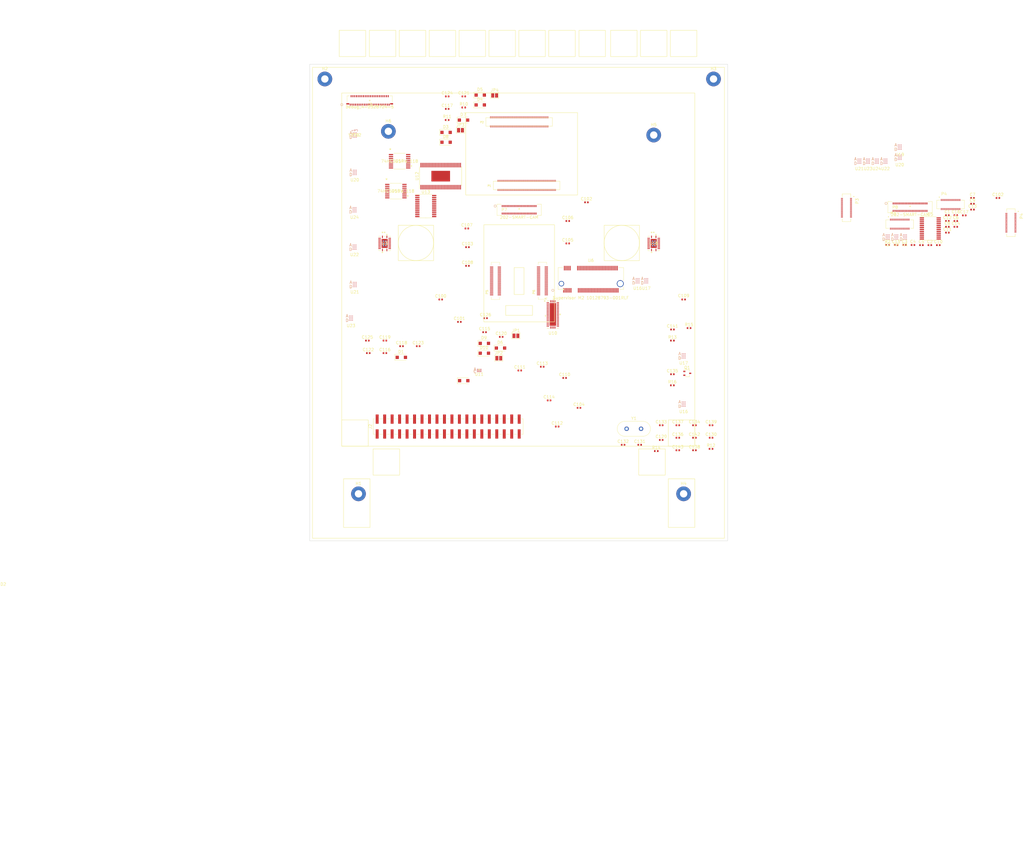
<source format=kicad_pcb>
(kicad_pcb (version 20211014) (generator pcbnew)
  (layers (0 "F.Cu" signal) (1 "In1.Cu" signal) (2 "In2.Cu" power) (31 "B.Cu" signal) (34 "B.Paste" user) (35 "F.Paste" user) (36 "B.SilkS" user "B.Silkscreen") (37 "F.SilkS" user "F.Silkscreen") (38 "B.Mask" user) (39 "F.Mask" user) (44 "Edge.Cuts" user))
  (net 0 "")
  (net 1 "+3.3V")
  (net 2 "GND")
  (net 3 "Net-(C100-Pad1)")
  (net 4 "Net-(C102-Pad2)")
  (net 5 "+1V8")
  (net 6 "Net-(C116-Pad2)")
  (net 7 "/Expander, M.2 and T-USB/M.2 Key B connector/PCIE_CLGEN_X2")
  (net 8 "Net-(C135-Pad1)")
  (net 9 "/Expander, M.2 and T-USB/M.2 Key B connector/PCIE_CLGEN_X1")
  (net 10 "+VDC")
  (net 11 "Net-(D1-Pad2)")
  (net 12 "Net-(D2-Pad2)")
  (net 13 "Net-(D3-Pad2)")
  (net 14 "Net-(D4-Pad2)")
  (net 15 "Net-(D5-Pad2)")
  (net 16 "Net-(D6-Pad2)")
  (net 17 "Net-(D7-Pad2)")
  (net 18 "Net-(D8-Pad2)")
  (net 19 "Net-(D9-Pad2)")
  (net 20 "Net-(D10-Pad2)")
  (net 27 "/Expander, M.2 and T-USB/SJTAG_TDI")
  (net 28 "/Expander, M.2 and T-USB/SJTAG_TMS")
  (net 29 "/Expander, M.2 and T-USB/SJTAG_TCK")
  (net 31 "/Expander, M.2 and T-USB/SJTAG_TDO")
  (net 32 "/Expander, M.2 and T-USB/SYS_RST_PMIC")
  (net 33 "/Expander, M.2 and T-USB/PWRBTN")
  (net 35 "/Expander, M.2 and T-USB/ALT_BOOT")
  (net 49 "/Expander, M.2 and T-USB/LEFT_ATT_XSHUT")
  (net 50 "/Expander, M.2 and T-USB/LEFT_RESET")
  (net 51 "/Expander, M.2 and T-USB/LEFT_PWRDN")
  (net 55 "/Expander, M.2 and T-USB/RIGHT_ATT_XSHUT")
  (net 56 "/Expander, M.2 and T-USB/RIGHT_RESET")
  (net 57 "/Expander, M.2 and T-USB/RIGHT_PWRDN")
  (net 58 "/Expander, M.2 and T-USB/SYS_I2C_SCL")
  (net 59 "/Expander, M.2 and T-USB/SYS_I2C_SDA")
  (net 60 "/Expander, M.2 and T-USB/STEM_I2C_SCL")
  (net 61 "/Expander, M.2 and T-USB/STEM_I2C_SDA")
  (net 63 "/Expander, M.2 and T-USB/FACE_TDO")
  (net 65 "/Expander, M.2 and T-USB/FACE_TDI")
  (net 66 "/Expander, M.2 and T-USB/FACE_TMS")
  (net 67 "/Expander, M.2 and T-USB/FACE_TCK")
  (net 69 "/SYS_RST_PMIC")
  (net 71 "/UART1_RXD")
  (net 74 "/P1_SAI5_RXD3")
  (net 75 "/P1_SAI5_RXD0")
  (net 76 "/P1_SAI5_MCLK")
  (net 77 "/P1_SAI5_RXC")
  (net 79 "/P1_SAI5_RXFS")
  (net 80 "/P1_EARC_N_HPD")
  (net 81 "/P1_SAI5_RXD2")
  (net 82 "/P1_EARC_P_UTIL")
  (net 83 "/P1_SAI5_RXD1")
  (net 84 "/LVDS_D0+")
  (net 85 "/LVDS_D0-")
  (net 86 "/LVDS_D1+")
  (net 87 "/LVDS_D1-")
  (net 89 "/LVDS_D2+")
  (net 90 "/CAN1_RX")
  (net 91 "/LVDS_D2-")
  (net 92 "/CAN1_TX")
  (net 93 "/LVDS_D3+")
  (net 94 "/LVDS_D3-")
  (net 95 "/SOUND_INT")
  (net 96 "Net-(C10-Pad2)")
  (net 97 "/UART1_TXD")
  (net 98 "/P1_HDMI_SDA")
  (net 99 "/JTAG_TMS")
  (net 100 "/PMIC_STBY_REQ")
  (net 101 "/JTAG_TDO")
  (net 102 "/PMIC_ON_REQ")
  (net 103 "/HDMI_DDC_SCL")
  (net 104 "/JTAG_TDI")
  (net 105 "/JTAG_TCK")
  (net 106 "/JTAG_MOD")
  (net 109 "/LVDS_CLK+")
  (net 111 "/LVDS_CLK-")
  (net 112 "/P1_HDMI_CEC")
  (net 113 "/NIGHT_I2C_SCL")
  (net 114 "/NIGHT_I2C_SDA")
  (net 115 "/ALT_BOOT")
  (net 116 "/PD_USBC_INT")
  (net 117 "/HDMI_HPD")
  (net 118 "/VCC_RTC")
  (net 119 "/I2C3_SDA")
  (net 121 "/I2C5_SDA")
  (net 122 "/SYS_I2C_SDA")
  (net 123 "/STEM_INT")
  (net 124 "/SYS_I2C_SCL")
  (net 125 "/I2C5_SCL")
  (net 136 "/PCIE_RXN-")
  (net 137 "/PCIE_RXN+")
  (net 138 "/PCIE_TXN-")
  (net 139 "/PCIE_TXN+")
  (net 140 "/SD1_DATA2")
  (net 141 "/PCIE_REF_CLK+")
  (net 142 "/SD1_DATA3")
  (net 143 "/PCIE_REF_CLK-")
  (net 144 "/OE_SOUND")
  (net 145 "/OE_CAM")
  (net 146 "/I2C3_SCL")
  (net 147 "/SD2_nRST")
  (net 148 "/TOUCH_nINT")
  (net 149 "/P2_SAI5_TXFS")
  (net 150 "/P2_SAI5_TXC")
  (net 151 "/SD1_DATA1")
  (net 152 "/SAI5_TX_DATA0")
  (net 153 "/SD1_DATA0")
  (net 154 "/SD1_RESET_B")
  (net 155 "/P2_SAI5_DATA2")
  (net 156 "/PWRBTN")
  (net 157 "/P2_SAI5_DATA3")
  (net 158 "/POR_B_3P3")
  (net 159 "/MCU_SYS_INT")
  (net 160 "/SD1_CLK")
  (net 161 "/SYS_PRG#")
  (net 162 "/SD1_CMD")
  (net 163 "/ETH0_MDI0N")
  (net 164 "/ETH0_MDI0P")
  (net 165 "/ETH0_LED_1000")
  (net 166 "/SAI5_TX_DATA1")
  (net 167 "/ENET_TD2_BYPASS")
  (net 168 "/ETH0_MDI1P")
  (net 169 "/ETH0_MDI2P")
  (net 170 "/ETH0_MDI1N")
  (net 171 "/ETH0_MDI2N")
  (net 172 "/ETH0_LED_ACT")
  (net 173 "/ETH0_MDI3P")
  (net 174 "/ETH0_MDI3N")
  (net 175 "/ETH0_LINK_LED")
  (net 176 "/COEX")
  (net 177 "/SPI2_MISO")
  (net 178 "/M2_PCIE_CLKREQ")
  (net 179 "/SPI2_SS0")
  (net 180 "/M2B_PERST")
  (net 181 "/SPI2_CLK")
  (net 182 "/SD_CS_SOM")
  (net 183 "/SPI2_MOSI")
  (net 184 "/SD_D2")
  (net 185 "/SD2_DATA0")
  (net 186 "/SD_CLK")
  (net 187 "/SD2_DATA1")
  (net 188 "/SD_D3")
  (net 190 "+2V8")
  (net 195 "Net-(P3-Pad9)")
  (net 196 "Net-(P3-Pad10)")
  (net 198 "Net-(P3-Pad12)")
  (net 199 "Net-(P3-Pad13)")
  (net 200 "/Camera + Sound Domain/I2S_1V8_RXC")
  (net 201 "/Camera + Sound Domain/I2S_1V8_RXFS")
  (net 202 "/Camera + Sound Domain/I2S_1V8_RXD1")
  (net 204 "/Camera + Sound Domain/CSI1_CLK_N")
  (net 205 "/Camera + Sound Domain/CSI1_CLK_P")
  (net 206 "/Camera + Sound Domain/CSI1_D2_N")
  (net 207 "/Camera + Sound Domain/CSI1_D2_P")
  (net 208 "/Camera + Sound Domain/CSI1_D1_N")
  (net 209 "/Camera + Sound Domain/CSI1_D1_P")
  (net 210 "/Camera + Sound Domain/CSI1_D0_N")
  (net 211 "/Camera + Sound Domain/CSI1_D0_P")
  (net 214 "Net-(P3-Pad32)")
  (net 215 "Net-(P3-Pad33)")
  (net 221 "Net-(P4-Pad9)")
  (net 222 "Net-(P4-Pad10)")
  (net 224 "Net-(P4-Pad12)")
  (net 225 "Net-(P4-Pad13)")
  (net 227 "/Camera + Sound Domain/CSI2_CLK_N")
  (net 228 "/Camera + Sound Domain/CSI2_CLK_P")
  (net 229 "/Camera + Sound Domain/CSI2_D2_N")
  (net 230 "/Camera + Sound Domain/CSI2_D2_P")
  (net 231 "/Camera + Sound Domain/CSI2_D1_N")
  (net 232 "/Camera + Sound Domain/CSI2_D1_P")
  (net 233 "/Camera + Sound Domain/CSI2_D0_N")
  (net 234 "/Camera + Sound Domain/CSI2_D0_P")
  (net 237 "Net-(P4-Pad32)")
  (net 238 "Net-(P4-Pad33)")
  (net 239 "/Expander, M.2 and T-USB/USB1_DP")
  (net 240 "/Expander, M.2 and T-USB/USB1_DN")
  (net 241 "Net-(P5-Pad6)")
  (net 242 "Net-(P5-Pad7)")
  (net 245 "/SD_CMD")
  (net 246 "/Expander, M.2 and T-USB/MCU_SYS_INT")
  (net 247 "/Expander, M.2 and T-USB/POR_B_3P3")
  (net 248 "/Expander, M.2 and T-USB/PMIC_ON_REQ")
  (net 249 "/Expander, M.2 and T-USB/PMIC_STBY_REQ")
  (net 250 "/Expander, M.2 and T-USB/VCC_RTC")
  (net 257 "/Expander, M.2 and T-USB/SPI2_MOSI")
  (net 258 "/Expander, M.2 and T-USB/SPI2_MISO")
  (net 259 "/Expander, M.2 and T-USB/SPI2_CLK")
  (net 260 "/Expander, M.2 and T-USB/T-USB_SPI_CS")
  (net 262 "/Expander, M.2 and T-USB/NIGHT_I2C_SDA")
  (net 263 "/Expander, M.2 and T-USB/NIGHT_I2C_SCL")
  (net 268 "/Expander, M.2 and T-USB/UART4_TXD")
  (net 269 "/Expander, M.2 and T-USB/UART4_RXD")
  (net 270 "/Expander, M.2 and T-USB/UART3_RXD")
  (net 271 "/Expander, M.2 and T-USB/UART3_TXD")
  (net 272 "/Expander, M.2 and T-USB/UART2_RXD")
  (net 273 "/Expander, M.2 and T-USB/FACE-EX_FW_RXD")
  (net 274 "/Expander, M.2 and T-USB/UART1_TXD")
  (net 276 "/Expander, M.2 and T-USB/USB1_RX_DP")
  (net 277 "/Expander, M.2 and T-USB/USB1_RX_DN")
  (net 278 "/Expander, M.2 and T-USB/USB1_TX_DP")
  (net 279 "/Expander, M.2 and T-USB/USB1_TX_DN")
  (net 280 "Net-(P6-Pad8)")
  (net 281 "Net-(P6-Pad9)")
  (net 282 "Net-(P6-Pad11)")
  (net 283 "Net-(P6-Pad12)")
  (net 287 "/Expander, M.2 and T-USB/FACE-EX_FW_TXD")
  (net 288 "/Expander, M.2 and T-USB/T_SBWTCK")
  (net 290 "/Expander, M.2 and T-USB/T_SBWTDIO")
  (net 293 "/Expander, M.2 and T-USB/T-USB-EX_FW_TXD")
  (net 294 "/Expander, M.2 and T-USB/T-USB-EX_FW_RXD")
  (net 297 "/Expander, M.2 and T-USB/CAN_TX")
  (net 298 "/Expander, M.2 and T-USB/CAN_RX")
  (net 301 "/Expander, M.2 and T-USB/LVD3-")
  (net 302 "/Expander, M.2 and T-USB/LVD3+")
  (net 303 "/Expander, M.2 and T-USB/LVD2-")
  (net 304 "/Expander, M.2 and T-USB/LVD2+")
  (net 305 "/Expander, M.2 and T-USB/LVD1-")
  (net 306 "/Expander, M.2 and T-USB/LVD1+")
  (net 307 "/Expander, M.2 and T-USB/LVD0-")
  (net 308 "/Expander, M.2 and T-USB/LVD0+")
  (net 309 "/Expander, M.2 and T-USB/LVCLK-")
  (net 310 "/Expander, M.2 and T-USB/LVCLK+")
  (net 311 "Net-(Q1-Pad1)")
  (net 312 "/Expander, M.2 and T-USB/SYS_EX_nINT")
  (net 313 "Net-(R11-Pad2)")
  (net 314 "Net-(R12-Pad1)")
  (net 315 "/Expander, M.2 and T-USB/M.2 Key B connector/B_PWROFF")
  (net 316 "/Expander, M.2 and T-USB/M.2 Key B connector/B_RESET")
  (net 318 "/Expander, M.2 and T-USB/F_SBWTCK")
  (net 319 "/Expander, M.2 and T-USB/F_SBWTDIO")
  (net 320 "/Expander, M.2 and T-USB/F_EX_FW_RXD")
  (net 321 "/Expander, M.2 and T-USB/F_EX_FW_TXD")
  (net 322 "/Expander, M.2 and T-USB/T_EX_FW_RXD")
  (net 323 "/Expander, M.2 and T-USB/T_EX_FW_TXD")
  (net 324 "/Expander, M.2 and T-USB/SYS_PRG#")
  (net 325 "/Expander, M.2 and T-USB/M.2 Key B connector/CONFIG_3")
  (net 327 "/Expander, M.2 and T-USB/M.2 Key B connector/B_USB_D+")
  (net 328 "/Expander, M.2 and T-USB/M.2 Key B connector/B_USB_D-")
  (net 329 "/Expander, M.2 and T-USB/M.2 Key B connector/I2S_1V8_TXC")
  (net 331 "/Expander, M.2 and T-USB/M.2 Key B connector/I2S_1V8_TXFS")
  (net 332 "/Expander, M.2 and T-USB/M.2 Key B connector/CONFIG_0")
  (net 333 "/Expander, M.2 and T-USB/M.2 Key B connector/I2S_1V8_TXD0")
  (net 335 "/Expander, M.2 and T-USB/M.2 Key B connector/I2S_1V8_RXFS")
  (net 338 "/Expander, M.2 and T-USB/M.2 Key B connector/I2S_1V8_RXD0")
  (net 339 "/Expander, M.2 and T-USB/M.2 Key B connector/B_USB3.1_Rx-")
  (net 341 "/Expander, M.2 and T-USB/M.2 Key B connector/B_USB3.1_Rx+")
  (net 344 "/Expander, M.2 and T-USB/M.2 Key B connector/B_USB3.1_Tx-")
  (net 346 "/Expander, M.2 and T-USB/M.2 Key B connector/B_USB3.1_Tx+")
  (net 349 "/Expander, M.2 and T-USB/M.2 Key B connector/PCIE_RXN-")
  (net 351 "/Expander, M.2 and T-USB/M.2 Key B connector/PCIE_RXN+")
  (net 354 "/Expander, M.2 and T-USB/M.2 Key B connector/PCIE_TXN-")
  (net 355 "Net-(P3-Pad18)")
  (net 356 "/Expander, M.2 and T-USB/M.2 Key B connector/PCIE_TXN+")
  (net 357 "/Expander, M.2 and T-USB/M.2 Key B connector/B_PERST")
  (net 358 "/Expander, M.2 and T-USB/M.2 Key B connector/PCIE_CLKREQ_B")
  (net 359 "/Expander, M.2 and T-USB/M.2 Key B connector/PCIE_REF_CLK-")
  (net 360 "/Expander, M.2 and T-USB/M.2 Key B connector/PCIE_WAKE_B")
  (net 361 "/Expander, M.2 and T-USB/M.2 Key B connector/PCIE_REF_CLK+")
  (net 362 "Net-(U18-Pad11)")
  (net 363 "Net-(U18-Pad12)")
  (net 364 "Net-(U18-Pad18)")
  (net 365 "Net-(P3-Pad19)")
  (net 366 "Net-(U18-Pad17)")
  (net 367 "Net-(P3-Pad21)")
  (net 368 "Net-(U18-Pad16)")
  (net 370 "Net-(U18-Pad15)")
  (net 371 "Net-(U18-Pad13)")
  (net 372 "Net-(U18-Pad14)")
  (net 373 "/Expander, M.2 and T-USB/M.2 Key B connector/CONFIG_1")
  (net 376 "/Expander, M.2 and T-USB/M.2 Key B connector/CONFIG_2")
  (net 377 "/Expander, M.2 and T-USB/USB2_RX_DP")
  (net 378 "/Expander, M.2 and T-USB/USB2_RX_DN")
  (net 379 "/Expander, M.2 and T-USB/USB2_TX_DP")
  (net 380 "/Expander, M.2 and T-USB/USB2_TX_DN")
  (net 381 "/Expander, M.2 and T-USB/M2B_USB_MUX")
  (net 396 "/Expander, M.2 and T-USB/B_USB2_TX_DN")
  (net 397 "/Expander, M.2 and T-USB/B_USB2_TX_DP")
  (net 398 "/Expander, M.2 and T-USB/B_USB2_RX_DN")
  (net 399 "/Expander, M.2 and T-USB/B_USB2_RX_DP")
  (net 400 "Net-(U11-PadA1)")
  (net 401 "/Expander, M.2 and T-USB/USB2_DP")
  (net 402 "/Expander, M.2 and T-USB/USB2_DN")
  (net 403 "/Expander, M.2 and T-USB/B_USB_D+")
  (net 404 "/Expander, M.2 and T-USB/B_USB_D-")
  (net 422 "/Expander, M.2 and T-USB/SPI2_SS0")
  (net 423 "/Expander, M.2 and T-USB/SD2_nCD")
  (net 424 "Net-(P3-Pad22)")
  (net 425 "/Expander, M.2 and T-USB/IMU_INTA")
  (net 426 "/Expander, M.2 and T-USB/IMU_INTM")
  (net 427 "/Expander, M.2 and T-USB/B_RESET")
  (net 428 "/Expander, M.2 and T-USB/B_PWROFF")
  (net 429 "/Expander, M.2 and T-USB/GNSS_IRQ_3V3")
  (net 430 "/Expander, M.2 and T-USB/CONFIG_3")
  (net 431 "/Expander, M.2 and T-USB/CONFIG_2")
  (net 432 "/Expander, M.2 and T-USB/CONFIG_1")
  (net 435 "Net-(U12-Pad51)")
  (net 436 "Net-(U12-Pad52)")
  (net 437 "Net-(U12-Pad53)")
  (net 438 "Net-(U12-Pad54)")
  (net 439 "Net-(U12-Pad55)")
  (net 443 "/Expander, M.2 and T-USB/B_PERST")
  (net 448 "/Expander, M.2 and T-USB/LVDS_DISP_RESET")
  (net 449 "/Expander, M.2 and T-USB/LVDS_TOUCH_RESET")
  (net 450 "/Expander, M.2 and T-USB/LEFT_ATT_INT")
  (net 451 "/Expander, M.2 and T-USB/RIGHT_ATT_INT")
  (net 453 "Net-(U14-Pad9)")
  (net 455 "/Expander, M.2 and T-USB/B_OE_STEM")
  (net 456 "/Expander, M.2 and T-USB/B_OE_SDIO")
  (net 457 "/Expander, M.2 and T-USB/B_OE_UART")
  (net 458 "/Expander, M.2 and T-USB/LED_SHUTDOWN")
  (net 461 "/Expander, M.2 and T-USB/M.2 Key B connector/M2B_UART_RXD")
  (net 462 "/Expander, M.2 and T-USB/M.2 Key B connector/M2B_UART_TXD")
  (net 463 "/Expander, M.2 and T-USB/M.2 Key B connector/COEX")
  (net 464 "Net-(P3-Pad24)")
  (net 466 "/Expander, M.2 and T-USB/M.2 Key B connector/B_OE_UART")
  (net 467 "Net-(P3-Pad25)")
  (net 468 "Net-(P3-Pad27)")
  (net 469 "/Expander, M.2 and T-USB/M.2 Key B connector/GNSS_IRQ_3V3")
  (net 470 "/Expander, M.2 and T-USB/M.2 Key B connector/STEM_I2C_SDA")
  (net 471 "/Expander, M.2 and T-USB/M.2 Key B connector/STEM_I2C_SCL")
  (net 472 "Net-(P3-Pad28)")
  (net 473 "/Expander, M.2 and T-USB/M.2 Key B connector/B_OE_STEM")
  (net 476 "/Expander, M.2 and T-USB/M.2 Key B connector/B_SD_DATA0")
  (net 477 "/Expander, M.2 and T-USB/M.2 Key B connector/B_SD_DATA1")
  (net 478 "/Expander, M.2 and T-USB/M.2 Key B connector/B_SD_DATA2")
  (net 479 "/Expander, M.2 and T-USB/M.2 Key B connector/B_SD_DATA3")
  (net 480 "/Expander, M.2 and T-USB/M.2 Key B connector/B_SD_CLK")
  (net 481 "/Expander, M.2 and T-USB/M.2 Key B connector/B_SD_CMD")
  (net 482 "/Expander, M.2 and T-USB/M.2 Key B connector/SYS_I2C_SCL")
  (net 483 "/Expander, M.2 and T-USB/M.2 Key B connector/SYS_I2C_SDA")
  (net 484 "/Expander, M.2 and T-USB/M.2 Key B connector/B_OE_SDIO")
  (net 485 "/Camera + Sound Domain/SAI5_RX_DATA3")
  (net 486 "/Camera + Sound Domain/SAI5_RX_DATA0")
  (net 487 "/Camera + Sound Domain/SAI5_RX_SYNC")
  (net 488 "/Camera + Sound Domain/SAI5_RXC")
  (net 490 "/Camera + Sound Domain/OE_SOUND")
  (net 492 "/Camera + Sound Domain/I2S_1V8_RXD3")
  (net 493 "/Camera + Sound Domain/SAI5_TX_DATA3")
  (net 494 "/Camera + Sound Domain/SAI5_TX_DATA1")
  (net 495 "/Camera + Sound Domain/SAI5_TX_SYNC")
  (net 496 "/Camera + Sound Domain/SAI5_TXC")
  (net 497 "Net-(P4-Pad18)")
  (net 498 "Net-(P4-Pad19)")
  (net 499 "/Camera + Sound Domain/I2S_1V8_TXC")
  (net 500 "/Camera + Sound Domain/I2S_1V8_TXFS")
  (net 501 "/Camera + Sound Domain/I2S_1V8_TXD1")
  (net 502 "/Camera + Sound Domain/I2S_1V8_TXD3")
  (net 505 "/Camera + Sound Domain/SAI5_TX_DATA0")
  (net 506 "Net-(P4-Pad24)")
  (net 507 "Net-(P4-Pad25)")
  (net 508 "/Camera + Sound Domain/I2S_1V8_TXD0")
  (net 509 "/Camera + Sound Domain/I2S_1V8_RXD0")
  (net 510 "Net-(P4-Pad27)")
  (net 511 "Net-(P4-Pad28)")
  (net 512 "/Camera + Sound Domain/RIGHT_PWRDN")
  (net 513 "/Camera + Sound Domain/RIGHT_RESET")
  (net 514 "/Camera + Sound Domain/RIGHT_ATT_XSHUT")
  (net 515 "/Camera + Sound Domain/RIGHT_ATT_INT")
  (net 516 "/Expander, M.2 and T-USB/BOTH_VSOM")
  (net 517 "/Camera + Sound Domain/OE_CAM")
  (net 518 "/Expander, M.2 and T-USB/PD_USBC_INT")
  (net 519 "/Camera + Sound Domain/RIGHT_SDA")
  (net 520 "/Camera + Sound Domain/RIGHT_SCL")
  (net 521 "/Camera + Sound Domain/LEFT_SDA")
  (net 522 "/Camera + Sound Domain/LEFT_SCL")
  (net 523 "/Camera + Sound Domain/CSI1_D3_P")
  (net 524 "/Camera + Sound Domain/CSI1_D3_N")
  (net 525 "/Camera + Sound Domain/LEFT_PWRDN")
  (net 526 "/Camera + Sound Domain/LEFT_RESET")
  (net 527 "/Camera + Sound Domain/LEFT_ATT_XSHUT")
  (net 528 "/Camera + Sound Domain/LEFT_ATT_INT")
  (net 529 "Net-(P7-Pad11)")
  (net 530 "/Camera + Sound Domain/STEM_I2C_SCL")
  (net 531 "/Camera + Sound Domain/STEM_I2C_SDA")
  (net 532 "/Camera + Sound Domain/STEM_INT")
  (net 533 "/Camera + Sound Domain/SYS_I2C_SCL")
  (net 534 "/Camera + Sound Domain/SYS_PRG#")
  (net 535 "/Camera + Sound Domain/SYS_I2C_SDA")
  (net 536 "/Camera + Sound Domain/MCU_SYS_INT")
  (net 537 "/Camera + Sound Domain/I2S_1V8_RXD2")
  (net 554 "/Combi Camera/LEFT_SCL")
  (net 555 "/Combi Camera/RIGHT_SCL")
  (net 556 "/Combi Camera/LEFT_SDA")
  (net 557 "/Combi Camera/RIGHT_SDA")
  (net 565 "Net-(P8-Pad39)")
  (net 566 "/USB2_D+")
  (net 567 "/USB2_D-")
  (net 568 "/USB1_RX+")
  (net 569 "/USB2_RX+")
  (net 570 "/USB1_RX-")
  (net 571 "/USB2_RX-")
  (net 572 "/USB1_D+")
  (net 573 "/USB2_TX+")
  (net 574 "/USB1_D-")
  (net 575 "/USB2_TX-")
  (net 576 "/USB1_TX+")
  (net 577 "/USB1_TX-")
  (net 578 "/P1_HDMI_TXC+")
  (net 579 "/P1_HDMI_TXC-")
  (net 580 "/P1_HDMI_TX0+")
  (net 581 "/P1_HDMI_TX0-")
  (net 582 "/P1_HDMI_TX1+")
  (net 583 "/P1_HDMI_TX1-")
  (net 584 "/P1_HDMI_TX2+")
  (net 585 "/P1_HDMI_TX2-")
  (net 586 "/P2_CSI1_CLK-")
  (net 587 "/P2_CSI1_CLK+")
  (net 588 "/P2_CSI1_D0-")
  (net 589 "/P2_CSI1_D0+")
  (net 590 "/P2_CSI2_CLK+")
  (net 591 "/P2_CSI2_CLK-")
  (net 592 "/P2_CSI2_D0-")
  (net 593 "/P2_CSI2_D0+")
  (net 594 "/P2_CSI2_D1-")
  (net 595 "/P2_CSI1_D2-")
  (net 596 "/P2_CSI2_D1+")
  (net 597 "/P2_CSI1_D2+")
  (net 598 "/P2_CSI1_D1-")
  (net 599 "/P2_CSI1_D1+")
  (net 600 "/P2_CSI1_D3-")
  (net 601 "/P2_CSI1_D3+")
  (net 602 "/P2_CSI2_D2-")
  (net 603 "/P2_CSI2_D2+")
  (net 604 "/P2_CSI2_D3-")
  (net 605 "/P2_CSI2_D3+")
  (net 611 "/Combi Camera/SYS_SCL")
  (net 617 "/Combi Camera/SYS_SDA")
  (net 618 "/Combi Camera/SENSOR_INT")
  (net 634 "/Combi Camera/LEFT_ATT_XSHUT")
  (net 635 "/Combi Camera/LEFT_ATT_INT")
  (net 636 "/Combi Camera/LEFT_RESET")
  (net 637 "/Combi Camera/LEFT_PWRDN")
  (net 638 "/Combi Camera/RIGHT_ATT_XSHUT")
  (net 639 "/Combi Camera/RIGHT_ATT_INT")
  (net 640 "/Combi Camera/RIGHT_RESET")
  (net 641 "/Combi Camera/RIGHT_PWRDN")
  (net 653 "Net-(U17-PadA1)")
  (net 654 "Net-(U17-PadA2)")
  (net 655 "Net-(U17-PadA3)")
  (net 656 "Net-(U17-PadD3)")
  (net 657 "Net-(U16-PadA1)")
  (net 658 "Net-(U16-PadA2)")
  (net 659 "Net-(U16-PadA3)")
  (net 660 "Net-(U16-PadD3)")
  (net 669 "/Camera + Sound Domain/SAI5_RX_DATA1")
  (net 670 "/Camera + Sound Domain/SAI5_RX_DATA2")
  (net 671 "/Camera + Sound Domain/SAI5_TX_DATA2")
  (net 672 "/Camera + Sound Domain/I2S_1V8_TXD2")
  (footprint "Ziloo:TXS0104EYZTR" (layer "F.Cu") (at 34.29 64.77)
    (fp_text reference "U20" (at 0 2.54) (layer "F.SilkS"))
    (fp_text value "YZT12" hide)
    (fp_text user "D" (at -1.335 0.75) (layer "B.SilkS"))
    (fp_text user "A" (at -1.335 -0.75) (layer "B.SilkS"))
    (fp_text user "D" (at -1.335 0.75) (layer "F.SilkS"))
    (fp_text user "A" (at -1.335 -0.75) (layer "F.SilkS"))
    (pad "A1" smd circle (at -0.5 -0.75) (size 0.25 0.25) (layers "F.Cu" "F.Paste" "F.Mask"))
    (pad "A2" smd circle (at 0 -0.75) (size 0.25 0.25) (layers "F.Cu" "F.Paste" "F.Mask"))
    (pad "A3" smd circle (at 0.5 -0.75) (size 0.25 0.25) (layers "F.Cu" "F.Paste" "F.Mask"))
    (pad "B1" smd circle (at -0.5 -0.25) (size 0.25 0.25) (layers "F.Cu" "F.Paste" "F.Mask"))
    (pad "B2" smd circle (at 0 -0.25) (size 0.25 0.25) (layers "F.Cu" "F.Paste" "F.Mask"))
    (pad "B3" smd circle (at 0.5 -0.25) (size 0.25 0.25) (layers "F.Cu" "F.Paste" "F.Mask"))
    (pad "C1" smd circle (at -0.5 0.25) (size 0.25 0.25) (layers "F.Cu" "F.Paste" "F.Mask"))
    (pad "C2" smd circle (at 0 0.25) (size 0.25 0.25) (layers "F.Cu" "F.Paste" "F.Mask"))
    (pad "C3" smd circle (at 0.5 0.25) (size 0.25 0.25) (layers "F.Cu" "F.Paste" "F.Mask"))
    (pad "D1" smd circle (at -0.5 0.75) (size 0.25 0.25) (layers "F.Cu" "F.Paste" "F.Mask"))
    (pad "D2" smd circle (at 0 0.75) (size 0.25 0.25) (layers "F.Cu" "F.Paste" "F.Mask"))
    (pad "D3" smd circle (at 0.5 0.75) (size 0.25 0.25) (layers "F.Cu" "F.Paste" "F.Mask"))
  )
  (footprint "MountingHole:MountingHole_2.5mm_Pad" (layer "F.Cu") (at 24.13 33.02)
    (fp_text reference "H2" (at 0 -3.5) (layer "F.SilkS"))
    (fp_text value "MountingHole")
    (pad "1" thru_hole circle (at 0 0) (size 5 5) (drill 2.5) (layers *.Cu *.Mask))
  )
  (footprint "MountingHole:MountingHole_2.5mm_Pad" (layer "F.Cu") (at 156.21 33.02)
    (fp_text reference "H3" (at 0 -3.5) (layer "F.SilkS"))
    (fp_text value "MountingHole")
    (pad "1" thru_hole circle (at 0 0) (size 5 5) (drill 2.5) (layers *.Cu *.Mask))
  )
  (footprint "Ziloo:TXS0104EYZTR" (layer "F.Cu") (at 211.68 60.96)
    (fp_text reference "U24" (at 0 2.54) (layer "F.SilkS"))
    (fp_text value "TXS0104" hide)
    (fp_text user "D" (at -1.335 0.75) (layer "B.SilkS"))
    (fp_text user "A" (at -1.335 -0.75) (layer "B.SilkS"))
    (fp_text user "A" (at -1.335 -0.75) (layer "F.SilkS"))
    (fp_text user "D" (at -1.335 0.75) (layer "F.SilkS"))
    (pad "A1" smd circle (at -0.5 -0.75) (size 0.25 0.25) (layers "F.Cu" "F.Paste" "F.Mask") (net 195 "Net-(P3-Pad9)"))
    (pad "A2" smd circle (at 0 -0.75) (size 0.25 0.25) (layers "F.Cu" "F.Paste" "F.Mask") (net 196 "Net-(P3-Pad10)"))
    (pad "A3" smd circle (at 0.5 -0.75) (size 0.25 0.25) (layers "F.Cu" "F.Paste" "F.Mask") (net 215 "Net-(P3-Pad33)"))
    (pad "B1" smd circle (at -0.5 -0.25) (size 0.25 0.25) (layers "F.Cu" "F.Paste" "F.Mask") (net 5 "+1V8"))
    (pad "B2" smd circle (at 0 -0.25) (size 0.25 0.25) (layers "F.Cu" "F.Paste" "F.Mask") (net 1 "+3.3V"))
    (pad "B3" smd circle (at 0.5 -0.25) (size 0.25 0.25) (layers "F.Cu" "F.Paste" "F.Mask") (net 517 "/Camera + Sound Domain/OE_CAM"))
    (pad "C1" smd circle (at -0.5 0.25) (size 0.25 0.25) (layers "F.Cu" "F.Paste" "F.Mask") (net 528 "/Camera + Sound Domain/LEFT_ATT_INT"))
    (pad "C2" smd circle (at 0 0.25) (size 0.25 0.25) (layers "F.Cu" "F.Paste" "F.Mask") (net 527 "/Camera + Sound Domain/LEFT_ATT_XSHUT"))
    (pad "C3" smd circle (at 0.5 0.25) (size 0.25 0.25) (layers "F.Cu" "F.Paste" "F.Mask") (net 526 "/Camera + Sound Domain/LEFT_RESET"))
    (pad "D1" smd circle (at -0.5 0.75) (size 0.25 0.25) (layers "F.Cu" "F.Paste" "F.Mask") (net 525 "/Camera + Sound Domain/LEFT_PWRDN"))
    (pad "D2" smd circle (at 0 0.75) (size 0.25 0.25) (layers "F.Cu" "F.Paste" "F.Mask") (net 2 "GND"))
    (pad "D3" smd circle (at 0.5 0.75) (size 0.25 0.25) (layers "F.Cu" "F.Paste" "F.Mask") (net 214 "Net-(P3-Pad32)"))
  )
  (footprint "Ziloo:TXS0104EYZTR" (layer "F.Cu") (at 146.05 143.51)
    (fp_text reference "U16" (at 0 2.54) (layer "F.SilkS"))
    (fp_text value "YZT12" hide)
    (fp_text user "A" (at -1.335 -0.75) (layer "B.SilkS"))
    (fp_text user "D" (at -1.335 0.75) (layer "B.SilkS"))
    (fp_text user "D" (at -1.335 0.75) (layer "F.SilkS"))
    (fp_text user "A" (at -1.335 -0.75) (layer "F.SilkS"))
    (pad "A1" smd circle (at -0.5 -0.75) (size 0.25 0.25) (layers "F.Cu" "F.Paste" "F.Mask"))
    (pad "A2" smd circle (at 0 -0.75) (size 0.25 0.25) (layers "F.Cu" "F.Paste" "F.Mask"))
    (pad "A3" smd circle (at 0.5 -0.75) (size 0.25 0.25) (layers "F.Cu" "F.Paste" "F.Mask"))
    (pad "B1" smd circle (at -0.5 -0.25) (size 0.25 0.25) (layers "F.Cu" "F.Paste" "F.Mask"))
    (pad "B2" smd circle (at 0 -0.25) (size 0.25 0.25) (layers "F.Cu" "F.Paste" "F.Mask"))
    (pad "B3" smd circle (at 0.5 -0.25) (size 0.25 0.25) (layers "F.Cu" "F.Paste" "F.Mask"))
    (pad "C1" smd circle (at -0.5 0.25) (size 0.25 0.25) (layers "F.Cu" "F.Paste" "F.Mask"))
    (pad "C2" smd circle (at 0 0.25) (size 0.25 0.25) (layers "F.Cu" "F.Paste" "F.Mask"))
    (pad "C3" smd circle (at 0.5 0.25) (size 0.25 0.25) (layers "F.Cu" "F.Paste" "F.Mask"))
    (pad "D1" smd circle (at -0.5 0.75) (size 0.25 0.25) (layers "F.Cu" "F.Paste" "F.Mask"))
    (pad "D2" smd circle (at 0 0.75) (size 0.25 0.25) (layers "F.Cu" "F.Paste" "F.Mask"))
    (pad "D3" smd circle (at 0.5 0.75) (size 0.25 0.25) (layers "F.Cu" "F.Paste" "F.Mask"))
  )
  (footprint "Capacitor_SMD:C_0402_1005Metric" (layer "F.Cu") (at 229.73 89.48)
    (fp_text reference "C2" (at 0 -1.16) (layer "F.SilkS"))
    (fp_text value "1uF")
    (pad "1" smd roundrect (at -0.48 0) (size 0.56 0.62) (layers "F.Cu" "F.Paste" "F.Mask") (net 2 "GND"))
    (pad "2" smd roundrect (at 0.48 0) (size 0.56 0.62) (layers "F.Cu" "F.Paste" "F.Mask") (net 1 "+3.3V"))
  )
  (footprint "Capacitor_SMD:C_0402_1005Metric" (layer "F.Cu") (at 65.705 43.19)
    (fp_text reference "C117" (at 0 -1.16) (layer "F.SilkS"))
    (fp_text value "100nF")
    (pad "1" smd roundrect (at -0.48 0) (size 0.56 0.62) (layers "F.Cu" "F.Paste" "F.Mask") (net 2 "GND"))
    (pad "2" smd roundrect (at 0.48 0) (size 0.56 0.62) (layers "F.Cu" "F.Paste" "F.Mask") (net 6 "Net-(C116-Pad2)"))
  )
  (footprint "Jumper:SolderJumper-2_P1.3mm_Open_Pad1.0x1.5mm" (layer "F.Cu") (at 81.835 38.59)
    (fp_text reference "JP4" (at 0 -1.8) (layer "F.SilkS"))
    (fp_text value "SYS_SCL")
    (pad "1" smd rect (at -0.65 0) (size 1 1.5) (layers "F.Cu" "F.Mask") (net 58 "/Expander, M.2 and T-USB/SYS_I2C_SCL"))
    (pad "2" smd rect (at 0.65 0) (size 1 1.5) (layers "F.Cu" "F.Mask") (net 67 "/Expander, M.2 and T-USB/FACE_TCK"))
  )
  (footprint "Diode_SMD:D_SOD-123F" (layer "F.Cu") (at 71.25 46.99)
    (fp_text reference "D7" (at -0.127 -1.905) (layer "F.SilkS"))
    (fp_text value "D_Schottky")
    (pad "1" smd rect (at -1.4 0) (size 1.1 1.1) (layers "F.Cu" "F.Paste" "F.Mask") (net 10 "+VDC"))
    (pad "2" smd rect (at 1.4 0) (size 1.1 1.1) (layers "F.Cu" "F.Paste" "F.Mask") (net 17 "Net-(D7-Pad2)"))
  )
  (footprint "Diode_SMD:D_SOD-123F" (layer "F.Cu") (at 50.125 127.62)
    (fp_text reference "D1" (at -0.127 -1.905) (layer "F.SilkS"))
    (fp_text value "D_Schottky")
    (pad "1" smd rect (at -1.4 0) (size 1.1 1.1) (layers "F.Cu" "F.Paste" "F.Mask") (net 10 "+VDC"))
    (pad "2" smd rect (at 1.4 0) (size 1.1 1.1) (layers "F.Cu" "F.Paste" "F.Mask") (net 11 "Net-(D1-Pad2)"))
  )
  (footprint "Ziloo:TSSOP-16" (layer "F.Cu") (at 49.53 60.96)
    (fp_text reference "U14" (at 0 0) (layer "F.SilkS"))
    (fp_text value "74HC595PW_118" (at 0 0) (layer "F.SilkS"))
    (fp_text user "*" (at -3.175 -3.7728) (layer "F.SilkS"))
    (fp_text user "*" (at -3.175 -3.7728) (layer "F.SilkS"))
    (pad "1" smd rect locked (at -2.921 -2.274999) (size 1.461999 0.3548) (layers "F.Cu" "F.Paste" "F.Mask"))
    (pad "2" smd rect locked (at -2.921 -1.625001) (size 1.461999 0.3548) (layers "F.Cu" "F.Paste" "F.Mask"))
    (pad "3" smd rect locked (at -2.921 -0.974999) (size 1.461999 0.3548) (layers "F.Cu" "F.Paste" "F.Mask"))
    (pad "4" smd rect locked (at -2.921 -0.325001) (size 1.461999 0.3548) (layers "F.Cu" "F.Paste" "F.Mask"))
    (pad "5" smd rect locked (at -2.921 0.324998) (size 1.461999 0.3548) (layers "F.Cu" "F.Paste" "F.Mask"))
    (pad "6" smd rect locked (at -2.921 0.974999) (size 1.461999 0.3548) (layers "F.Cu" "F.Paste" "F.Mask"))
    (pad "7" smd rect locked (at -2.921 1.624998) (size 1.461999 0.3548) (layers "F.Cu" "F.Paste" "F.Mask"))
    (pad "8" smd rect locked (at -2.921 2.274999) (size 1.461999 0.3548) (layers "F.Cu" "F.Paste" "F.Mask") (net 2 "GND"))
    (pad "9" smd rect locked (at 2.921 2.274999) (size 1.461999 0.3548) (layers "F.Cu" "F.Paste" "F.Mask") (net 453 "Net-(U14-Pad9)"))
    (pad "10" smd rect locked (at 2.921 1.625001) (size 1.461999 0.3548) (layers "F.Cu" "F.Paste" "F.Mask") (net 437 "Net-(U12-Pad53)"))
    (pad "11" smd rect locked (at 2.921 0.974999) (size 1.461999 0.3548) (layers "F.Cu" "F.Paste" "F.Mask") (net 438 "Net-(U12-Pad54)"))
    (pad "12" smd rect locked (at 2.921 0.325001) (size 1.461999 0.3548) (layers "F.Cu" "F.Paste" "F.Mask") (net 436 "Net-(U12-Pad52)"))
    (pad "13" smd rect locked (at 2.921 -0.324998) (size 1.461999 0.3548) (layers "F.Cu" "F.Paste" "F.Mask"))
    (pad "14" smd rect locked (at 2.921 -0.974999) (size 1.461999 0.3548) (layers "F.Cu" "F.Paste" "F.Mask") (net 439 "Net-(U12-Pad55)"))
    (pad "15" smd rect locked (at 2.921 -1.624998) (size 1.461999 0.3548) (layers "F.Cu" "F.Paste" "F.Mask"))
    (pad "16" smd rect locked (at 2.921 -2.274999) (size 1.461999 0.3548) (layers "F.Cu" "F.Paste" "F.Mask") (net 1 "+3.3V"))
  )
  (footprint "Capacitor_SMD:C_0402_1005Metric" (layer "F.Cu") (at 106.68 88.9)
    (fp_text reference "C105" (at 0 -1.16) (layer "F.SilkS"))
    (fp_text value "100nF")
    (pad "1" smd roundrect (at -0.48 0) (size 0.56 0.62) (layers "F.Cu" "F.Paste" "F.Mask") (net 5 "+1V8"))
    (pad "2" smd roundrect (at 0.48 0) (size 0.56 0.62) (layers "F.Cu" "F.Paste" "F.Mask") (net 2 "GND"))
  )
  (footprint "Ziloo:TS5USBC410YFFR" (layer "F.Cu") (at 76.585 132.07)
    (fp_text reference "U11" (at 0 1.28) (layer "F.SilkS"))
    (fp_text value "TS5USBC410YFFR" hide)
    (fp_text user "A" (at -1.4478 -0.40005) (layer "B.SilkS"))
    (fp_text user "C" (at -1.4478 0.40005) (layer "B.SilkS"))
    (fp_text user "*" (at 0 0) (layer "F.SilkS"))
    (fp_text user "A" (at -1.4478 -0.40005) (layer "F.SilkS"))
    (fp_text user "C" (at -1.4478 0.40005) (layer "F.SilkS"))
    (pad "A1" smd circle (at -0.600075 -0.40005) (size 0.2794 0.2794) (layers "F.Cu" "F.Paste" "F.Mask") (net 400 "Net-(U11-PadA1)"))
    (pad "A2" smd circle (at -0.200025 -0.40005) (size 0.2794 0.2794) (layers "F.Cu" "F.Paste" "F.Mask") (net 401 "/Expander, M.2 and T-USB/USB2_DP"))
    (pad "A3" smd circle (at 0.200025 -0.40005) (size 0.2794 0.2794) (layers "F.Cu" "F.Paste" "F.Mask") (net 402 "/Expander, M.2 and T-USB/USB2_DN"))
    (pad "A4" smd circle (at 0.600075 -0.40005) (size 0.2794 0.2794) (layers "F.Cu" "F.Paste" "F.Mask"))
    (pad "B1" smd circle (at -0.600075 0) (size 0.2794 0.2794) (layers "F.Cu" "F.Paste" "F.Mask") (net 1 "+3.3V"))
    (pad "B2" smd circle (at -0.200025 0) (size 0.2794 0.2794) (layers "F.Cu" "F.Paste" "F.Mask") (net 400 "Net-(U11-PadA1)"))
    (pad "B3" smd circle (at 0.200025 0) (size 0.2794 0.2794) (layers "F.Cu" "F.Paste" "F.Mask") (net 2 "GND"))
    (pad "B4" smd circle (at 0.600075 0) (size 0.2794 0.2794) (layers "F.Cu" "F.Paste" "F.Mask") (net 2 "GND"))
    (pad "C1" smd circle (at -0.600075 0.40005) (size 0.2794 0.2794) (layers "F.Cu" "F.Paste" "F.Mask") (net 403 "/Expander, M.2 and T-USB/B_USB_D+"))
    (pad "C2" smd circle (at -0.200025 0.40005) (size 0.2794 0.2794) (layers "F.Cu" "F.Paste" "F.Mask") (net 404 "/Expander, M.2 and T-USB/B_USB_D-"))
    (pad "C3" smd circle (at 0.200025 0.40005) (size 0.2794 0.2794) (layers "F.Cu" "F.Paste" "F.Mask") (net 241 "Net-(P5-Pad6)"))
    (pad "C4" smd circle (at 0.600075 0.40005) (size 0.2794 0.2794) (layers "F.Cu" "F.Paste" "F.Mask") (net 242 "Net-(P5-Pad7)"))
  )
  (footprint "Diode_SMD:D_SOD-123F" (layer "F.Cu") (at 71.32 135.54)
    (fp_text reference "D2" (at -156.48138 69.16) (layer "F.SilkS"))
    (fp_text value "D_Schottky")
    (pad "1" smd rect (at -1.4 0) (size 1.1 1.1) (layers "F.Cu" "F.Paste" "F.Mask") (net 10 "+VDC"))
    (pad "2" smd rect (at 1.4 0) (size 1.1 1.1) (layers "F.Cu" "F.Paste" "F.Mask") (net 12 "Net-(D2-Pad2)"))
  )
  (footprint "Resistor_SMD:R_0402_1005Metric" (layer "F.Cu") (at 142.24 121.92)
    (fp_text reference "R13" (at 0 -1.17) (layer "F.SilkS"))
    (fp_text value "1k")
    (pad "1" smd roundrect (at -0.51 0) (size 0.54 0.64) (layers "F.Cu" "F.Paste" "F.Mask") (net 315 "/Expander, M.2 and T-USB/M.2 Key B connector/B_PWROFF"))
    (pad "2" smd roundrect (at 0.51 0) (size 0.54 0.64) (layers "F.Cu" "F.Paste" "F.Mask") (net 1 "+3.3V"))
  )
  (footprint "Ziloo:TXS0104EYZTR" (layer "F.Cu") (at 34.2138 77.47)
    (fp_text reference "U24" (at 0 2.54) (layer "F.SilkS"))
    (fp_text value "YZT12" hide)
    (fp_text user "A" (at -1.335 -0.75) (layer "B.SilkS"))
    (fp_text user "D" (at -1.335 0.75) (layer "B.SilkS"))
    (fp_text user "A" (at -1.335 -0.75) (layer "F.SilkS"))
    (fp_text user "D" (at -1.335 0.75) (layer "F.SilkS"))
    (pad "A1" smd circle (at -0.5 -0.75) (size 0.25 0.25) (layers "F.Cu" "F.Paste" "F.Mask"))
    (pad "A2" smd circle (at 0 -0.75) (size 0.25 0.25) (layers "F.Cu" "F.Paste" "F.Mask"))
    (pad "A3" smd circle (at 0.5 -0.75) (size 0.25 0.25) (layers "F.Cu" "F.Paste" "F.Mask"))
    (pad "B1" smd circle (at -0.5 -0.25) (size 0.25 0.25) (layers "F.Cu" "F.Paste" "F.Mask"))
    (pad "B2" smd circle (at 0 -0.25) (size 0.25 0.25) (layers "F.Cu" "F.Paste" "F.Mask"))
    (pad "B3" smd circle (at 0.5 -0.25) (size 0.25 0.25) (layers "F.Cu" "F.Paste" "F.Mask"))
    (pad "C1" smd circle (at -0.5 0.25) (size 0.25 0.25) (layers "F.Cu" "F.Paste" "F.Mask"))
    (pad "C2" smd circle (at 0 0.25) (size 0.25 0.25) (layers "F.Cu" "F.Paste" "F.Mask"))
    (pad "C3" smd circle (at 0.5 0.25) (size 0.25 0.25) (layers "F.Cu" "F.Paste" "F.Mask"))
    (pad "D1" smd circle (at -0.5 0.75) (size 0.25 0.25) (layers "F.Cu" "F.Paste" "F.Mask"))
    (pad "D2" smd circle (at 0 0.75) (size 0.25 0.25) (layers "F.Cu" "F.Paste" "F.Mask"))
    (pad "D3" smd circle (at 0.5 0.75) (size 0.25 0.25) (layers "F.Cu" "F.Paste" "F.Mask"))
  )
  (footprint "Resistor_SMD:R_0402_1005Metric" (layer "F.Cu") (at 65.685 46.96)
    (fp_text reference "R11" (at 0 -1.17) (layer "F.SilkS"))
    (fp_text value "R")
    (pad "1" smd roundrect (at -0.51 0) (size 0.54 0.64) (layers "F.Cu" "F.Paste" "F.Mask") (net 1 "+3.3V"))
    (pad "2" smd roundrect (at 0.51 0) (size 0.54 0.64) (layers "F.Cu" "F.Paste" "F.Mask") (net 313 "Net-(R11-Pad2)"))
  )
  (footprint "Ziloo:TSSOP-16" (layer "F.Cu") (at 48.26 71.12)
    (fp_text reference "U15" (at 0 0) (layer "F.SilkS"))
    (fp_text value "74HC595PW_118" (at 0 0) (layer "F.SilkS"))
    (fp_text user "*" (at -3.175 -3.7728) (layer "F.SilkS"))
    (fp_text user "*" (at -3.175 -3.7728) (layer "F.SilkS"))
    (pad "1" smd rect locked (at -2.921 -2.274999) (size 1.461999 0.3548) (layers "F.Cu" "F.Paste" "F.Mask") (net 455 "/Expander, M.2 and T-USB/B_OE_STEM"))
    (pad "2" smd rect locked (at -2.921 -1.625001) (size 1.461999 0.3548) (layers "F.Cu" "F.Paste" "F.Mask") (net 456 "/Expander, M.2 and T-USB/B_OE_SDIO"))
    (pad "3" smd rect locked (at -2.921 -0.974999) (size 1.461999 0.3548) (layers "F.Cu" "F.Paste" "F.Mask") (net 381 "/Expander, M.2 and T-USB/M2B_USB_MUX"))
    (pad "4" smd rect locked (at -2.921 -0.325001) (size 1.461999 0.3548) (layers "F.Cu" "F.Paste" "F.Mask") (net 457 "/Expander, M.2 and T-USB/B_OE_UART"))
    (pad "5" smd rect locked (at -2.921 0.324998) (size 1.461999 0.3548) (layers "F.Cu" "F.Paste" "F.Mask") (net 458 "/Expander, M.2 and T-USB/LED_SHUTDOWN"))
    (pad "6" smd rect locked (at -2.921 0.974999) (size 1.461999 0.3548) (layers "F.Cu" "F.Paste" "F.Mask") (net 448 "/Expander, M.2 and T-USB/LVDS_DISP_RESET"))
    (pad "7" smd rect locked (at -2.921 1.624998) (size 1.461999 0.3548) (layers "F.Cu" "F.Paste" "F.Mask") (net 449 "/Expander, M.2 and T-USB/LVDS_TOUCH_RESET"))
    (pad "8" smd rect locked (at -2.921 2.274999) (size 1.461999 0.3548) (layers "F.Cu" "F.Paste" "F.Mask") (net 2 "GND"))
    (pad "9" smd rect locked (at 2.921 2.274999) (size 1.461999 0.3548) (layers "F.Cu" "F.Paste" "F.Mask"))
    (pad "10" smd rect locked (at 2.921 1.625001) (size 1.461999 0.3548) (layers "F.Cu" "F.Paste" "F.Mask") (net 437 "Net-(U12-Pad53)"))
    (pad "11" smd rect locked (at 2.921 0.974999) (size 1.461999 0.3548) (layers "F.Cu" "F.Paste" "F.Mask") (net 438 "Net-(U12-Pad54)"))
    (pad "12" smd rect locked (at 2.921 0.325001) (size 1.461999 0.3548) (layers "F.Cu" "F.Paste" "F.Mask") (net 435 "Net-(U12-Pad51)"))
    (pad "13" smd rect locked (at 2.921 -0.324998) (size 1.461999 0.3548) (layers "F.Cu" "F.Paste" "F.Mask"))
    (pad "14" smd rect locked (at 2.921 -0.974999) (size 1.461999 0.3548) (layers "F.Cu" "F.Paste" "F.Mask") (net 453 "Net-(U14-Pad9)"))
    (pad "15" smd rect locked (at 2.921 -1.624998) (size 1.461999 0.3548) (layers "F.Cu" "F.Paste" "F.Mask") (net 443 "/Expander, M.2 and T-USB/B_PERST"))
    (pad "16" smd rect locked (at 2.921 -2.274999) (size 1.461999 0.3548) (layers "F.Cu" "F.Paste" "F.Mask") (net 1 "+3.3V"))
  )
  (footprint "Jumper:SolderJumper-2_P1.3mm_Open_Pad1.0x1.5mm" (layer "F.Cu") (at 89.055 120.31)
    (fp_text reference "JP1" (at 0 -1.8) (layer "F.SilkS"))
    (fp_text value "TDO")
    (pad "1" smd rect (at -0.65 0) (size 1 1.5) (layers "F.Cu" "F.Mask"))
    (pad "2" smd rect (at 0.65 0) (size 1 1.5) (layers "F.Cu" "F.Mask") (net 63 "/Expander, M.2 and T-USB/FACE_TDO"))
  )
  (footprint "Ziloo:HIROSE_DF40C-34DS-0.4V(51)" (layer "F.Cu") (at 257.27 81.86 -90)
    (fp_text reference "P4" (at -2.235 -3.605 90) (layer "F.SilkS"))
    (fp_text value "201-SOCKET-34DS-0.4V(51)")
    (pad "1" smd rect (at -3.190845 -1.535394 270) (size 0.2 0.7) (layers "F.Cu" "F.Mask"))
    (pad "2" smd rect (at -3.190845 1.544606 90) (size 0.2 0.7) (layers "F.Cu" "F.Mask") (net 190 "+2V8"))
    (pad "3" smd rect (at -2.790845 -1.535394 270) (size 0.2 0.7) (layers "F.Cu" "F.Mask"))
    (pad "4" smd rect (at -2.790845 1.544606 90) (size 0.2 0.7) (layers "F.Cu" "F.Mask") (net 5 "+1V8"))
    (pad "5" smd rect (at -2.390845 -1.535394 270) (size 0.2 0.7) (layers "F.Cu" "F.Mask") (net 2 "GND"))
    (pad "6" smd rect (at -2.390845 1.544606 90) (size 0.2 0.7) (layers "F.Cu" "F.Mask"))
    (pad "7" smd rect (at -1.990845 -1.535394 270) (size 0.2 0.7) (layers "F.Cu" "F.Mask"))
    (pad "8" smd rect (at -1.990845 1.544606 90) (size 0.2 0.7) (layers "F.Cu" "F.Mask"))
    (pad "9" smd rect (at -1.590845 -1.535394 270) (size 0.2 0.7) (layers "F.Cu" "F.Mask") (net 221 "Net-(P4-Pad9)"))
    (pad "10" smd rect (at -1.590845 1.544606 90) (size 0.2 0.7) (layers "F.Cu" "F.Mask") (net 222 "Net-(P4-Pad10)"))
    (pad "11" smd rect (at -1.190845 -1.535394 270) (size 0.2 0.7) (layers "F.Cu" "F.Mask"))
    (pad "12" smd rect (at -1.190845 1.544606 90) (size 0.2 0.7) (layers "F.Cu" "F.Mask") (net 224 "Net-(P4-Pad12)"))
    (pad "13" smd rect (at -0.790845 -1.535394 270) (size 0.2 0.7) (layers "F.Cu" "F.Mask") (net 225 "Net-(P4-Pad13)"))
    (pad "14" smd rect (at -0.790845 1.544606 90) (size 0.2 0.7) (layers "F.Cu" "F.Mask") (net 200 "/Camera + Sound Domain/I2S_1V8_RXC"))
    (pad "15" smd rect (at -0.390845 -1.535394 270) (size 0.2 0.7) (layers "F.Cu" "F.Mask") (net 201 "/Camera + Sound Domain/I2S_1V8_RXFS"))
    (pad "16" smd rect (at -0.390845 1.544606 90) (size 0.2 0.7) (layers "F.Cu" "F.Mask") (net 202 "/Camera + Sound Domain/I2S_1V8_RXD1"))
    (pad "17" smd rect (at 0.009155 -1.535394 270) (size 0.2 0.7) (layers "F.Cu" "F.Mask"))
    (pad "18" smd rect (at 0.009155 1.544606 90) (size 0.2 0.7) (layers "F.Cu" "F.Mask") (net 227 "/Camera + Sound Domain/CSI2_CLK_N"))
    (pad "19" smd rect (at 0.409155 -1.535394 270) (size 0.2 0.7) (layers "F.Cu" "F.Mask") (net 228 "/Camera + Sound Domain/CSI2_CLK_P"))
    (pad "20" smd rect (at 0.409155 1.544606 90) (size 0.2 0.7) (layers "F.Cu" "F.Mask") (net 2 "GND"))
    (pad "21" smd rect (at 0.809155 -1.535394 270) (size 0.2 0.7) (layers "F.Cu" "F.Mask") (net 229 "/Camera + Sound Domain/CSI2_D2_N"))
    (pad "22" smd rect (at 0.809155 1.544606 90) (size 0.2 0.7) (layers "F.Cu" "F.Mask") (net 230 "/Camera + Sound Domain/CSI2_D2_P"))
    (pad "23" smd rect (at 1.209155 -1.535394 270) (size 0.2 0.7) (layers "F.Cu" "F.Mask") (net 2 "GND"))
    (pad "24" smd rect (at 1.209155 1.544606 90) (size 0.2 0.7) (layers "F.Cu" "F.Mask") (net 231 "/Camera + Sound Domain/CSI2_D1_N"))
    (pad "25" smd rect (at 1.609155 -1.535394 270) (size 0.2 0.7) (layers "F.Cu" "F.Mask") (net 232 "/Camera + Sound Domain/CSI2_D1_P"))
    (pad "26" smd rect (at 1.609155 1.544606 90) (size 0.2 0.7) (layers "F.Cu" "F.Mask") (net 2 "GND"))
    (pad "27" smd rect (at 2.009155 -1.535394 270) (size 0.2 0.7) (layers "F.Cu" "F.Mask") (net 233 "/Camera + Sound Domain/CSI2_D0_N"))
    (pad "28" smd rect (at 2.009155 1.544606 90) (size 0.2 0.7) (layers "F.Cu" "F.Mask") (net 234 "/Camera + Sound Domain/CSI2_D0_P"))
    (pad "29" smd rect (at 2.409155 -1.535394 270) (size 0.2 0.7) (layers "F.Cu" "F.Mask") (net 2 "GND"))
    (pad "30" smd rect (at 2.409155 1.544606 90) (size 0.2 0.7) (layers "F.Cu" "F.Mask"))
    (pad "31" smd rect (at 2.809155 -1.535394 270) (size 0.2 0.7) (layers "F.Cu" "F.Mask"))
    (pad "32" smd rect (at 2.809155 1.544606 90) (size 0.2 0.7) (layers "F.Cu" "F.Mask") (net 237 "Net-(P4-Pad32)"))
    (pad "33" smd rect (at 3.209155 -1.535394 270) (size 0.2 0.7) (layers "F.Cu" "F.Mask") (net 238 "Net-(P4-Pad33)"))
    (pad "34" smd rect (at 3.209155 1.544606 90) (size 0.2 0.7) (layers "F.Cu" "F.Mask") (net 2 "GND"))
  )
  (footprint "Package_TO_SOT_SMD:SOT-323_SC-70" (layer "F.Cu") (at 147.29 133.05)
    (fp_text reference "Q1" (at -0.05 -1.95) (layer "F.SilkS"))
    (fp_text value "2SC4213")
    (pad "1" smd rect (at -1 -0.65 270) (size 0.45 0.7) (layers "F.Cu" "F.Paste" "F.Mask") (net 311 "Net-(Q1-Pad1)"))
    (pad "2" smd rect (at -1 0.65 270) (size 0.45 0.7) (layers "F.Cu" "F.Paste" "F.Mask") (net 2 "GND"))
    (pad "3" smd rect (at 1 0 270) (size 0.45 0.7) (layers "F.Cu" "F.Paste" "F.Mask") (net 8 "Net-(C135-Pad1)"))
  )
  (footprint "Capacitor_SMD:C_0402_1005Metric" (layer "F.Cu") (at 50.19 123.82)
    (fp_text reference "C118" (at 0 -1.16) (layer "F.SilkS"))
    (fp_text value "100nF")
    (pad "1" smd roundrect (at -0.48 0) (size 0.56 0.62) (layers "F.Cu" "F.Paste" "F.Mask") (net 2 "GND"))
    (pad "2" smd roundrect (at 0.48 0) (size 0.56 0.62) (layers "F.Cu" "F.Paste" "F.Mask") (net 6 "Net-(C116-Pad2)"))
  )
  (footprint "Ziloo:TXS0104EYZTR" (layer "F.Cu") (at 34.29 102.87)
    (fp_text reference "U21" (at 0 2.54) (layer "F.SilkS"))
    (fp_text value "YZT12" hide)
    (fp_text user "D" (at -1.335 0.75) (layer "B.SilkS"))
    (fp_text user "A" (at -1.335 -0.75) (layer "B.SilkS"))
    (fp_text user "D" (at -1.335 0.75) (layer "F.SilkS"))
    (fp_text user "A" (at -1.335 -0.75) (layer "F.SilkS"))
    (pad "A1" smd circle (at -0.5 -0.75) (size 0.25 0.25) (layers "F.Cu" "F.Paste" "F.Mask"))
    (pad "A2" smd circle (at 0 -0.75) (size 0.25 0.25) (layers "F.Cu" "F.Paste" "F.Mask"))
    (pad "A3" smd circle (at 0.5 -0.75) (size 0.25 0.25) (layers "F.Cu" "F.Paste" "F.Mask"))
    (pad "B1" smd circle (at -0.5 -0.25) (size 0.25 0.25) (layers "F.Cu" "F.Paste" "F.Mask"))
    (pad "B2" smd circle (at 0 -0.25) (size 0.25 0.25) (layers "F.Cu" "F.Paste" "F.Mask"))
    (pad "B3" smd circle (at 0.5 -0.25) (size 0.25 0.25) (layers "F.Cu" "F.Paste" "F.Mask"))
    (pad "C1" smd circle (at -0.5 0.25) (size 0.25 0.25) (layers "F.Cu" "F.Paste" "F.Mask"))
    (pad "C2" smd circle (at 0 0.25) (size 0.25 0.25) (layers "F.Cu" "F.Paste" "F.Mask"))
    (pad "C3" smd circle (at 0.5 0.25) (size 0.25 0.25) (layers "F.Cu" "F.Paste" "F.Mask"))
    (pad "D1" smd circle (at -0.5 0.75) (size 0.25 0.25) (layers "F.Cu" "F.Paste" "F.Mask"))
    (pad "D2" smd circle (at 0 0.75) (size 0.25 0.25) (layers "F.Cu" "F.Paste" "F.Mask"))
    (pad "D3" smd circle (at 0.5 0.75) (size 0.25 0.25) (layers "F.Cu" "F.Paste" "F.Mask"))
  )
  (footprint "Capacitor_SMD:C_0402_1005Metric" (layer "F.Cu") (at 78.405 119.06)
    (fp_text reference "C115" (at 0 -1.16) (layer "F.SilkS"))
    (fp_text value "100nF")
    (pad "1" smd roundrect (at -0.48 0) (size 0.56 0.62) (layers "F.Cu" "F.Paste" "F.Mask") (net 2 "GND"))
    (pad "2" smd roundrect (at 0.48 0) (size 0.56 0.62) (layers "F.Cu" "F.Paste" "F.Mask") (net 1 "+3.3V"))
  )
  (footprint "Capacitor_SMD:C_0402_1005Metric" (layer "F.Cu") (at 232.6 89.48)
    (fp_text reference "C10" (at 0 -1.16) (layer "F.SilkS"))
    (fp_text value "100nF")
    (pad "1" smd roundrect (at -0.48 0) (size 0.56 0.62) (layers "F.Cu" "F.Paste" "F.Mask") (net 2 "GND"))
    (pad "2" smd roundrect (at 0.48 0) (size 0.56 0.62) (layers "F.Cu" "F.Paste" "F.Mask") (net 96 "Net-(C10-Pad2)"))
  )
  (footprint "Diode_SMD:D_SOD-123F" (layer "F.Cu") (at 65.33 54.52)
    (fp_text reference "D8" (at -0.127 -1.905) (layer "F.SilkS"))
    (fp_text value "D_Schottky")
    (pad "1" smd rect (at -1.4 0) (size 1.1 1.1) (layers "F.Cu" "F.Paste" "F.Mask") (net 10 "+VDC"))
    (pad "2" smd rect (at 1.4 0) (size 1.1 1.1) (layers "F.Cu" "F.Paste" "F.Mask") (net 18 "Net-(D8-Pad2)"))
  )
  (footprint "Resistor_SMD:R_0402_1005Metric" (layer "F.Cu") (at 142.22 137.12)
    (fp_text reference "R16" (at 0 -1.17) (layer "F.SilkS"))
    (fp_text value "4.7K")
    (pad "1" smd roundrect (at -0.51 0) (size 0.54 0.64) (layers "F.Cu" "F.Paste" "F.Mask") (net 311 "Net-(Q1-Pad1)"))
    (pad "2" smd roundrect (at 0.51 0) (size 0.54 0.64) (layers "F.Cu" "F.Paste" "F.Mask") (net 2 "GND"))
  )
  (footprint "Package_SO:TSSOP-24_4.4x7.8mm_P0.65mm" (layer "F.Cu") (at 58.42 76.2)
    (fp_text reference "U13" (at 0 -4.85) (layer "F.SilkS"))
    (fp_text value "PCA9555PW")
    (pad "1" smd roundrect (at -2.8625 -3.575) (size 1.475 0.4) (layers "F.Cu" "F.Paste" "F.Mask") (net 312 "/Expander, M.2 and T-USB/SYS_EX_nINT"))
    (pad "2" smd roundrect (at -2.8625 -2.925) (size 1.475 0.4) (layers "F.Cu" "F.Paste" "F.Mask"))
    (pad "3" smd roundrect (at -2.8625 -2.275) (size 1.475 0.4) (layers "F.Cu" "F.Paste" "F.Mask"))
    (pad "4" smd roundrect (at -2.8625 -1.625) (size 1.475 0.4) (layers "F.Cu" "F.Paste" "F.Mask") (net 443 "/Expander, M.2 and T-USB/B_PERST"))
    (pad "5" smd roundrect (at -2.8625 -0.975) (size 1.475 0.4) (layers "F.Cu" "F.Paste" "F.Mask"))
    (pad "6" smd roundrect (at -2.8625 -0.325) (size 1.475 0.4) (layers "F.Cu" "F.Paste" "F.Mask") (net 246 "/Expander, M.2 and T-USB/MCU_SYS_INT"))
    (pad "7" smd roundrect (at -2.8625 0.325) (size 1.475 0.4) (layers "F.Cu" "F.Paste" "F.Mask"))
    (pad "8" smd roundrect (at -2.8625 0.975) (size 1.475 0.4) (layers "F.Cu" "F.Paste" "F.Mask"))
    (pad "9" smd roundrect (at -2.8625 1.625) (size 1.475 0.4) (layers "F.Cu" "F.Paste" "F.Mask"))
    (pad "10" smd roundrect (at -2.8625 2.275) (size 1.475 0.4) (layers "F.Cu" "F.Paste" "F.Mask") (net 448 "/Expander, M.2 and T-USB/LVDS_DISP_RESET"))
    (pad "11" smd roundrect (at -2.8625 2.925) (size 1.475 0.4) (layers "F.Cu" "F.Paste" "F.Mask") (net 449 "/Expander, M.2 and T-USB/LVDS_TOUCH_RESET"))
    (pad "12" smd roundrect (at -2.8625 3.575) (size 1.475 0.4) (layers "F.Cu" "F.Paste" "F.Mask") (net 2 "GND"))
    (pad "13" smd roundrect (at 2.8625 3.575) (size 1.475 0.4) (layers "F.Cu" "F.Paste" "F.Mask") (net 51 "/Expander, M.2 and T-USB/LEFT_PWRDN"))
    (pad "14" smd roundrect (at 2.8625 2.925) (size 1.475 0.4) (layers "F.Cu" "F.Paste" "F.Mask") (net 50 "/Expander, M.2 and T-USB/LEFT_RESET"))
    (pad "15" smd roundrect (at 2.8625 2.275) (size 1.475 0.4) (layers "F.Cu" "F.Paste" "F.Mask") (net 450 "/Expander, M.2 and T-USB/LEFT_ATT_INT"))
    (pad "16" smd roundrect (at 2.8625 1.625) (size 1.475 0.4) (layers "F.Cu" "F.Paste" "F.Mask") (net 49 "/Expander, M.2 and T-USB/LEFT_ATT_XSHUT"))
    (pad "17" smd roundrect (at 2.8625 0.975) (size 1.475 0.4) (layers "F.Cu" "F.Paste" "F.Mask") (net 57 "/Expander, M.2 and T-USB/RIGHT_PWRDN"))
    (pad "18" smd roundrect (at 2.8625 0.325) (size 1.475 0.4) (layers "F.Cu" "F.Paste" "F.Mask") (net 56 "/Expander, M.2 and T-USB/RIGHT_RESET"))
    (pad "19" smd roundrect (at 2.8625 -0.325) (size 1.475 0.4) (layers "F.Cu" "F.Paste" "F.Mask") (net 451 "/Expander, M.2 and T-USB/RIGHT_ATT_INT"))
    (pad "20" smd roundrect (at 2.8625 -0.975) (size 1.475 0.4) (layers "F.Cu" "F.Paste" "F.Mask") (net 55 "/Expander, M.2 and T-USB/RIGHT_ATT_XSHUT"))
    (pad "21" smd roundrect (at 2.8625 -1.625) (size 1.475 0.4) (layers "F.Cu" "F.Paste" "F.Mask"))
    (pad "22" smd roundrect (at 2.8625 -2.275) (size 1.475 0.4) (layers "F.Cu" "F.Paste" "F.Mask") (net 58 "/Expander, M.2 and T-USB/SYS_I2C_SCL"))
    (pad "23" smd roundrect (at 2.8625 -2.925) (size 1.475 0.4) (layers "F.Cu" "F.Paste" "F.Mask") (net 59 "/Expander, M.2 and T-USB/SYS_I2C_SDA"))
    (pad "24" smd roundrect (at 2.8625 -3.575) (size 1.475 0.4) (layers "F.Cu" "F.Paste" "F.Mask") (net 1 "+3.3V"))
  )
  (footprint "Capacitor_SMD:C_0402_1005Metric" (layer "F.Cu") (at 238.55 79.32)
    (fp_text reference "C16" (at 0 -1.16) (layer "F.SilkS"))
    (fp_text value "100nF")
    (pad "1" smd roundrect (at -0.48 0) (size 0.56 0.62) (layers "F.Cu" "F.Paste" "F.Mask") (net 1 "+3.3V"))
    (pad "2" smd roundrect (at 0.48 0) (size 0.56 0.62) (layers "F.Cu" "F.Paste" "F.Mask") (net 2 "GND"))
  )
  (footprint "Capacitor_SMD:C_0402_1005Metric" (layer "F.Cu") (at 221.12 89.44)
    (fp_text reference "C3" (at 0 -1.16) (layer "F.SilkS"))
    (fp_text value "100nF")
    (pad "1" smd roundrect (at -0.48 0) (size 0.56 0.62) (layers "F.Cu" "F.Paste" "F.Mask") (net 2 "GND"))
    (pad "2" smd roundrect (at 0.48 0) (size 0.56 0.62) (layers "F.Cu" "F.Paste" "F.Mask") (net 1 "+3.3V"))
  )
  (footprint "Capacitor_SMD:C_0402_1005Metric" (layer "F.Cu") (at 144.08 159.19)
    (fp_text reference "C143" (at 0 -1.16) (layer "F.SilkS"))
    (fp_text value "27pF")
    (pad "1" smd roundrect (at -0.48 0) (size 0.56 0.62) (layers "F.Cu" "F.Paste" "F.Mask") (net 9 "/Expander, M.2 and T-USB/M.2 Key B connector/PCIE_CLGEN_X1"))
    (pad "2" smd roundrect (at 0.48 0) (size 0.56 0.62) (layers "F.Cu" "F.Paste" "F.Mask") (net 2 "GND"))
  )
  (footprint "Ziloo:TXS0104EYZTR" (layer "F.Cu") (at 219.48 56.18)
    (fp_text reference "U19" (at 0 2.54) (layer "F.SilkS"))
    (fp_text value "TXS0104" hide)
    (fp_text user "D" (at -1.335 0.75) (layer "B.SilkS"))
    (fp_text user "A" (at -1.335 -0.75) (layer "B.SilkS"))
    (fp_text user "A" (at -1.335 -0.75) (layer "F.SilkS"))
    (fp_text user "D" (at -1.335 0.75) (layer "F.SilkS"))
    (pad "A1" smd circle (at -0.5 -0.75) (size 0.25 0.25) (layers "F.Cu" "F.Paste" "F.Mask") (net 200 "/Camera + Sound Domain/I2S_1V8_RXC"))
    (pad "A2" smd circle (at 0 -0.75) (size 0.25 0.25) (layers "F.Cu" "F.Paste" "F.Mask") (net 201 "/Camera + Sound Domain/I2S_1V8_RXFS"))
    (pad "A3" smd circle (at 0.5 -0.75) (size 0.25 0.25) (layers "F.Cu" "F.Paste" "F.Mask") (net 202 "/Camera + Sound Domain/I2S_1V8_RXD1"))
    (pad "B1" smd circle (at -0.5 -0.25) (size 0.25 0.25) (layers "F.Cu" "F.Paste" "F.Mask") (net 5 "+1V8"))
    (pad "B2" smd circle (at 0 -0.25) (size 0.25 0.25) (layers "F.Cu" "F.Paste" "F.Mask") (net 1 "+3.3V"))
    (pad "B3" smd circle (at 0.5 -0.25) (size 0.25 0.25) (layers "F.Cu" "F.Paste" "F.Mask") (net 490 "/Camera + Sound Domain/OE_SOUND"))
    (pad "C1" smd circle (at -0.5 0.25) (size 0.25 0.25) (layers "F.Cu" "F.Paste" "F.Mask") (net 488 "/Camera + Sound Domain/SAI5_RXC"))
    (pad "C2" smd circle (at 0 0.25) (size 0.25 0.25) (layers "F.Cu" "F.Paste" "F.Mask") (net 487 "/Camera + Sound Domain/SAI5_RX_SYNC"))
    (pad "C3" smd circle (at 0.5 0.25) (size 0.25 0.25) (layers "F.Cu" "F.Paste" "F.Mask") (net 669 "/Camera + Sound Domain/SAI5_RX_DATA1"))
    (pad "D1" smd circle (at -0.5 0.75) (size 0.25 0.25) (layers "F.Cu" "F.Paste" "F.Mask") (net 670 "/Camera + Sound Domain/SAI5_RX_DATA2"))
    (pad "D2" smd circle (at 0 0.75) (size 0.25 0.25) (layers "F.Cu" "F.Paste" "F.Mask") (net 2 "GND"))
    (pad "D3" smd circle (at 0.5 0.75) (size 0.25 0.25) (layers "F.Cu" "F.Paste" "F.Mask") (net 537 "/Camera + Sound Domain/I2S_1V8_RXD2"))
  )
  (footprint "Jumper:SolderJumper-2_P1.3mm_Open_Pad1.0x1.5mm" (layer "F.Cu") (at 83.235 127.91)
    (fp_text reference "JP2" (at 0 -1.8) (layer "F.SilkS"))
    (fp_text value "TDI")
    (pad "1" smd rect (at -0.65 0) (size 1 1.5) (layers "F.Cu" "F.Mask"))
    (pad "2" smd rect (at 0.65 0) (size 1 1.5) (layers "F.Cu" "F.Mask") (net 65 "/Expander, M.2 and T-USB/FACE_TDI"))
  )
  (footprint "Capacitor_SMD:C_0402_1005Metric" (layer "F.Cu") (at 149.73 150.69)
    (fp_text reference "C134" (at 0 -1.16) (layer "F.SilkS"))
    (fp_text value "100nF")
    (pad "1" smd roundrect (at -0.48 0) (size 0.56 0.62) (layers "F.Cu" "F.Paste" "F.Mask") (net 1 "+3.3V"))
    (pad "2" smd roundrect (at 0.48 0) (size 0.56 0.62) (layers "F.Cu" "F.Paste" "F.Mask") (net 2 "GND"))
  )
  (footprint "Ziloo:CBTL04083ABS_518" (layer "F.Cu") (at 101.6 113.03)
    (fp_text reference "U10" (at 0 6.35) (layer "F.SilkS"))
    (fp_text value "CBTL04083ABS_518" hide)
    (fp_text user "*" (at -2.7432 -4.25) (layer "F.SilkS"))
    (fp_text user "*" (at -2.54 -5.08) (layer "F.SilkS"))
    (pad "1" smd rect (at -1.7018 -4 90) (size 0.254 0.8128) (layers "F.Cu" "F.Paste" "F.Mask") (net 2 "GND"))
    (pad "2" smd rect (at -1.7018 -3.500001 90) (size 0.254 0.8128) (layers "F.Cu" "F.Paste" "F.Mask") (net 377 "/Expander, M.2 and T-USB/USB2_RX_DP"))
    (pad "3" smd rect (at -1.7018 -2.999999 90) (size 0.254 0.8128) (layers "F.Cu" "F.Paste" "F.Mask") (net 378 "/Expander, M.2 and T-USB/USB2_RX_DN"))
    (pad "4" smd rect (at -1.7018 -2.5 90) (size 0.254 0.8128) (layers "F.Cu" "F.Paste" "F.Mask") (net 2 "GND"))
    (pad "5" smd rect (at -1.7018 -2.000001 90) (size 0.254 0.8128) (layers "F.Cu" "F.Paste" "F.Mask") (net 1 "+3.3V"))
    (pad "6" smd rect (at -1.7018 -1.5 90) (size 0.254 0.8128) (layers "F.Cu" "F.Paste" "F.Mask") (net 379 "/Expander, M.2 and T-USB/USB2_TX_DP"))
    (pad "7" smd rect (at -1.7018 -1.000001 90) (size 0.254 0.8128) (layers "F.Cu" "F.Paste" "F.Mask") (net 380 "/Expander, M.2 and T-USB/USB2_TX_DN"))
    (pad "8" smd rect (at -1.7018 -0.499999 90) (size 0.254 0.8128) (layers "F.Cu" "F.Paste" "F.Mask") (net 1 "+3.3V"))
    (pad "9" smd rect (at -1.7018 0 90) (size 0.254 0.8128) (layers "F.Cu" "F.Paste" "F.Mask") (net 381 "/Expander, M.2 and T-USB/M2B_USB_MUX"))
    (pad "10" smd rect (at -1.7018 0.499999 90) (size 0.254 0.8128) (layers "F.Cu" "F.Paste" "F.Mask") (net 2 "GND"))
    (pad "11" smd rect (at -1.7018 1.000001 90) (size 0.254 0.8128) (layers "F.Cu" "F.Paste" "F.Mask"))
    (pad "12" smd rect (at -1.7018 1.5 90) (size 0.254 0.8128) (layers "F.Cu" "F.Paste" "F.Mask"))
    (pad "13" smd rect (at -1.7018 2.000001 90) (size 0.254 0.8128) (layers "F.Cu" "F.Paste" "F.Mask") (net 1 "+3.3V"))
    (pad "14" smd rect (at -1.7018 2.5 90) (size 0.254 0.8128) (layers "F.Cu" "F.Paste" "F.Mask"))
    (pad "15" smd rect (at -1.7018 2.999999 90) (size 0.254 0.8128) (layers "F.Cu" "F.Paste" "F.Mask"))
    (pad "16" smd rect (at -1.7018 3.500001 90) (size 0.254 0.8128) (layers "F.Cu" "F.Paste" "F.Mask"))
    (pad "17" smd rect (at -1.7018 4 90) (size 0.254 0.8128) (layers "F.Cu" "F.Paste" "F.Mask"))
    (pad "18" smd rect (at -0.750001 4.445) (size 0.254 0.8128) (layers "F.Cu" "F.Paste" "F.Mask") (net 1 "+3.3V"))
    (pad "19" smd rect (at -0.25 4.445) (size 0.254 0.8128) (layers "F.Cu" "F.Paste" "F.Mask") (net 313 "Net-(R11-Pad2)"))
    (pad "20" smd rect (at 0.25 4.445) (size 0.254 0.8128) (layers "F.Cu" "F.Paste" "F.Mask") (net 1 "+3.3V"))
    (pad "21" smd rect (at 0.750001 4.445) (size 0.254 0.8128) (layers "F.Cu" "F.Paste" "F.Mask") (net 2 "GND"))
    (pad "22" smd rect (at 1.7018 4 90) (size 0.254 0.8128) (layers "F.Cu" "F.Paste" "F.Mask"))
    (pad "23" smd rect (at 1.7018 3.500001 90) (size 0.254 0.8128) (layers "F.Cu" "F.Paste" "F.Mask"))
    (pad "24" smd rect (at 1.7018 2.999999 90) (size 0.254 0.8128) (layers "F.Cu" "F.Paste" "F.Mask"))
    (pad "25" smd rect (at 1.7018 2.5 90) (size 0.254 0.8128) (layers "F.Cu" "F.Paste" "F.Mask"))
    (pad "26" smd rect (at 1.7018 2.000001 90) (size 0.254 0.8128) (layers "F.Cu" "F.Paste" "F.Mask"))
    (pad "27" smd rect (at 1.7018 1.5 90) (size 0.254 0.8128) (layers "F.Cu" "F.Paste" "F.Mask"))
    (pad "28" smd rect (at 1.7018 1.000001 90) (size 0.254 0.8128) (layers "F.Cu" "F.Paste" "F.Mask"))
    (pad "29" smd rect (at 1.7018 0.499999 90) (size 0.254 0.8128) (layers "F.Cu" "F.Paste" "F.Mask"))
    (pad "30" smd rect (at 1.7018 0 90) (size 0.254 0.8128) (layers "F.Cu" "F.Paste" "F.Mask") (net 1 "+3.3V"))
    (pad "31" smd rect (at 1.7018 -0.499999 90) (size 0.254 0.8128) (layers "F.Cu" "F.Paste" "F.Mask") (net 396 "/Expander, M.2 and T-USB/B_USB2_TX_DN"))
    (pad "32" smd rect (at 1.7018 -1.000001 90) (size 0.254 0.8128) (layers "F.Cu" "F.Paste" "F.Mask") (net 397 "/Expander, M.2 and T-USB/B_USB2_TX_DP"))
    (pad "33" smd rect (at 1.7018 -1.5 90) (size 0.254 0.8128) (layers "F.Cu" "F.Paste" "F.Mask") (net 398 "/Expander, M.2 and T-USB/B_USB2_RX_DN"))
    (pad "34" smd rect (at 1.7018 -2.000001 90) (size 0.254 0.8128) (layers "F.Cu" "F.Paste" "F.Mask") (net 399 "/Expander, M.2 and T-USB/B_USB2_RX_DP"))
    (pad "35" smd rect (at 1.7018 -2.5 90) (size 0.254 0.8128) (layers "F.Cu" "F.Paste" "F.Mask") (net 283 "Net-(P6-Pad12)"))
    (pad "36" smd rect (at 1.7018 -2.999999 90) (size 0.254 0.8128) (layers "F.Cu" "F.Paste" "F.Mask") (net 282 "Net-(P6-Pad11)"))
    (pad "37" smd rect (at 1.7018 -3.500001 90) (size 0.254 0.8128) (layers "F.Cu" "F.Paste" "F.Mask") (net 281 "Net-(P6-Pad9)"))
    (pad "38" smd rect (at 1.7018 -4 90) (size 0.254 0.8128) (layers "F.Cu" "F.Paste" "F.Mask") (net 280 "Net-(P6-Pad8)"))
    (pad "39" smd rect (at 0.750001 -4.445) (size 0.254 0.8128) (layers "F.Cu" "F.Paste" "F.Mask") (net 2 "GND"))
    (pad "40" smd rect (at 0.25 -4.445) (size 0.254 0.8128) (layers "F.Cu" "F.Paste" "F.Mask") (net 1 "+3.3V"))
    (pad "41" smd rect (at -0.25 -4.445) (size 0.254 0.8128) (layers "F.Cu" "F.Paste" "F.Mask") (net 2 "GND"))
    (pad "42" smd rect (at -0.750001 -4.445) (size 0.254 0.8128) (layers "F.Cu" "F.Paste" "F.Mask") (net 1 "+3.3V"))
    (pad "43" smd rect (at 0 0) (size 2.159 7.6962) (layers "F.Cu" "F.Mask") (net 2 "GND"))
  )
  (footprint "Ziloo:HRS_DF40C-100DS-0.4V(51)" (layer "F.Cu") (at 92.71 69.19)
    (fp_text reference "P1" (at -12.670679 0.128245 180) (layer "F.SilkS") (effects (font (size 0.641227 0.641227))))
    (fp_text value "UCM-P1-100DS-0.4V")
    (pad "1" smd rect (at -9.8 1.54 180) (size 0.2 0.7) (layers "F.Cu" "F.Paste" "F.Mask"))
    (pad "2" smd rect (at -9.8 -1.54) (size 0.2 0.7) (layers "F.Cu" "F.Paste" "F.Mask") (net 69 "/SYS_RST_PMIC"))
    (pad "3" smd rect (at -9.4 1.54 180) (size 0.2 0.7) (layers "F.Cu" "F.Paste" "F.Mask") (net 566 "/USB2_D+"))
    (pad "4" smd rect (at -9.4 -1.54) (size 0.2 0.7) (layers "F.Cu" "F.Paste" "F.Mask") (net 2 "GND"))
    (pad "5" smd rect (at -9 1.54 180) (size 0.2 0.7) (layers "F.Cu" "F.Paste" "F.Mask") (net 567 "/USB2_D-"))
    (pad "6" smd rect (at -9 -1.54) (size 0.2 0.7) (layers "F.Cu" "F.Paste" "F.Mask") (net 568 "/USB1_RX+"))
    (pad "7" smd rect (at -8.6 1.54 180) (size 0.2 0.7) (layers "F.Cu" "F.Paste" "F.Mask") (net 569 "/USB2_RX+"))
    (pad "8" smd rect (at -8.6 -1.54) (size 0.2 0.7) (layers "F.Cu" "F.Paste" "F.Mask") (net 570 "/USB1_RX-"))
    (pad "9" smd rect (at -8.2 1.54 180) (size 0.2 0.7) (layers "F.Cu" "F.Paste" "F.Mask") (net 571 "/USB2_RX-"))
    (pad "10" smd rect (at -8.2 -1.54) (size 0.2 0.7) (layers "F.Cu" "F.Paste" "F.Mask") (net 2 "GND"))
    (pad "11" smd rect (at -7.8 1.54 180) (size 0.2 0.7) (layers "F.Cu" "F.Paste" "F.Mask") (net 10 "+VDC"))
    (pad "12" smd rect (at -7.8 -1.54) (size 0.2 0.7) (layers "F.Cu" "F.Paste" "F.Mask") (net 572 "/USB1_D+"))
    (pad "13" smd rect (at -7.4 1.54 180) (size 0.2 0.7) (layers "F.Cu" "F.Paste" "F.Mask") (net 573 "/USB2_TX+"))
    (pad "14" smd rect (at -7.4 -1.54) (size 0.2 0.7) (layers "F.Cu" "F.Paste" "F.Mask") (net 574 "/USB1_D-"))
    (pad "15" smd rect (at -7 1.54 180) (size 0.2 0.7) (layers "F.Cu" "F.Paste" "F.Mask") (net 575 "/USB2_TX-"))
    (pad "16" smd rect (at -7 -1.54) (size 0.2 0.7) (layers "F.Cu" "F.Paste" "F.Mask") (net 576 "/USB1_TX+"))
    (pad "17" smd rect (at -6.6 1.54 180) (size 0.2 0.7) (layers "F.Cu" "F.Paste" "F.Mask"))
    (pad "18" smd rect (at -6.6 -1.54) (size 0.2 0.7) (layers "F.Cu" "F.Paste" "F.Mask") (net 577 "/USB1_TX-"))
    (pad "19" smd rect (at -6.2 1.54 180) (size 0.2 0.7) (layers "F.Cu" "F.Paste" "F.Mask") (net 71 "/UART1_RXD"))
    (pad "20" smd rect (at -6.2 -1.54) (size 0.2 0.7) (layers "F.Cu" "F.Paste" "F.Mask") (net 2 "GND"))
    (pad "21" smd rect (at -5.8 1.54 180) (size 0.2 0.7) (layers "F.Cu" "F.Paste" "F.Mask") (net 71 "/UART1_RXD"))
    (pad "22" smd rect (at -5.8 -1.54) (size 0.2 0.7) (layers "F.Cu" "F.Paste" "F.Mask"))
    (pad "23" smd rect (at -5.4 1.54 180) (size 0.2 0.7) (layers "F.Cu" "F.Paste" "F.Mask") (net 578 "/P1_HDMI_TXC+"))
    (pad "24" smd rect (at -5.4 -1.54) (size 0.2 0.7) (layers "F.Cu" "F.Paste" "F.Mask"))
    (pad "25" smd rect (at -5 1.54 180) (size 0.2 0.7) (layers "F.Cu" "F.Paste" "F.Mask") (net 579 "/P1_HDMI_TXC-"))
    (pad "26" smd rect (at -5 -1.54) (size 0.2 0.7) (layers "F.Cu" "F.Paste" "F.Mask") (net 74 "/P1_SAI5_RXD3"))
    (pad "27" smd rect (at -4.6 1.54 180) (size 0.2 0.7) (layers "F.Cu" "F.Paste" "F.Mask") (net 10 "+VDC"))
    (pad "28" smd rect (at -4.6 -1.54) (size 0.2 0.7) (layers "F.Cu" "F.Paste" "F.Mask") (net 75 "/P1_SAI5_RXD0"))
    (pad "29" smd rect (at -4.2 1.54 180) (size 0.2 0.7) (layers "F.Cu" "F.Paste" "F.Mask") (net 580 "/P1_HDMI_TX0+"))
    (pad "30" smd rect (at -4.2 -1.54) (size 0.2 0.7) (layers "F.Cu" "F.Paste" "F.Mask") (net 76 "/P1_SAI5_MCLK"))
    (pad "31" smd rect (at -3.8 1.54 180) (size 0.2 0.7) (layers "F.Cu" "F.Paste" "F.Mask") (net 581 "/P1_HDMI_TX0-"))
    (pad "32" smd rect (at -3.8 -1.54) (size 0.2 0.7) (layers "F.Cu" "F.Paste" "F.Mask") (net 77 "/P1_SAI5_RXC"))
    (pad "33" smd rect (at -3.4 1.54 180) (size 0.2 0.7) (layers "F.Cu" "F.Paste" "F.Mask"))
    (pad "34" smd rect (at -3.4 -1.54) (size 0.2 0.7) (layers "F.Cu" "F.Paste" "F.Mask") (net 79 "/P1_SAI5_RXFS"))
    (pad "35" smd rect (at -3 1.54 180) (size 0.2 0.7) (layers "F.Cu" "F.Paste" "F.Mask") (net 80 "/P1_EARC_N_HPD"))
    (pad "36" smd rect (at -3 -1.54) (size 0.2 0.7) (layers "F.Cu" "F.Paste" "F.Mask") (net 81 "/P1_SAI5_RXD2"))
    (pad "37" smd rect (at -2.6 1.54 180) (size 0.2 0.7) (layers "F.Cu" "F.Paste" "F.Mask") (net 82 "/P1_EARC_P_UTIL"))
    (pad "38" smd rect (at -2.6 -1.54) (size 0.2 0.7) (layers "F.Cu" "F.Paste" "F.Mask") (net 83 "/P1_SAI5_RXD1"))
    (pad "39" smd rect (at -2.2 1.54 180) (size 0.2 0.7) (layers "F.Cu" "F.Paste" "F.Mask") (net 582 "/P1_HDMI_TX1+"))
    (pad "40" smd rect (at -2.2 -1.54) (size 0.2 0.7) (layers "F.Cu" "F.Paste" "F.Mask") (net 2 "GND"))
    (pad "41" smd rect (at -1.8 1.54 180) (size 0.2 0.7) (layers "F.Cu" "F.Paste" "F.Mask") (net 583 "/P1_HDMI_TX1-"))
    (pad "42" smd rect (at -1.8 -1.54) (size 0.2 0.7) (layers "F.Cu" "F.Paste" "F.Mask") (net 84 "/LVDS_D0+"))
    (pad "43" smd rect (at -1.4 1.54 180) (size 0.2 0.7) (layers "F.Cu" "F.Paste" "F.Mask") (net 10 "+VDC"))
    (pad "44" smd rect (at -1.4 -1.54) (size 0.2 0.7) (layers "F.Cu" "F.Paste" "F.Mask") (net 85 "/LVDS_D0-"))
    (pad "45" smd rect (at -1 1.54 180) (size 0.2 0.7) (layers "F.Cu" "F.Paste" "F.Mask") (net 584 "/P1_HDMI_TX2+"))
    (pad "46" smd rect (at -1 -1.54) (size 0.2 0.7) (layers "F.Cu" "F.Paste" "F.Mask") (net 86 "/LVDS_D1+"))
    (pad "47" smd rect (at -0.6 1.54 180) (size 0.2 0.7) (layers "F.Cu" "F.Paste" "F.Mask") (net 585 "/P1_HDMI_TX2-"))
    (pad "48" smd rect (at -0.6 -1.54) (size 0.2 0.7) (layers "F.Cu" "F.Paste" "F.Mask") (net 87 "/LVDS_D1-"))
    (pad "49" smd rect (at -0.2 1.54 180) (size 0.2 0.7) (layers "F.Cu" "F.Paste" "F.Mask"))
    (pad "50" smd rect (at -0.2 -1.54) (size 0.2 0.7) (layers "F.Cu" "F.Paste" "F.Mask") (net 89 "/LVDS_D2+"))
    (pad "51" smd rect (at 0.2 1.54 180) (size 0.2 0.7) (layers "F.Cu" "F.Paste" "F.Mask") (net 90 "/CAN1_RX"))
    (pad "52" smd rect (at 0.2 -1.54) (size 0.2 0.7) (layers "F.Cu" "F.Paste" "F.Mask") (net 91 "/LVDS_D2-"))
    (pad "53" smd rect (at 0.6 1.54 180) (size 0.2 0.7) (layers "F.Cu" "F.Paste" "F.Mask") (net 92 "/CAN1_TX"))
    (pad "54" smd rect (at 0.6 -1.54) (size 0.2 0.7) (layers "F.Cu" "F.Paste" "F.Mask") (net 2 "GND"))
    (pad "55" smd rect (at 1 1.54 180) (size 0.2 0.7) (layers "F.Cu" "F.Paste" "F.Mask") (net 4 "Net-(C102-Pad2)"))
    (pad "56" smd rect (at 1 -1.54) (size 0.2 0.7) (layers "F.Cu" "F.Paste" "F.Mask") (net 93 "/LVDS_D3+"))
    (pad "57" smd rect (at 1.4 1.54 180) (size 0.2 0.7) (layers "F.Cu" "F.Paste" "F.Mask") (net 10 "+VDC"))
    (pad "58" smd rect (at 1.4 -1.54) (size 0.2 0.7) (layers "F.Cu" "F.Paste" "F.Mask") (net 94 "/LVDS_D3-"))
    (pad "59" smd rect (at 1.8 1.54 180) (size 0.2 0.7) (layers "F.Cu" "F.Paste" "F.Mask") (net 95 "/SOUND_INT"))
    (pad "60" smd rect (at 1.8 -1.54) (size 0.2 0.7) (layers "F.Cu" "F.Paste" "F.Mask") (net 116 "/PD_USBC_INT"))
    (pad "61" smd rect (at 2.2 1.54 180) (size 0.2 0.7) (layers "F.Cu" "F.Paste" "F.Mask") (net 97 "/UART1_TXD"))
    (pad "62" smd rect (at 2.2 -1.54) (size 0.2 0.7) (layers "F.Cu" "F.Paste" "F.Mask") (net 3 "Net-(C100-Pad1)"))
    (pad "63" smd rect (at 2.6 1.54 180) (size 0.2 0.7) (layers "F.Cu" "F.Paste" "F.Mask") (net 98 "/P1_HDMI_SDA"))
    (pad "64" smd rect (at 2.6 -1.54) (size 0.2 0.7) (layers "F.Cu" "F.Paste" "F.Mask") (net 2 "GND"))
    (pad "65" smd rect (at 3 1.54 180) (size 0.2 0.7) (layers "F.Cu" "F.Paste" "F.Mask") (net 99 "/JTAG_TMS"))
    (pad "66" smd rect (at 3 -1.54) (size 0.2 0.7) (layers "F.Cu" "F.Paste" "F.Mask") (net 100 "/PMIC_STBY_REQ"))
    (pad "67" smd rect (at 3.4 1.54 180) (size 0.2 0.7) (layers "F.Cu" "F.Paste" "F.Mask") (net 101 "/JTAG_TDO"))
    (pad "68" smd rect (at 3.4 -1.54) (size 0.2 0.7) (layers "F.Cu" "F.Paste" "F.Mask") (net 102 "/PMIC_ON_REQ"))
    (pad "69" smd rect (at 3.8 1.54 180) (size 0.2 0.7) (layers "F.Cu" "F.Paste" "F.Mask") (net 10 "+VDC"))
    (pad "70" smd rect (at 3.8 -1.54) (size 0.2 0.7) (layers "F.Cu" "F.Paste" "F.Mask") (net 103 "/HDMI_DDC_SCL"))
    (pad "71" smd rect (at 4.2 1.54 180) (size 0.2 0.7) (layers "F.Cu" "F.Paste" "F.Mask") (net 104 "/JTAG_TDI"))
    (pad "72" smd rect (at 4.2 -1.54) (size 0.2 0.7) (layers "F.Cu" "F.Paste" "F.Mask") (net 97 "/UART1_TXD"))
    (pad "73" smd rect (at 4.6 1.54 180) (size 0.2 0.7) (layers "F.Cu" "F.Paste" "F.Mask") (net 105 "/JTAG_TCK"))
    (pad "74" smd rect (at 4.6 -1.54) (size 0.2 0.7) (layers "F.Cu" "F.Paste" "F.Mask") (net 97 "/UART1_TXD"))
    (pad "75" smd rect (at 5 1.54 180) (size 0.2 0.7) (layers "F.Cu" "F.Paste" "F.Mask") (net 106 "/JTAG_MOD"))
    (pad "76" smd rect (at 5 -1.54) (size 0.2 0.7) (layers "F.Cu" "F.Paste" "F.Mask") (net 71 "/UART1_RXD"))
    (pad "77" smd rect (at 5.4 1.54 180) (size 0.2 0.7) (layers "F.Cu" "F.Paste" "F.Mask"))
    (pad "78" smd rect (at 5.4 -1.54) (size 0.2 0.7) (layers "F.Cu" "F.Paste" "F.Mask") (net 2 "GND"))
    (pad "79" smd rect (at 5.8 1.54 180) (size 0.2 0.7) (layers "F.Cu" "F.Paste" "F.Mask"))
    (pad "80" smd rect (at 5.8 -1.54) (size 0.2 0.7) (layers "F.Cu" "F.Paste" "F.Mask") (net 109 "/LVDS_CLK+"))
    (pad "81" smd rect (at 6.2 1.54 180) (size 0.2 0.7) (layers "F.Cu" "F.Paste" "F.Mask"))
    (pad "82" smd rect (at 6.2 -1.54) (size 0.2 0.7) (layers "F.Cu" "F.Paste" "F.Mask") (net 111 "/LVDS_CLK-"))
    (pad "83" smd rect (at 6.6 1.54 180) (size 0.2 0.7) (layers "F.Cu" "F.Paste" "F.Mask") (net 10 "+VDC"))
    (pad "84" smd rect (at 6.6 -1.54) (size 0.2 0.7) (layers "F.Cu" "F.Paste" "F.Mask") (net 71 "/UART1_RXD"))
    (pad "85" smd rect (at 7 1.54 180) (size 0.2 0.7) (layers "F.Cu" "F.Paste" "F.Mask") (net 112 "/P1_HDMI_CEC"))
    (pad "86" smd rect (at 7 -1.54) (size 0.2 0.7) (layers "F.Cu" "F.Paste" "F.Mask") (net 97 "/UART1_TXD"))
    (pad "87" smd rect (at 7.4 1.54 180) (size 0.2 0.7) (layers "F.Cu" "F.Paste" "F.Mask") (net 113 "/NIGHT_I2C_SCL"))
    (pad "88" smd rect (at 7.4 -1.54) (size 0.2 0.7) (layers "F.Cu" "F.Paste" "F.Mask") (net 2 "GND"))
    (pad "89" smd rect (at 7.8 1.54 180) (size 0.2 0.7) (layers "F.Cu" "F.Paste" "F.Mask") (net 114 "/NIGHT_I2C_SDA"))
    (pad "90" smd rect (at 7.8 -1.54) (size 0.2 0.7) (layers "F.Cu" "F.Paste" "F.Mask") (net 115 "/ALT_BOOT"))
    (pad "91" smd rect (at 8.2 1.54 180) (size 0.2 0.7) (layers "F.Cu" "F.Paste" "F.Mask") (net 119 "/I2C3_SDA"))
    (pad "92" smd rect (at 8.2 -1.54) (size 0.2 0.7) (layers "F.Cu" "F.Paste" "F.Mask") (net 117 "/HDMI_HPD"))
    (pad "93" smd rect (at 8.6 1.54 180) (size 0.2 0.7) (layers "F.Cu" "F.Paste" "F.Mask") (net 118 "/VCC_RTC"))
    (pad "94" smd rect (at 8.6 -1.54) (size 0.2 0.7) (layers "F.Cu" "F.Paste" "F.Mask") (net 146 "/I2C3_SCL"))
    (pad "95" smd rect (at 9 1.54 180) (size 0.2 0.7) (layers "F.Cu" "F.Paste" "F.Mask"))
    (pad "96" smd rect (at 9 -1.54) (size 0.2 0.7) (layers "F.Cu" "F.Paste" "F.Mask") (net 121 "/I2C5_SDA"))
    (pad "97" smd rect (at 9.4 1.54 180) (size 0.2 0.7) (layers "F.Cu" "F.Paste" "F.Mask") (net 122 "/SYS_I2C_SDA"))
    (pad "98" smd rect (at 9.4 -1.54) (size 0.2 0.7) (layers "F.Cu" "F.Paste" "F.Mask") (net 123 "/STEM_INT"))
    (pad "99" smd rect (at 9.8 1.54 180) (size 0.2 0.7) (layers "F.Cu" "F.Paste" "F.Mask") (net 124 "/SYS_I2C_SCL"))
    (pad "100" smd rect (at 9.8 -1.54) (size 0.2 0.7) (layers "F.Cu" "F.Paste" "F.Mask") (net 125 "/I2C5_SCL"))
  )
  (footprint "Diode_SMD:D_SOD-123F" (layer "F.Cu") (at 78.34 122.86)
    (fp_text reference "D9" (at -0.127 -1.905) (layer "F.SilkS"))
    (fp_text value "D_Schottky")
    (pad "1" smd rect (at -1.4 0) (size 1.1 1.1) (layers "F.Cu" "F.Paste" "F.Mask") (net 10 "+VDC"))
    (pad "2" smd rect (at 1.4 0) (size 1.1 1.1) (layers "F.Cu" "F.Paste" "F.Mask") (net 19 "Net-(D9-Pad2)"))
  )
  (footprint "Capacitor_SMD:C_0402_1005Metric" (layer "F.Cu") (at 244.22 77.4)
    (fp_text reference "C13" (at 0 -1.16) (layer "F.SilkS"))
    (fp_text value "100nF")
    (pad "1" smd roundrect (at -0.48 0) (size 0.56 0.62) (layers "F.Cu" "F.Paste" "F.Mask") (net 5 "+1V8"))
    (pad "2" smd roundrect (at 0.48 0) (size 0.56 0.62) (layers "F.Cu" "F.Paste" "F.Mask") (net 2 "GND"))
  )
  (footprint "Capacitor_SMD:C_0402_1005Metric" (layer "F.Cu") (at 144.08 154.94)
    (fp_text reference "C136" (at 0 -1.16) (layer "F.SilkS"))
    (fp_text value "10uF")
    (pad "1" smd roundrect (at -0.48 0) (size 0.56 0.62) (layers "F.Cu" "F.Paste" "F.Mask") (net 1 "+3.3V"))
    (pad "2" smd roundrect (at 0.48 0) (size 0.56 0.62) (layers "F.Cu" "F.Paste" "F.Mask") (net 2 "GND"))
  )
  (footprint "Capacitor_SMD:C_0402_1005Metric" (layer "F.Cu") (at 71.355 38.94)
    (fp_text reference "C121" (at 0 -1.16) (layer "F.SilkS"))
    (fp_text value "1uF")
    (pad "1" smd roundrect (at -0.48 0) (size 0.56 0.62) (layers "F.Cu" "F.Paste" "F.Mask") (net 2 "GND"))
    (pad "2" smd roundrect (at 0.48 0) (size 0.56 0.62) (layers "F.Cu" "F.Paste" "F.Mask") (net 1 "+3.3V"))
  )
  (footprint "Ziloo:TXS0104EYZTR" (layer "F.Cu") (at 130.4 101.6)
    (fp_text reference "U16" (at 0 2.54) (layer "F.SilkS"))
    (fp_text value "TXS0104" hide)
    (fp_text user "D" (at -1.335 0.75) (layer "B.SilkS"))
    (fp_text user "A" (at -1.335 -0.75) (layer "B.SilkS"))
    (fp_text user "A" (at -1.335 -0.75) (layer "F.SilkS"))
    (fp_text user "D" (at -1.335 0.75) (layer "F.SilkS"))
    (pad "A1" smd circle (at -0.5 -0.75) (size 0.25 0.25) (layers "F.Cu" "F.Paste" "F.Mask") (net 657 "Net-(U16-PadA1)"))
    (pad "A2" smd circle (at 0 -0.75) (size 0.25 0.25) (layers "F.Cu" "F.Paste" "F.Mask") (net 658 "Net-(U16-PadA2)"))
    (pad "A3" smd circle (at 0.5 -0.75) (size 0.25 0.25) (layers "F.Cu" "F.Paste" "F.Mask") (net 659 "Net-(U16-PadA3)"))
    (pad "B1" smd circle (at -0.5 -0.25) (size 0.25 0.25) (layers "F.Cu" "F.Paste" "F.Mask") (net 5 "+1V8"))
    (pad "B2" smd circle (at 0 -0.25) (size 0.25 0.25) (layers "F.Cu" "F.Paste" "F.Mask") (net 1 "+3.3V"))
    (pad "B3" smd circle (at 0.5 -0.25) (size 0.25 0.25) (layers "F.Cu" "F.Paste" "F.Mask") (net 466 "/Expander, M.2 and T-USB/M.2 Key B connector/B_OE_UART"))
    (pad "C1" smd circle (at -0.5 0.25) (size 0.25 0.25) (layers "F.Cu" "F.Paste" "F.Mask"))
    (pad "C2" smd circle (at 0 0.25) (size 0.25 0.25) (layers "F.Cu" "F.Paste" "F.Mask") (net 463 "/Expander, M.2 and T-USB/M.2 Key B connector/COEX"))
    (pad "C3" smd circle (at 0.5 0.25) (size 0.25 0.25) (layers "F.Cu" "F.Paste" "F.Mask") (net 462 "/Expander, M.2 and T-USB/M.2 Key B connector/M2B_UART_TXD"))
    (pad "D1" smd circle (at -0.5 0.75) (size 0.25 0.25) (layers "F.Cu" "F.Paste" "F.Mask") (net 461 "/Expander, M.2 and T-USB/M.2 Key B connector/M2B_UART_RXD"))
    (pad "D2" smd circle (at 0 0.75) (size 0.25 0.25) (layers "F.Cu" "F.Paste" "F.Mask") (net 2 "GND"))
    (pad "D3" smd circle (at 0.5 0.75) (size 0.25 0.25) (layers "F.Cu" "F.Paste" "F.Mask") (net 660 "Net-(U16-PadD3)"))
  )
  (footprint "Capacitor_SMD:C_0402_1005Metric" (layer "F.Cu") (at 223.99 89.44)
    (fp_text reference "C4" (at 0 -1.16) (layer "F.SilkS"))
    (fp_text value "100nF")
    (pad "1" smd roundrect (at -0.48 0) (size 0.56 0.62) (layers "F.Cu" "F.Paste" "F.Mask") (net 2 "GND"))
    (pad "2" smd roundrect (at 0.48 0) (size 0.56 0.62) (layers "F.Cu" "F.Paste" "F.Mask") (net 1 "+3.3V"))
  )
  (footprint "Resistor_SMD:R_0402_1005Metric" (layer "F.Cu") (at 155.36 158.71)
    (fp_text reference "R12" (at 0 -1.17) (layer "F.SilkS"))
    (fp_text value "10k")
    (pad "1" smd roundrect (at -0.51 0) (size 0.54 0.64) (layers "F.Cu" "F.Paste" "F.Mask") (net 314 "Net-(R12-Pad1)"))
    (pad "2" smd roundrect (at 0.51 0) (size 0.54 0.64) (layers "F.Cu" "F.Paste" "F.Mask") (net 1 "+3.3V"))
  )
  (footprint "Capacitor_SMD:C_0402_1005Metric" (layer "F.Cu") (at 72.595 90.17)
    (fp_text reference "C103" (at 0 -1.16) (layer "F.SilkS"))
    (fp_text value "100nF")
    (pad "1" smd roundrect (at -0.48 0) (size 0.56 0.62) (layers "F.Cu" "F.Paste" "F.Mask") (net 5 "+1V8"))
    (pad "2" smd roundrect (at 0.48 0) (size 0.56 0.62) (layers "F.Cu" "F.Paste" "F.Mask") (net 2 "GND"))
  )
  (footprint "Diode_SMD:D_SOD-123F" (layer "F.Cu") (at 76.94 38.49)
    (fp_text reference "D5" (at -0.127 -1.905) (layer "F.SilkS"))
    (fp_text value "D_Schottky")
    (pad "1" smd rect (at -1.4 0) (size 1.1 1.1) (layers "F.Cu" "F.Paste" "F.Mask") (net 10 "+VDC"))
    (pad "2" smd rect (at 1.4 0) (size 1.1 1.1) (layers "F.Cu" "F.Paste" "F.Mask") (net 15 "Net-(D5-Pad2)"))
  )
  (footprint "Capacitor_SMD:C_0402_1005Metric" (layer "F.Cu") (at 55.84 123.82)
    (fp_text reference "C123" (at 0 -1.16) (layer "F.SilkS"))
    (fp_text value "100nF")
    (pad "1" smd roundrect (at -0.48 0) (size 0.56 0.62) (layers "F.Cu" "F.Paste" "F.Mask") (net 2 "GND"))
    (pad "2" smd roundrect (at 0.48 0) (size 0.56 0.62) (layers "F.Cu" "F.Paste" "F.Mask") (net 1 "+3.3V"))
  )
  (footprint "Capacitor_SMD:C_0402_1005Metric" (layer "F.Cu") (at 235.68 83.26)
    (fp_text reference "C8" (at 0 -1.16) (layer "F.SilkS"))
    (fp_text value "100nF")
    (pad "1" smd roundrect (at -0.48 0) (size 0.56 0.62) (layers "F.Cu" "F.Paste" "F.Mask") (net 2 "GND"))
    (pad "2" smd roundrect (at 0.48 0) (size 0.56 0.62) (layers "F.Cu" "F.Paste" "F.Mask") (net 96 "Net-(C10-Pad2)"))
  )
  (footprint "Ziloo:HIROSE_DF40C-34DS-0.4V(51)" (layer "F.Cu") (at 219.48 82.345)
    (fp_text reference "P3" (at -2.235 -3.605) (layer "F.SilkS"))
    (fp_text value "201-SOCKET-34DS-0.4V(51)")
    (pad "1" smd rect (at -3.190845 -1.535394) (size 0.2 0.7) (layers "F.Cu" "F.Mask"))
    (pad "2" smd rect (at -3.190845 1.544606 180) (size 0.2 0.7) (layers "F.Cu" "F.Mask") (net 190 "+2V8"))
    (pad "3" smd rect (at -2.790845 -1.535394) (size 0.2 0.7) (layers "F.Cu" "F.Mask"))
    (pad "4" smd rect (at -2.790845 1.544606 180) (size 0.2 0.7) (layers "F.Cu" "F.Mask") (net 5 "+1V8"))
    (pad "5" smd rect (at -2.390845 -1.535394) (size 0.2 0.7) (layers "F.Cu" "F.Mask") (net 2 "GND"))
    (pad "6" smd rect (at -2.390845 1.544606 180) (size 0.2 0.7) (layers "F.Cu" "F.Mask"))
    (pad "7" smd rect (at -1.990845 -1.535394) (size 0.2 0.7) (layers "F.Cu" "F.Mask"))
    (pad "8" smd rect (at -1.990845 1.544606 180) (size 0.2 0.7) (layers "F.Cu" "F.Mask"))
    (pad "9" smd rect (at -1.590845 -1.535394) (size 0.2 0.7) (layers "F.Cu" "F.Mask") (net 195 "Net-(P3-Pad9)"))
    (pad "10" smd rect (at -1.590845 1.544606 180) (size 0.2 0.7) (layers "F.Cu" "F.Mask") (net 196 "Net-(P3-Pad10)"))
    (pad "11" smd rect (at -1.190845 -1.535394) (size 0.2 0.7) (layers "F.Cu" "F.Mask"))
    (pad "12" smd rect (at -1.190845 1.544606 180) (size 0.2 0.7) (layers "F.Cu" "F.Mask") (net 198 "Net-(P3-Pad12)"))
    (pad "13" smd rect (at -0.790845 -1.535394) (size 0.2 0.7) (layers "F.Cu" "F.Mask") (net 199 "Net-(P3-Pad13)"))
    (pad "14" smd rect (at -0.790845 1.544606 180) (size 0.2 0.7) (layers "F.Cu" "F.Mask"))
    (pad "15" smd rect (at -0.390845 -1.535394) (size 0.2 0.7) (layers "F.Cu" "F.Mask"))
    (pad "16" smd rect (at -0.390845 1.544606 180) (size 0.2 0.7) (layers "F.Cu" "F.Mask"))
    (pad "17" smd rect (at 0.009155 -1.535394) (size 0.2 0.7) (layers "F.Cu" "F.Mask"))
    (pad "18" smd rect (at 0.009155 1.544606 180) (size 0.2 0.7) (layers "F.Cu" "F.Mask") (net 355 "Net-(P3-Pad18)"))
    (pad "19" smd rect (at 0.409155 -1.535394) (size 0.2 0.7) (layers "F.Cu" "F.Mask") (net 365 "Net-(P3-Pad19)"))
    (pad "20" smd rect (at 0.409155 1.544606 180) (size 0.2 0.7) (layers "F.Cu" "F.Mask") (net 2 "GND"))
    (pad "21" smd rect (at 0.809155 -1.535394) (size 0.2 0.7) (layers "F.Cu" "F.Mask") (net 367 "Net-(P3-Pad21)"))
    (pad "22" smd rect (at 0.809155 1.544606 180) (size 0.2 0.7) (layers "F.Cu" "F.Mask") (net 424 "Net-(P3-Pad22)"))
    (pad "23" smd rect (at 1.209155 -1.535394) (size 0.2 0.7) (layers "F.Cu" "F.Mask") (net 2 "GND"))
    (pad "24" smd rect (at 1.209155 1.544606 180) (size 0.2 0.7) (layers "F.Cu" "F.Mask") (net 464 "Net-(P3-Pad24)"))
    (pad "25" smd rect (at 1.609155 -1.535394) (size 0.2 0.7) (layers "F.Cu" "F.Mask") (net 467 "Net-(P3-Pad25)"))
    (pad "26" smd rect (at 1.609155 1.544606 180) (size 0.2 0.7) (layers "F.Cu" "F.Mask") (net 2 "GND"))
    (pad "27" smd rect (at 2.009155 -1.535394) (size 0.2 0.7) (layers "F.Cu" "F.Mask") (net 468 "Net-(P3-Pad27)"))
    (pad "28" smd rect (at 2.009155 1.544606 180) (size 0.2 0.7) (layers "F.Cu" "F.Mask") (net 472 "Net-(P3-Pad28)"))
    (pad "29" smd rect (at 2.409155 -1.535394) (size 0.2 0.7) (layers "F.Cu" "F.Mask") (net 2 "GND"))
    (pad "30" smd rect (at 2.409155 1.544606 180) (size 0.2 0.7) (layers "F.Cu" "F.Mask"))
    (pad "31" smd rect (at 2.809155 -1.535394) (size 0.2 0.7) (layers "F.Cu" "F.Mask"))
    (pad "32" smd rect (at 2.809155 1.544606 180) (size 0.2 0.7) (layers "F.Cu" "F.Mask") (net 214 "Net-(P3-Pad32)"))
    (pad "33" smd rect (at 3.209155 -1.535394) (size 0.2 0.7) (layers "F.Cu" "F.Mask") (net 215 "Net-(P3-Pad33)"))
    (pad "34" smd rect (at 3.209155 1.544606 180) (size 0.2 0.7) (layers "F.Cu" "F.Mask") (net 2 "GND"))
  )
  (footprint "Ziloo:TXS0104EYZTR" (layer "F.Cu") (at 221.284 86.734)
    (fp_text reference "U1" (at 0 2.54) (layer "F.SilkS"))
    (fp_text value "TXS0104" hide)
    (fp_text user "D" (at -1.335 0.75) (layer "B.SilkS"))
    (fp_text user "A" (at -1.335 -0.75) (layer "B.SilkS"))
    (fp_text user "A" (at -1.335 -0.75) (layer "F.SilkS"))
    (fp_text user "D" (at -1.335 0.75) (layer "F.SilkS"))
    (pad "A1" smd circle (at -0.5 -0.75) (size 0.25 0.25) (layers "F.Cu" "F.Paste" "F.Mask") (net 198 "Net-(P3-Pad12)"))
    (pad "A2" smd circle (at 0 -0.75) (size 0.25 0.25) (layers "F.Cu" "F.Paste" "F.Mask") (net 199 "Net-(P3-Pad13)"))
    (pad "A3" smd circle (at 0.5 -0.75) (size 0.25 0.25) (layers "F.Cu" "F.Paste" "F.Mask") (net 224 "Net-(P4-Pad12)"))
    (pad "B1" smd circle (at -0.5 -0.25) (size 0.25 0.25) (layers "F.Cu" "F.Paste" "F.Mask") (net 5 "+1V8"))
    (pad "B2" smd circle (at 0 -0.25) (size 0.25 0.25) (layers "F.Cu" "F.Paste" "F.Mask") (net 1 "+3.3V"))
    (pad "B3" smd circle (at 0.5 -0.25) (size 0.25 0.25) (layers "F.Cu" "F.Paste" "F.Mask") (net 565 "Net-(P8-Pad39)"))
    (pad "C1" smd circle (at -0.5 0.25) (size 0.25 0.25) (layers "F.Cu" "F.Paste" "F.Mask") (net 554 "/Combi Camera/LEFT_SCL"))
    (pad "C2" smd circle (at 0 0.25) (size 0.25 0.25) (layers "F.Cu" "F.Paste" "F.Mask") (net 556 "/Combi Camera/LEFT_SDA"))
    (pad "C3" smd circle (at 0.5 0.25) (size 0.25 0.25) (layers "F.Cu" "F.Paste" "F.Mask") (net 555 "/Combi Camera/RIGHT_SCL"))
    (pad "D1" smd circle (at -0.5 0.75) (size 0.25 0.25) (layers "F.Cu" "F.Paste" "F.Mask") (net 557 "/Combi Camera/RIGHT_SDA"))
    (pad "D2" smd circle (at 0 0.75) (size 0.25 0.25) (layers "F.Cu" "F.Paste" "F.Mask") (net 2 "GND"))
    (pad "D3" smd circle (at 0.5 0.75) (size 0.25 0.25) (layers "F.Cu" "F.Paste" "F.Mask") (net 225 "Net-(P4-Pad13)"))
  )
  (footprint "Capacitor_SMD:C_0402_1005Metric" (layer "F.Cu") (at 78.74 114.3)
    (fp_text reference "C126" (at 0 -1.16) (layer "F.SilkS"))
    (fp_text value "CAP")
    (pad "1" smd roundrect (at -0.48 0) (size 0.56 0.62) (layers "F.Cu" "F.Paste" "F.Mask") (net 1 "+3.3V"))
    (pad "2" smd roundrect (at 0.48 0) (size 0.56 0.62) (layers "F.Cu" "F.Paste" "F.Mask") (net 2 "GND"))
  )
  (footprint "Capacitor_SMD:C_0402_1005Metric" (layer "F.Cu") (at 149.73 154.94)
    (fp_text reference "C142" (at 0 -1.16) (layer "F.SilkS"))
    (fp_text value "100nF")
    (pad "1" smd roundrect (at -0.48 0) (size 0.56 0.62) (layers "F.Cu" "F.Paste" "F.Mask") (net 1 "+3.3V"))
    (pad "2" smd roundrect (at 0.48 0) (size 0.56 0.62) (layers "F.Cu" "F.Paste" "F.Mask") (net 2 "GND"))
  )
  (footprint "Capacitor_SMD:C_0402_1005Metric" (layer "F.Cu") (at 63.5 107.95)
    (fp_text reference "C100" (at 0 -1.16) (layer "F.SilkS"))
    (fp_text value "10nF")
    (pad "1" smd roundrect (at -0.48 0) (size 0.56 0.62) (layers "F.Cu" "F.Paste" "F.Mask") (net 3 "Net-(C100-Pad1)"))
    (pad "2" smd roundrect (at 0.48 0) (size 0.56 0.62) (layers "F.Cu" "F.Paste" "F.Mask") (net 2 "GND"))
  )
  (footprint "Capacitor_SMD:C_0402_1005Metric" (layer "F.Cu") (at 218.25 89.44)
    (fp_text reference "C15" (at 0 -1.16) (layer "F.SilkS"))
    (fp_text value "100nF")
    (pad "1" smd roundrect (at -0.48 0) (size 0.56 0.62) (layers "F.Cu" "F.Paste" "F.Mask") (net 5 "+1V8"))
    (pad "2" smd roundrect (at 0.48 0) (size 0.56 0.62) (layers "F.Cu" "F.Paste" "F.Mask") (net 2 "GND"))
  )
  (footprint "Capacitor_SMD:C_0402_1005Metric" (layer "F.Cu") (at 238.55 83.26)
    (fp_text reference "C14" (at 0 -1.16) (layer "F.SilkS"))
    (fp_text value "100nF")
    (pad "1" smd roundrect (at -0.48 0) (size 0.56 0.62) (layers "F.Cu" "F.Paste" "F.Mask") (net 1 "+3.3V"))
    (pad "2" smd roundrect (at 0.48 0) (size 0.56 0.62) (layers "F.Cu" "F.Paste" "F.Mask") (net 2 "GND"))
  )
  (footprint "Ziloo:HIROSE_DF40C-34DS-0.4V(51)" (layer "F.Cu") (at 201.39 76.78 -90)
    (fp_text reference "P3" (at -2.235 -3.605 90) (layer "F.SilkS"))
    (fp_text value "201-SOCKET-34DS-0.4V(51)")
    (pad "1" smd rect (at -3.190845 -1.535394 270) (size 0.2 0.7) (layers "F.Cu" "F.Mask"))
    (pad "2" smd rect (at -3.190845 1.544606 90) (size 0.2 0.7) (layers "F.Cu" "F.Mask") (net 190 "+2V8"))
    (pad "3" smd rect (at -2.790845 -1.535394 270) (size 0.2 0.7) (layers "F.Cu" "F.Mask"))
    (pad "4" smd rect (at -2.790845 1.544606 90) (size 0.2 0.7) (layers "F.Cu" "F.Mask") (net 5 "+1V8"))
    (pad "5" smd rect (at -2.390845 -1.535394 270) (size 0.2 0.7) (layers "F.Cu" "F.Mask") (net 2 "GND"))
    (pad "6" smd rect (at -2.390845 1.544606 90) (size 0.2 0.7) (layers "F.Cu" "F.Mask"))
    (pad "7" smd rect (at -1.990845 -1.535394 270) (size 0.2 0.7) (layers "F.Cu" "F.Mask"))
    (pad "8" smd rect (at -1.990845 1.544606 90) (size 0.2 0.7) (layers "F.Cu" "F.Mask"))
    (pad "9" smd rect (at -1.590845 -1.535394 270) (size 0.2 0.7) (layers "F.Cu" "F.Mask") (net 195 "Net-(P3-Pad9)"))
    (pad "10" smd rect (at -1.590845 1.544606 90) (size 0.2 0.7) (layers "F.Cu" "F.Mask") (net 196 "Net-(P3-Pad10)"))
    (pad "11" smd rect (at -1.190845 -1.535394 270) (size 0.2 0.7) (layers "F.Cu" "F.Mask"))
    (pad "12" smd rect (at -1.190845 1.544606 90) (size 0.2 0.7) (layers "F.Cu" "F.Mask") (net 198 "Net-(P3-Pad12)"))
    (pad "13" smd rect (at -0.790845 -1.535394 270) (size 0.2 0.7) (layers "F.Cu" "F.Mask") (net 199 "Net-(P3-Pad13)"))
    (pad "14" smd rect (at -0.790845 1.544606 90) (size 0.2 0.7) (layers "F.Cu" "F.Mask") (net 200 "/Camera + Sound Domain/I2S_1V8_RXC"))
    (pad "15" smd rect (at -0.390845 -1.535394 270) (size 0.2 0.7) (layers "F.Cu" "F.Mask") (net 201 "/Camera + Sound Domain/I2S_1V8_RXFS"))
    (pad "16" smd rect (at -0.390845 1.544606 90) (size 0.2 0.7) (layers "F.Cu" "F.Mask") (net 202 "/Camera + Sound Domain/I2S_1V8_RXD1"))
    (pad "17" smd rect (at 0.009155 -1.535394 270) (size 0.2 0.7) (layers "F.Cu" "F.Mask"))
    (pad "18" smd rect (at 0.009155 1.544606 90) (size 0.2 0.7) (layers "F.Cu" "F.Mask") (net 204 "/Camera + Sound Domain/CSI1_CLK_N"))
    (pad "19" smd rect (at 0.409155 -1.535394 270) (size 0.2 0.7) (layers "F.Cu" "F.Mask") (net 205 "/Camera + Sound Domain/CSI1_CLK_P"))
    (pad "20" smd rect (at 0.409155 1.544606 90) (size 0.2 0.7) (layers "F.Cu" "F.Mask") (net 2 "GND"))
    (pad "21" smd rect (at 0.809155 -1.535394 270) (size 0.2 0.7) (layers "F.Cu" "F.Mask") (net 206 "/Camera + Sound Domain/CSI1_D2_N"))
    (pad "22" smd rect (at 0.809155 1.544606 90) (size 0.2 0.7) (layers "F.Cu" "F.Mask") (net 207 "/Camera + Sound Domain/CSI1_D2_P"))
    (pad "23" smd rect (at 1.209155 -1.535394 270) (size 0.2 0.7) (layers "F.Cu" "F.Mask") (net 2 "GND"))
    (pad "24" smd rect (at 1.209155 1.544606 90) (size 0.2 0.7) (layers "F.Cu" "F.Mask") (net 208 "/Camera + Sound Domain/CSI1_D1_N"))
    (pad "25" smd rect (at 1.609155 -1.535394 270) (size 0.2 0.7) (layers "F.Cu" "F.Mask") (net 209 "/Camera + Sound Domain/CSI1_D1_P"))
    (pad "26" smd rect (at 1.609155 1.544606 90) (size 0.2 0.7) (layers "F.Cu" "F.Mask") (net 2 "GND"))
    (pad "27" smd rect (at 2.009155 -1.535394 270) (size 0.2 0.7) (layers "F.Cu" "F.Mask") (net 210 "/Camera + Sound Domain/CSI1_D0_N"))
    (pad "28" smd rect (at 2.009155 1.544606 90) (size 0.2 0.7) (layers "F.Cu" "F.Mask") (net 211 "/Camera + Sound Domain/CSI1_D0_P"))
    (pad "29" smd rect (at 2.409155 -1.535394 270) (size 0.2 0.7) (layers "F.Cu" "F.Mask") (net 2 "GND"))
    (pad "30" smd rect (at 2.409155 1.544606 90) (size 0.2 0.7) (layers "F.Cu" "F.Mask"))
    (pad "31" smd rect (at 2.809155 -1.535394 270) (size 0.2 0.7) (layers "F.Cu" "F.Mask"))
    (pad "32" smd rect (at 2.809155 1.544606 90) (size 0.2 0.7) (layers "F.Cu" "F.Mask") (net 214 "Net-(P3-Pad32)"))
    (pad "33" smd rect (at 3.209155 -1.535394 270) (size 0.2 0.7) (layers "F.Cu" "F.Mask") (net 215 "Net-(P3-Pad33)"))
    (pad "34" smd rect (at 3.209155 1.544606 90) (size 0.2 0.7) (layers "F.Cu" "F.Mask") (net 2 "GND"))
  )
  (footprint "Capacitor_SMD:C_0402_1005Metric" (layer "F.Cu") (at 44.54 121.92)
    (fp_text reference "C119" (at 0 -1.16) (layer "F.SilkS"))
    (fp_text value "100nF")
    (pad "1" smd roundrect (at -0.48 0) (size 0.56 0.62) (layers "F.Cu" "F.Paste" "F.Mask") (net 2 "GND"))
    (pad "2" smd roundrect (at 0.48 0) (size 0.56 0.62) (layers "F.Cu" "F.Paste" "F.Mask") (net 6 "Net-(C116-Pad2)"))
  )
  (footprint "Ziloo:4-2328724-5" (layer "F.Cu") (at 39.37 40.64)
    (fp_text reference "J3" (at 0 1.0976) (layer "F.SilkS"))
    (fp_text value "Debug_4-2328724-5" (at 0 1.8669) (layer "F.SilkS"))
    (fp_text user "*" (at 0 0) (layer "F.SilkS"))
    (pad "1" smd rect (at -6.599997 1.0976) (size 0.3302 0.7112) (layers "F.Cu" "F.Paste" "F.Mask"))
    (pad "2" smd rect (at -6.299998 -1.777401) (size 0.3302 0.7112) (layers "F.Cu" "F.Paste" "F.Mask") (net 1 "+3.3V"))
    (pad "3" smd rect (at -5.999998 1.0976) (size 0.3302 0.7112) (layers "F.Cu" "F.Paste" "F.Mask"))
    (pad "4" smd rect (at -5.699999 -1.777401) (size 0.3302 0.7112) (layers "F.Cu" "F.Paste" "F.Mask") (net 2 "GND"))
    (pad "5" smd rect (at -5.399999 1.0976) (size 0.3302 0.7112) (layers "F.Cu" "F.Paste" "F.Mask"))
    (pad "6" smd rect (at -5.099997 -1.777401) (size 0.3302 0.7112) (layers "F.Cu" "F.Paste" "F.Mask"))
    (pad "7" smd rect (at -4.799998 1.0976) (size 0.3302 0.7112) (layers "F.Cu" "F.Paste" "F.Mask") (net 2 "GND"))
    (pad "8" smd rect (at -4.499999 -1.777401) (size 0.3302 0.7112) (layers "F.Cu" "F.Paste" "F.Mask"))
    (pad "9" smd rect (at -4.199999 1.0976) (size 0.3302 0.7112) (layers "F.Cu" "F.Paste" "F.Mask"))
    (pad "10" smd rect (at -3.9 -1.777401) (size 0.3302 0.7112) (layers "F.Cu" "F.Paste" "F.Mask") (net 2 "GND"))
    (pad "11" smd rect (at -3.599998 1.0976) (size 0.3302 0.7112) (layers "F.Cu" "F.Paste" "F.Mask") (net 27 "/Expander, M.2 and T-USB/SJTAG_TDI"))
    (pad "12" smd rect (at -3.299998 -1.777401) (size 0.3302 0.7112) (layers "F.Cu" "F.Paste" "F.Mask") (net 28 "/Expander, M.2 and T-USB/SJTAG_TMS"))
    (pad "13" smd rect (at -2.999999 1.0976) (size 0.3302 0.7112) (layers "F.Cu" "F.Paste" "F.Mask") (net 29 "/Expander, M.2 and T-USB/SJTAG_TCK"))
    (pad "14" smd rect (at -2.7 -1.777401) (size 0.3302 0.7112) (layers "F.Cu" "F.Paste" "F.Mask"))
    (pad "15" smd rect (at -2.4 1.0976) (size 0.3302 0.7112) (layers "F.Cu" "F.Paste" "F.Mask") (net 31 "/Expander, M.2 and T-USB/SJTAG_TDO"))
    (pad "16" smd rect (at -2.099998 -1.777401) (size 0.3302 0.7112) (layers "F.Cu" "F.Paste" "F.Mask") (net 32 "/Expander, M.2 and T-USB/SYS_RST_PMIC"))
    (pad "17" smd rect (at -1.799999 1.0976) (size 0.3302 0.7112) (layers "F.Cu" "F.Paste" "F.Mask") (net 33 "/Expander, M.2 and T-USB/PWRBTN"))
    (pad "18" smd rect (at -1.5 -1.777401) (size 0.3302 0.7112) (layers "F.Cu" "F.Paste" "F.Mask"))
    (pad "19" smd rect (at -1.2 1.0976) (size 0.3302 0.7112) (layers "F.Cu" "F.Paste" "F.Mask") (net 35 "/Expander, M.2 and T-USB/ALT_BOOT"))
    (pad "20" smd rect (at -0.900001 -1.777401) (size 0.3302 0.7112) (layers "F.Cu" "F.Paste" "F.Mask"))
    (pad "21" smd rect (at -0.599999 1.0976) (size 0.3302 0.7112) (layers "F.Cu" "F.Paste" "F.Mask"))
    (pad "22" smd rect (at -0.299999 -1.777401) (size 0.3302 0.7112) (layers "F.Cu" "F.Paste" "F.Mask"))
    (pad "23" smd rect (at 0 1.0976) (size 0.3302 0.7112) (layers "F.Cu" "F.Paste" "F.Mask"))
    (pad "24" smd rect (at 0.299999 -1.777401) (size 0.3302 0.7112) (layers "F.Cu" "F.Paste" "F.Mask"))
    (pad "25" smd rect (at 0.599999 1.0976) (size 0.3302 0.7112) (layers "F.Cu" "F.Paste" "F.Mask"))
    (pad "26" smd rect (at 0.900001 -1.777401) (size 0.3302 0.7112) (layers "F.Cu" "F.Paste" "F.Mask"))
    (pad "27" smd rect (at 1.2 1.0976) (size 0.3302 0.7112) (layers "F.Cu" "F.Paste" "F.Mask"))
    (pad "28" smd rect (at 1.5 -1.777401) (size 0.3302 0.7112) (layers "F.Cu" "F.Paste" "F.Mask"))
    (pad "29" smd rect (at 1.799999 1.0976) (size 0.3302 0.7112) (layers "F.Cu" "F.Paste" "F.Mask"))
    (pad "30" smd rect (at 2.099998 -1.777401) (size 0.3302 0.7112) (layers "F.Cu" "F.Paste" "F.Mask"))
    (pad "31" smd rect (at 2.4 1.0976) (size 0.3302 0.7112) (layers "F.Cu" "F.Paste" "F.Mask"))
    (pad "32" smd rect (at 2.7 -1.777401) (size 0.3302 0.7112) (layers "F.Cu" "F.Paste" "F.Mask"))
    (pad "33" smd rect (at 2.999999 1.0976) (size 0.3302 0.7112) (layers "F.Cu" "F.Paste" "F.Mask") (net 49 "/Expander, M.2 and T-USB/LEFT_ATT_XSHUT"))
    (pad "34" smd rect (at 3.299998 -1.777401) (size 0.3302 0.7112) (layers "F.Cu" "F.Paste" "F.Mask") (net 50 "/Expander, M.2 and T-USB/LEFT_RESET"))
    (pad "35" smd rect (at 3.599998 1.0976) (size 0.3302 0.7112) (layers "F.Cu" "F.Paste" "F.Mask") (net 51 "/Expander, M.2 and T-USB/LEFT_PWRDN"))
    (pad "36" smd rect (at 3.9 -1.777401) (size 0.3302 0.7112) (layers "F.Cu" "F.Paste" "F.Mask"))
    (pad "37" smd rect (at 4.199999 1.0976) (size 0.3302 0.7112) (layers "F.Cu" "F.Paste" "F.Mask"))
    (pad "38" smd rect (at 4.499999 -1.777401) (size 0.3302 0.7112) (layers "F.Cu" "F.Paste" "F.Mask"))
    (pad "39" smd rect (at 4.799998 1.0976) (size 0.3302 0.7112) (layers "F.Cu" "F.Paste" "F.Mask") (net 55 "/Expander, M.2 and T-USB/RIGHT_ATT_XSHUT"))
    (pad "40" smd rect (at 5.099997 -1.777401) (size 0.3302 0.7112) (layers "F.Cu" "F.Paste" "F.Mask") (net 56 "/Expander, M.2 and T-USB/RIGHT_RESET"))
    (pad "41" smd rect (at 5.399999 1.0976) (size 0.3302 0.7112) (layers "F.Cu" "F.Paste" "F.Mask") (net 57 "/Expander, M.2 and T-USB/RIGHT_PWRDN"))
    (pad "42" smd rect (at 5.699999 -1.777401) (size 0.3302 0.7112) (layers "F.Cu" "F.Paste" "F.Mask") (net 58 "/Expander, M.2 and T-USB/SYS_I2C_SCL"))
    (pad "43" smd rect (at 5.999998 1.0976) (size 0.3302 0.7112) (layers "F.Cu" "F.Paste" "F.Mask") (net 59 "/Expander, M.2 and T-USB/SYS_I2C_SDA"))
    (pad "44" smd rect (at 6.299998 -1.777401) (size 0.3302 0.7112) (layers "F.Cu" "F.Paste" "F.Mask") (net 60 "/Expander, M.2 and T-USB/STEM_I2C_SCL"))
    (pad "45" smd rect (at 6.599997 1.0976) (size 0.3302 0.7112) (layers "F.Cu" "F.Paste" "F.Mask") (net 61 "/Expander, M.2 and T-USB/STEM_I2C_SDA"))
    (pad "46" smd rect (at -7.45 0.822599) (size 0.9906 0.4572) (layers "F.Cu" "F.Paste" "F.Mask"))
    (pad "47" smd rect (at 7.45 0.822599) (size 0.9906 0.4572) (layers "F.Cu" "F.Paste" "F.Mask"))
  )
  (footprint "Capacitor_SMD:C_0402_1005Metric" (layer "F.Cu") (at 155.38 150.69)
    (fp_text reference "C139" (at 0 -1.16) (layer "F.SilkS"))
    (fp_text value "100uF")
    (pad "1" smd roundrect (at -0.48 0) (size 0.56 0.62) (layers "F.Cu" "F.Paste" "F.Mask") (net 1 "+3.3V"))
    (pad "2" smd roundrect (at 0.48 0) (size 0.56 0.62) (layers "F.Cu" "F.Paste" "F.Mask") (net 2 "GND"))
  )
  (footprint "Ziloo:TXS0104EYZTR" (layer "F.Cu") (at 34.2138 90.17)
    (fp_text reference "U22" (at 0 2.54) (layer "F.SilkS"))
    (fp_text value "YZT12" hide)
    (fp_text user "A" (at -1.335 -0.75) (layer "B.SilkS"))
    (fp_text user "D" (at -1.335 0.75) (layer "B.SilkS"))
    (fp_text user "A" (at -1.335 -0.75) (layer "F.SilkS"))
    (fp_text user "D" (at -1.335 0.75) (layer "F.SilkS"))
    (pad "A1" smd circle (at -0.5 -0.75) (size 0.25 0.25) (layers "F.Cu" "F.Paste" "F.Mask"))
    (pad "A2" smd circle (at 0 -0.75) (size 0.25 0.25) (layers "F.Cu" "F.Paste" "F.Mask"))
    (pad "A3" smd circle (at 0.5 -0.75) (size 0.25 0.25) (layers "F.Cu" "F.Paste" "F.Mask"))
    (pad "B1" smd circle (at -0.5 -0.25) (size 0.25 0.25) (layers "F.Cu" "F.Paste" "F.Mask"))
    (pad "B2" smd circle (at 0 -0.25) (size 0.25 0.25) (layers "F.Cu" "F.Paste" "F.Mask"))
    (pad "B3" smd circle (at 0.5 -0.25) (size 0.25 0.25) (layers "F.Cu" "F.Paste" "F.Mask"))
    (pad "C1" smd circle (at -0.5 0.25) (size 0.25 0.25) (layers "F.Cu" "F.Paste" "F.Mask"))
    (pad "C2" smd circle (at 0 0.25) (size 0.25 0.25) (layers "F.Cu" "F.Paste" "F.Mask"))
    (pad "C3" smd circle (at 0.5 0.25) (size 0.25 0.25) (layers "F.Cu" "F.Paste" "F.Mask"))
    (pad "D1" smd circle (at -0.5 0.75) (size 0.25 0.25) (layers "F.Cu" "F.Paste" "F.Mask"))
    (pad "D2" smd circle (at 0 0.75) (size 0.25 0.25) (layers "F.Cu" "F.Paste" "F.Mask"))
    (pad "D3" smd circle (at 0.5 0.75) (size 0.25 0.25) (layers "F.Cu" "F.Paste" "F.Mask"))
  )
  (footprint "Ziloo:SN74CB3Q3245RGYR" (layer "F.Cu") (at 44.45 88.9)
    (fp_text reference "U3" (at 0 0) (layer "F.SilkS"))
    (fp_text value "SN74CB3Q3245RGYR" hide)
    (fp_text user "*" (at -0.75 -3.437401) (layer "F.SilkS"))
    (fp_text user "*" (at 0 -3.437401) (layer "F.SilkS"))
    (pad "1" smd rect (at -0.750001 -2.224999) (size 0.28 0.85) (layers "F.Cu" "F.Mask"))
    (pad "2" smd rect (at -1.725 -1.749999 90) (size 0.28 0.85) (layers "F.Cu" "F.Mask") (net 318 "/Expander, M.2 and T-USB/F_SBWTCK"))
    (pad "3" smd rect (at -1.725 -1.25 90) (size 0.28 0.85) (layers "F.Cu" "F.Mask") (net 319 "/Expander, M.2 and T-USB/F_SBWTDIO"))
    (pad "4" smd rect (at -1.725 -0.750001 90) (size 0.28 0.85) (layers "F.Cu" "F.Mask") (net 320 "/Expander, M.2 and T-USB/F_EX_FW_RXD"))
    (pad "5" smd rect (at -1.725 -0.25 90) (size 0.28 0.85) (layers "F.Cu" "F.Mask") (net 321 "/Expander, M.2 and T-USB/F_EX_FW_TXD"))
    (pad "6" smd rect (at -1.725 0.25 90) (size 0.28 0.85) (layers "F.Cu" "F.Mask") (net 288 "/Expander, M.2 and T-USB/T_SBWTCK"))
    (pad "7" smd rect (at -1.725 0.750001 90) (size 0.28 0.85) (layers "F.Cu" "F.Mask") (net 290 "/Expander, M.2 and T-USB/T_SBWTDIO"))
    (pad "8" smd rect (at -1.725 1.25 90) (size 0.28 0.85) (layers "F.Cu" "F.Mask") (net 322 "/Expander, M.2 and T-USB/T_EX_FW_RXD"))
    (pad "9" smd rect (at -1.725 1.749999 90) (size 0.28 0.85) (layers "F.Cu" "F.Mask") (net 323 "/Expander, M.2 and T-USB/T_EX_FW_TXD"))
    (pad "10" smd rect (at -0.750001 2.224999) (size 0.28 0.85) (layers "F.Cu" "F.Mask") (net 2 "GND"))
    (pad "11" smd rect (at 0.750001 2.224999) (size 0.28 0.85) (layers "F.Cu" "F.Mask") (net 293 "/Expander, M.2 and T-USB/T-USB-EX_FW_TXD"))
    (pad "12" smd rect (at 1.725 1.749999 90) (size 0.28 0.85) (layers "F.Cu" "F.Mask") (net 294 "/Expander, M.2 and T-USB/T-USB-EX_FW_RXD"))
    (pad "13" smd rect (at 1.725 1.25 90) (size 0.28 0.85) (layers "F.Cu" "F.Mask") (net 290 "/Expander, M.2 and T-USB/T_SBWTDIO"))
    (pad "14" smd rect (at 1.725 0.750001 90) (size 0.28 0.85) (layers "F.Cu" "F.Mask") (net 288 "/Expander, M.2 and T-USB/T_SBWTCK"))
    (pad "15" smd rect (at 1.725 0.25 90) (size 0.28 0.85) (layers "F.Cu" "F.Mask") (net 287 "/Expander, M.2 and T-USB/FACE-EX_FW_TXD"))
    (pad "16" smd rect (at 1.725 -0.25 90) (size 0.28 0.85) (layers "F.Cu" "F.Mask") (net 273 "/Expander, M.2 and T-USB/FACE-EX_FW_RXD"))
    (pad "17" smd rect (at 1.725 -0.750001 90) (size 0.28 0.85) (layers "F.Cu" "F.Mask") (net 319 "/Expander, M.2 and T-USB/F_SBWTDIO"))
    (pad "18" smd rect (at 1.725 -1.25 90) (size 0.28 0.85) (layers "F.Cu" "F.Mask") (net 318 "/Expander, M.2 and T-USB/F_SBWTCK"))
    (pad "19" smd rect (at 1.725 -1.749999 90) (size 0.28 0.85) (layers "F.Cu" "F.Mask") (net 324 "/Expander, M.2 and T-USB/SYS_PRG#"))
    (pad "20" smd rect (at 0.750001 -2.224999) (size 0.28 0.85) (layers "F.Cu" "F.Mask") (net 1 "+3.3V"))
    (pad "21" smd rect (at 0 0) (size 2.05 3.049999) (layers "F.Cu"))
    (pad "V" thru_hole circle (at -0.3937 -0.7874) (size 0.508 0.508) (drill 0.254) (layers *.Cu *.Mask))
    (pad "V" thru_hole circle (at -0.3937 0) (size 0.508 0.508) (drill 0.254) (layers *.Cu *.Mask))
    (pad "V" thru_hole circle (at 0.3937 0) (size 0.508 0.508) (drill 0.254) (layers *.Cu *.Mask))
    (pad "V" thru_hole circle (at -0.3937 0.7874) (size 0.508 0.508) (drill 0.254) (layers *.Cu *.Mask))
    (pad "V" thru_hole circle (at 0.3937 0.7874) (size 0.508 0.508) (drill 0.254) (layers *.Cu *.Mask))
    (pad "V" thru_hole circle (at 0.3937 -0.7874) (size 0.508 0.508) (drill 0.254) (layers *.Cu *.Mask))
  )
  (footprint "Package_SO:HTSSOP-56-1EP_6.1x14mm_P0.5mm_EP3.61x6.35mm" (layer "F.Cu") (at 63.5 66.04 90)
    (fp_text reference "U12" (at 0 -8.05 90) (layer "F.SilkS"))
    (fp_text value "Faceboard_Expander_FR2032IG56")
    (pad "1" smd rect (at -3.75 -6.75 90) (size 1.55 0.3) (layers "F.Cu" "F.Paste" "F.Mask"))
    (pad "2" smd rect (at -3.75 -6.25 90) (size 1.55 0.3) (layers "F.Cu" "F.Paste" "F.Mask"))
    (pad "3" smd rect (at -3.75 -5.75 90) (size 1.55 0.3) (layers "F.Cu" "F.Paste" "F.Mask"))
    (pad "4" smd rect (at -3.75 -5.25 90) (size 1.55 0.3) (layers "F.Cu" "F.Paste" "F.Mask"))
    (pad "5" smd rect (at -3.75 -4.75 90) (size 1.55 0.3) (layers "F.Cu" "F.Paste" "F.Mask"))
    (pad "6" smd rect (at -3.75 -4.25 90) (size 1.55 0.3) (layers "F.Cu" "F.Paste" "F.Mask"))
    (pad "7" smd rect (at -3.75 -3.75 90) (size 1.55 0.3) (layers "F.Cu" "F.Paste" "F.Mask") (net 32 "/Expander, M.2 and T-USB/SYS_RST_PMIC"))
    (pad "8" smd rect (at -3.75 -3.25 90) (size 1.55 0.3) (layers "F.Cu" "F.Paste" "F.Mask"))
    (pad "9" smd rect (at -3.75 -2.75 90) (size 1.55 0.3) (layers "F.Cu" "F.Paste" "F.Mask"))
    (pad "10" smd rect (at -3.75 -2.25 90) (size 1.55 0.3) (layers "F.Cu" "F.Paste" "F.Mask") (net 35 "/Expander, M.2 and T-USB/ALT_BOOT"))
    (pad "11" smd rect (at -3.75 -1.75 90) (size 1.55 0.3) (layers "F.Cu" "F.Paste" "F.Mask") (net 33 "/Expander, M.2 and T-USB/PWRBTN"))
    (pad "12" smd rect (at -3.75 -1.25 90) (size 1.55 0.3) (layers "F.Cu" "F.Paste" "F.Mask"))
    (pad "13" smd rect (at -3.75 -0.75 90) (size 1.55 0.3) (layers "F.Cu" "F.Paste" "F.Mask"))
    (pad "14" smd rect (at -3.75 -0.25 90) (size 1.55 0.3) (layers "F.Cu" "F.Paste" "F.Mask") (net 2 "GND"))
    (pad "15" smd rect (at -3.75 0.25 90) (size 1.55 0.3) (layers "F.Cu" "F.Paste" "F.Mask"))
    (pad "16" smd rect (at -3.75 0.75 90) (size 1.55 0.3) (layers "F.Cu" "F.Paste" "F.Mask") (net 319 "/Expander, M.2 and T-USB/F_SBWTDIO"))
    (pad "17" smd rect (at -3.75 1.25 90) (size 1.55 0.3) (layers "F.Cu" "F.Paste" "F.Mask") (net 318 "/Expander, M.2 and T-USB/F_SBWTCK"))
    (pad "18" smd rect (at -3.75 1.75 90) (size 1.55 0.3) (layers "F.Cu" "F.Paste" "F.Mask") (net 20 "Net-(D10-Pad2)"))
    (pad "19" smd rect (at -3.75 2.25 90) (size 1.55 0.3) (layers "F.Cu" "F.Paste" "F.Mask") (net 18 "Net-(D8-Pad2)"))
    (pad "20" smd rect (at -3.75 2.75 90) (size 1.55 0.3) (layers "F.Cu" "F.Paste" "F.Mask"))
    (pad "21" smd rect (at -3.75 3.25 90) (size 1.55 0.3) (layers "F.Cu" "F.Paste" "F.Mask") (net 63 "/Expander, M.2 and T-USB/FACE_TDO"))
    (pad "22" smd rect (at -3.75 3.75 90) (size 1.55 0.3) (layers "F.Cu" "F.Paste" "F.Mask") (net 65 "/Expander, M.2 and T-USB/FACE_TDI"))
    (pad "23" smd rect (at -3.75 4.25 90) (size 1.55 0.3) (layers "F.Cu" "F.Paste" "F.Mask") (net 66 "/Expander, M.2 and T-USB/FACE_TMS"))
    (pad "24" smd rect (at -3.75 4.75 90) (size 1.55 0.3) (layers "F.Cu" "F.Paste" "F.Mask") (net 67 "/Expander, M.2 and T-USB/FACE_TCK"))
    (pad "25" smd rect (at -3.75 5.25 90) (size 1.55 0.3) (layers "F.Cu" "F.Paste" "F.Mask") (net 246 "/Expander, M.2 and T-USB/MCU_SYS_INT"))
    (pad "26" smd rect (at -3.75 5.75 90) (size 1.55 0.3) (layers "F.Cu" "F.Paste" "F.Mask") (net 274 "/Expander, M.2 and T-USB/UART1_TXD"))
    (pad "27" smd rect (at -3.75 6.25 90) (size 1.55 0.3) (layers "F.Cu" "F.Paste" "F.Mask") (net 273 "/Expander, M.2 and T-USB/FACE-EX_FW_RXD"))
    (pad "28" smd rect (at -3.75 6.75 90) (size 1.55 0.3) (layers "F.Cu" "F.Paste" "F.Mask") (net 287 "/Expander, M.2 and T-USB/FACE-EX_FW_TXD"))
    (pad "29" smd rect (at 3.75 6.75 90) (size 1.55 0.3) (layers "F.Cu" "F.Paste" "F.Mask") (net 249 "/Expander, M.2 and T-USB/PMIC_STBY_REQ"))
    (pad "30" smd rect (at 3.75 6.25 90) (size 1.55 0.3) (layers "F.Cu" "F.Paste" "F.Mask") (net 248 "/Expander, M.2 and T-USB/PMIC_ON_REQ"))
    (pad "31" smd rect (at 3.75 5.75 90) (size 1.55 0.3) (layers "F.Cu" "F.Paste" "F.Mask"))
    (pad "32" smd rect (at 3.75 5.25 90) (size 1.55 0.3) (layers "F.Cu" "F.Paste" "F.Mask"))
    (pad "33" smd rect (at 3.75 4.75 90) (size 1.55 0.3) (layers "F.Cu" "F.Paste" "F.Mask"))
    (pad "34" smd rect (at 3.75 4.25 90) (size 1.55 0.3) (layers "F.Cu" "F.Paste" "F.Mask"))
    (pad "35" smd rect (at 3.75 3.75 90) (size 1.55 0.3) (layers "F.Cu" "F.Paste" "F.Mask"))
    (pad "36" smd rect (at 3.75 3.25 90) (size 1.55 0.3) (layers "F.Cu" "F.Paste" "F.Mask") (net 260 "/Expander, M.2 and T-USB/T-USB_SPI_CS"))
    (pad "37" smd rect (at 3.75 2.75 90) (size 1.55 0.3) (layers "F.Cu" "F.Paste" "F.Mask") (net 422 "/Expander, M.2 and T-USB/SPI2_SS0"))
    (pad "38" smd rect (at 3.75 2.25 90) (size 1.55 0.3) (layers "F.Cu" "F.Paste" "F.Mask") (net 423 "/Expander, M.2 and T-USB/SD2_nCD"))
    (pad "39" smd rect (at 3.75 1.75 90) (size 1.55 0.3) (layers "F.Cu" "F.Paste" "F.Mask") (net 516 "/Expander, M.2 and T-USB/BOTH_VSOM"))
    (pad "40" smd rect (at 3.75 1.25 90) (size 1.55 0.3) (layers "F.Cu" "F.Paste" "F.Mask") (net 247 "/Expander, M.2 and T-USB/POR_B_3P3"))
    (pad "41" smd rect (at 3.75 0.75 90) (size 1.55 0.3) (layers "F.Cu" "F.Paste" "F.Mask") (net 425 "/Expander, M.2 and T-USB/IMU_INTA"))
    (pad "42" smd rect (at 3.75 0.25 90) (size 1.55 0.3) (layers "F.Cu" "F.Paste" "F.Mask") (net 426 "/Expander, M.2 and T-USB/IMU_INTM"))
    (pad "43" smd rect (at 3.75 -0.25 90) (size 1.55 0.3) (layers "F.Cu" "F.Paste" "F.Mask") (net 427 "/Expander, M.2 and T-USB/B_RESET"))
    (pad "44" smd rect (at 3.75 -0.75 90) (size 1.55 0.3) (layers "F.Cu" "F.Paste" "F.Mask") (net 428 "/Expander, M.2 and T-USB/B_PWROFF"))
    (pad "45" smd rect (at 3.75 -1.25 90) (size 1.55 0.3) (layers "F.Cu" "F.Paste" "F.Mask") (net 429 "/Expander, M.2 and T-USB/GNSS_IRQ_3V3"))
    (pad "46" smd rect (at 3.75 -1.75 90) (size 1.55 0.3) (layers "F.Cu" "F.Paste" "F.Mask") (net 430 "/Expander, M.2 and T-USB/CONFIG_3"))
    (pad "47" smd rect (at 3.75 -2.25 90) (size 1.55 0.3) (layers "F.Cu" "F.Paste" "F.Mask") (net 431 "/Expander, M.2 and T-USB/CONFIG_2"))
    (pad "48" smd rect (at 3.75 -2.75 90) (size 1.55 0.3) (layers "F.Cu" "F.Paste" "F.Mask") (net 432 "/Expander, M.2 and T-USB/CONFIG_1"))
    (pad "49" smd rect (at 3.75 -3.25 90) (size 1.55 0.3) (layers "F.Cu" "F.Paste" "F.Mask"))
    (pad "50" smd rect (at 3.75 -3.75 90) (size 1.55 0.3) (layers "F.Cu" "F.Paste" "F.Mask"))
    (pad "51" smd rect (at 3.75 -4.25 90) (size 1.55 0.3) (layers "F.Cu" "F.Paste" "F.Mask") (net 435 "Net-(U12-Pad51)"))
    (pad "52" smd rect (at 3.75 -4.75 90) (size 1.55 0.3) (layers "F.Cu" "F.Paste" "F.Mask") (net 436 "Net-(U12-Pad52)"))
    (pad "53" smd rect (at 3.75 -5.25 90) (size 1.55 0.3) (layers "F.Cu" "F.Paste" "F.Mask") (net 437 "Net-(U12-Pad53)"))
    (pad "54" smd rect (at 3.75 -5.75 90) (size 1.55 0.3) (layers "F.Cu" "F.Paste" "F.Mask") (net 438 "Net-(U12-Pad54)"))
    (pad "55" smd rect (at 3.75 -6.25 90) (size 1.55 0.3) (layers "F.Cu" "F.Paste" "F.Mask") (net 439 "Net-(U12-Pad55)"))
    (pad "56" smd rect (at 3.75 -6.75 90) (size 1.55 0.3) (layers "F.Cu" "F.Paste" "F.Mask"))
    (pad "57" smd rect (at 0 0 90) (size 3.61 6.35) (layers "F.Cu" "F.Mask"))
  )
  (footprint "Capacitor_SMD:C_0402_1005Metric" (layer "F.Cu") (at 131.13 157.34)
    (fp_text reference "C131" (at 0 -1.16) (layer "F.SilkS"))
    (fp_text value "100uF")
    (pad "1" smd roundrect (at -0.48 0) (size 0.56 0.62) (layers "F.Cu" "F.Paste" "F.Mask") (net 1 "+3.3V"))
    (pad "2" smd roundrect (at 0.48 0) (size 0.56 0.62) (layers "F.Cu" "F.Paste" "F.Mask") (net 2 "GND"))
  )
  (footprint "Capacitor_SMD:C_0402_1005Metric" (layer "F.Cu") (at 146.05 107.95)
    (fp_text reference "C109" (at 0 -1.27) (layer "F.SilkS"))
    (fp_text value "100nF")
    (pad "1" smd roundrect (at -0.48 0) (size 0.56 0.62) (layers "F.Cu" "F.Paste" "F.Mask") (net 5 "+1V8"))
    (pad "2" smd roundrect (at 0.48 0) (size 0.56 0.62) (layers "F.Cu" "F.Paste" "F.Mask") (net 2 "GND"))
  )
  (footprint "Capacitor_SMD:C_0402_1005Metric" (layer "F.Cu") (at 235.68 85.23)
    (fp_text reference "C11" (at 0 -1.16) (layer "F.SilkS"))
    (fp_text value "100nF")
    (pad "1" smd roundrect (at -0.48 0) (size 0.56 0.62) (layers "F.Cu" "F.Paste" "F.Mask") (net 1 "+3.3V"))
    (pad "2" smd roundrect (at 0.48 0) (size 0.56 0.62) (layers "F.Cu" "F.Paste" "F.Mask") (net 2 "GND"))
  )
  (footprint "Diode_SMD:D_SOD-123F" (layer "F.Cu") (at 76.94 41.84)
    (fp_text reference "D4" (at -0.127 -1.905) (layer "F.SilkS"))
    (fp_text value "D_Schottky")
    (pad "1" smd rect (at -1.4 0) (size 1.1 1.1) (layers "F.Cu" "F.Paste" "F.Mask") (net 10 "+VDC"))
    (pad "2" smd rect (at 1.4 0) (size 1.1 1.1) (layers "F.Cu" "F.Paste" "F.Mask") (net 14 "Net-(D4-Pad2)"))
  )
  (footprint "Capacitor_SMD:C_0402_1005Metric" (layer "F.Cu") (at 235.68 81.29)
    (fp_text reference "C12" (at 0 -1.16) (layer "F.SilkS"))
    (fp_text value "100nF")
    (pad "1" smd roundrect (at -0.48 0) (size 0.56 0.62) (layers "F.Cu" "F.Paste" "F.Mask") (net 2 "GND"))
    (pad "2" smd roundrect (at 0.48 0) (size 0.56 0.62) (layers "F.Cu" "F.Paste" "F.Mask") (net 96 "Net-(C10-Pad2)"))
  )
  (footprint "Capacitor_SMD:C_0402_1005Metric" (layer "F.Cu") (at 144.08 150.69)
    (fp_text reference "C137" (at 0 -1.16) (layer "F.SilkS"))
    (fp_text value "100uF")
    (pad "1" smd roundrect (at -0.48 0) (size 0.56 0.62) (layers "F.Cu" "F.Paste" "F.Mask") (net 1 "+3.3V"))
    (pad "2" smd roundrect (at 0.48 0) (size 0.56 0.62) (layers "F.Cu" "F.Paste" "F.Mask") (net 2 "GND"))
  )
  (footprint "Capacitor_SMD:C_0402_1005Metric" (layer "F.Cu") (at 105.615 134.62)
    (fp_text reference "C110" (at 0 -1.16) (layer "F.SilkS"))
    (fp_text value "100nF")
    (pad "1" smd roundrect (at -0.48 0) (size 0.56 0.62) (layers "F.Cu" "F.Paste" "F.Mask") (net 1 "+3.3V"))
    (pad "2" smd roundrect (at 0.48 0) (size 0.56 0.62) (layers "F.Cu" "F.Paste" "F.Mask") (net 2 "GND"))
  )
  (footprint "Capacitor_SMD:C_0402_1005Metric" (layer "F.Cu") (at 241.42 79.37)
    (fp_text reference "C17" (at 0 -1.16) (layer "F.SilkS"))
    (fp_text value "100nF")
    (pad "1" smd roundrect (at -0.48 0) (size 0.56 0.62) (layers "F.Cu" "F.Paste" "F.Mask") (net 2 "GND"))
    (pad "2" smd roundrect (at 0.48 0) (size 0.56 0.62) (layers "F.Cu" "F.Paste" "F.Mask") (net 1 "+3.3V"))
  )
  (footprint "Capacitor_SMD:C_0402_1005Metric" (layer "F.Cu") (at 110.49 144.78)
    (fp_text reference "C104" (at 0 -1.16) (layer "F.SilkS"))
    (fp_text value "100nF")
    (pad "1" smd roundrect (at -0.48 0) (size 0.56 0.62) (layers "F.Cu" "F.Paste" "F.Mask") (net 1 "+3.3V"))
    (pad "2" smd roundrect (at 0.48 0) (size 0.56 0.62) (layers "F.Cu" "F.Paste" "F.Mask") (net 2 "GND"))
  )
  (footprint "Capacitor_SMD:C_0402_1005Metric" (layer "F.Cu") (at 138.43 150.69)
    (fp_text reference "C133" (at 0 -1.16) (layer "F.SilkS"))
    (fp_text value "100nF")
    (pad "1" smd roundrect (at -0.48 0) (size 0.56 0.62) (layers "F.Cu" "F.Paste" "F.Mask") (net 5 "+1V8"))
    (pad "2" smd roundrect (at 0.48 0) (size 0.56 0.62) (layers "F.Cu" "F.Paste" "F.Mask") (net 2 "GND"))
  )
  (footprint "Capacitor_SMD:C_0402_1005Metric" (layer "F.Cu") (at 235.68 79.32)
    (fp_text reference "C1" (at 0 -1.16) (layer "F.SilkS"))
    (fp_text value "1uF")
    (pad "1" smd roundrect (at -0.48 0) (size 0.56 0.62) (layers "F.Cu" "F.Paste" "F.Mask") (net 2 "GND"))
    (pad "2" smd roundrect (at 0.48 0) (size 0.56 0.62) (layers "F.Cu" "F.Paste" "F.Mask") (net 1 "+3.3V"))
  )
  (footprint "MountingHole:MountingHole_2.5mm_Pad" (layer "F.Cu") (at 135.89 52.07)
    (fp_text reference "H5" (at 0 -3.5) (layer "F.SilkS"))
    (fp_text value "MountingHole")
    (pad "1" thru_hole circle (at 0 0) (size 5 5) (drill 2.5) (layers *.Cu *.Mask))
  )
  (footprint "Package_SO:TSSOP-24_4.4x7.8mm_P0.65mm" (layer "F.Cu") (at 229.87 83.82)
    (fp_text reference "U5" (at 0 -4.85) (layer "F.SilkS"))
    (fp_text value "PCA9555PW")
    (pad "1" smd roundrect (at -2.8625 -3.575) (size 1.475 0.4) (layers "F.Cu" "F.Paste" "F.Mask") (net 618 "/Combi Camera/SENSOR_INT"))
    (pad "2" smd roundrect (at -2.8625 -2.925) (size 1.475 0.4) (layers "F.Cu" "F.Paste" "F.Mask"))
    (pad "3" smd roundrect (at -2.8625 -2.275) (size 1.475 0.4) (layers "F.Cu" "F.Paste" "F.Mask"))
    (pad "4" smd roundrect (at -2.8625 -1.625) (size 1.475 0.4) (layers "F.Cu" "F.Paste" "F.Mask"))
    (pad "5" smd roundrect (at -2.8625 -0.975) (size 1.475 0.4) (layers "F.Cu" "F.Paste" "F.Mask"))
    (pad "6" smd roundrect (at -2.8625 -0.325) (size 1.475 0.4) (layers "F.Cu" "F.Paste" "F.Mask"))
    (pad "7" smd roundrect (at -2.8625 0.325) (size 1.475 0.4) (layers "F.Cu" "F.Paste" "F.Mask"))
    (pad "8" smd roundrect (at -2.8625 0.975) (size 1.475 0.4) (layers "F.Cu" "F.Paste" "F.Mask"))
    (pad "9" smd roundrect (at -2.8625 1.625) (size 1.475 0.4) (layers "F.Cu" "F.Paste" "F.Mask"))
    (pad "10" smd roundrect (at -2.8625 2.275) (size 1.475 0.4) (layers "F.Cu" "F.Paste" "F.Mask"))
    (pad "11" smd roundrect (at -2.8625 2.925) (size 1.475 0.4) (layers "F.Cu" "F.Paste" "F.Mask"))
    (pad "12" smd roundrect (at -2.8625 3.575) (size 1.475 0.4) (layers "F.Cu" "F.Paste" "F.Mask") (net 2 "GND"))
    (pad "13" smd roundrect (at 2.8625 3.575) (size 1.475 0.4) (layers "F.Cu" "F.Paste" "F.Mask") (net 637 "/Combi Camera/LEFT_PWRDN"))
    (pad "14" smd roundrect (at 2.8625 2.925) (size 1.475 0.4) (layers "F.Cu" "F.Paste" "F.Mask") (net 636 "/Combi Camera/LEFT_RESET"))
    (pad "15" smd roundrect (at 2.8625 2.275) (size 1.475 0.4) (layers "F.Cu" "F.Paste" "F.Mask") (net 635 "/Combi Camera/LEFT_ATT_INT"))
    (pad "16" smd roundrect (at 2.8625 1.625) (size 1.475 0.4) (layers "F.Cu" "F.Paste" "F.Mask") (net 634 "/Combi Camera/LEFT_ATT_XSHUT"))
    (pad "17" smd roundrect (at 2.8625 0.975) (size 1.475 0.4) (layers "F.Cu" "F.Paste" "F.Mask") (net 641 "/Combi Camera/RIGHT_PWRDN"))
    (pad "18" smd roundrect (at 2.8625 0.325) (size 1.475 0.4) (layers "F.Cu" "F.Paste" "F.Mask") (net 640 "/Combi Camera/RIGHT_RESET"))
    (pad "19" smd roundrect (at 2.8625 -0.325) (size 1.475 0.4) (layers "F.Cu" "F.Paste" "F.Mask") (net 639 "/Combi Camera/RIGHT_ATT_INT"))
    (pad "20" smd roundrect (at 2.8625 -0.975) (size 1.475 0.4) (layers "F.Cu" "F.Paste" "F.Mask") (net 638 "/Combi Camera/RIGHT_ATT_XSHUT"))
    (pad "21" smd roundrect (at 2.8625 -1.625) (size 1.475 0.4) (layers "F.Cu" "F.Paste" "F.Mask"))
    (pad "22" smd roundrect (at 2.8625 -2.275) (size 1.475 0.4) (layers "F.Cu" "F.Paste" "F.Mask") (net 611 "/Combi Camera/SYS_SCL"))
    (pad "23" smd roundrect (at 2.8625 -2.925) (size 1.475 0.4) (layers "F.Cu" "F.Paste" "F.Mask") (net 617 "/Combi Camera/SYS_SDA"))
    (pad "24" smd roundrect (at 2.8625 -3.575) (size 1.475 0.4) (layers "F.Cu" "F.Paste" "F.Mask") (net 1 "+3.3V"))
  )
  (footprint "Capacitor_SMD:C_0402_1005Metric" (layer "F.Cu") (at 244.22 73.46)
    (fp_text reference "C7" (at 0 -1.16) (layer "F.SilkS"))
    (fp_text value "100nF")
    (pad "1" smd roundrect (at -0.48 0) (size 0.56 0.62) (layers "F.Cu" "F.Paste" "F.Mask") (net 2 "GND"))
    (pad "2" smd roundrect (at 0.48 0) (size 0.56 0.62) (layers "F.Cu" "F.Paste" "F.Mask") (net 96 "Net-(C10-Pad2)"))
  )
  (footprint "MountingHole:MountingHole_2.5mm_Pad" (layer "F.Cu") (at 45.72 50.8)
    (fp_text reference "H6" (at 0 -3.5) (layer "F.SilkS"))
    (fp_text value "MountingHole")
    (pad "1" thru_hole circle (at 0 0) (size 5 5) (drill 2.5) (layers *.Cu *.Mask))
  )
  (footprint "Ziloo:DF40C-60DS-0.4V51" (layer "F.Cu") (at 90.17 77.47)
    (fp_text reference "P7" (at -5.08 0) (layer "F.SilkS"))
    (fp_text value "202-SMART-CAM" (at 0 2.54) (layer "F.SilkS"))
    (fp_text user "*" (at 0 0) (layer "F.SilkS"))
    (pad "1" smd rect (at -5.799999 -1.27) (size 0.2286 0.7112) (layers "F.Cu" "F.Paste" "F.Mask") (net 523 "/Camera + Sound Domain/CSI1_D3_P"))
    (pad "2" smd rect (at -5.799999 1.27) (size 0.2286 0.7112) (layers "F.Cu" "F.Paste" "F.Mask"))
    (pad "3" smd rect (at -5.399999 -1.27) (size 0.2286 0.7112) (layers "F.Cu" "F.Paste" "F.Mask") (net 524 "/Camera + Sound Domain/CSI1_D3_N"))
    (pad "4" smd rect (at -5.399999 1.27) (size 0.2286 0.7112) (layers "F.Cu" "F.Paste" "F.Mask"))
    (pad "5" smd rect (at -5 -1.27) (size 0.2286 0.7112) (layers "F.Cu" "F.Paste" "F.Mask") (net 529 "Net-(P7-Pad11)"))
    (pad "6" smd rect (at -5 1.27) (size 0.2286 0.7112) (layers "F.Cu" "F.Paste" "F.Mask") (net 1 "+3.3V"))
    (pad "7" smd rect (at -4.599998 -1.27) (size 0.2286 0.7112) (layers "F.Cu" "F.Paste" "F.Mask") (net 207 "/Camera + Sound Domain/CSI1_D2_P"))
    (pad "8" smd rect (at -4.599998 1.27) (size 0.2286 0.7112) (layers "F.Cu" "F.Paste" "F.Mask"))
    (pad "9" smd rect (at -4.199999 -1.27) (size 0.2286 0.7112) (layers "F.Cu" "F.Paste" "F.Mask") (net 206 "/Camera + Sound Domain/CSI1_D2_N"))
    (pad "10" smd rect (at -4.199999 1.27) (size 0.2286 0.7112) (layers "F.Cu" "F.Paste" "F.Mask"))
    (pad "11" smd rect (at -3.8 -1.27) (size 0.2286 0.7112) (layers "F.Cu" "F.Paste" "F.Mask") (net 529 "Net-(P7-Pad11)"))
    (pad "12" smd rect (at -3.8 1.27) (size 0.2286 0.7112) (layers "F.Cu" "F.Paste" "F.Mask") (net 5 "+1V8"))
    (pad "13" smd rect (at -3.400001 -1.27) (size 0.2286 0.7112) (layers "F.Cu" "F.Paste" "F.Mask") (net 209 "/Camera + Sound Domain/CSI1_D1_P"))
    (pad "14" smd rect (at -3.400001 1.27) (size 0.2286 0.7112) (layers "F.Cu" "F.Paste" "F.Mask") (net 232 "/Camera + Sound Domain/CSI2_D1_P"))
    (pad "15" smd rect (at -2.999999 -1.27) (size 0.2286 0.7112) (layers "F.Cu" "F.Paste" "F.Mask") (net 208 "/Camera + Sound Domain/CSI1_D1_N"))
    (pad "16" smd rect (at -2.999999 1.27) (size 0.2286 0.7112) (layers "F.Cu" "F.Paste" "F.Mask") (net 231 "/Camera + Sound Domain/CSI2_D1_N"))
    (pad "17" smd rect (at -2.6 -1.27) (size 0.2286 0.7112) (layers "F.Cu" "F.Paste" "F.Mask") (net 529 "Net-(P7-Pad11)"))
    (pad "18" smd rect (at -2.6 1.27) (size 0.2286 0.7112) (layers "F.Cu" "F.Paste" "F.Mask") (net 529 "Net-(P7-Pad11)"))
    (pad "19" smd rect (at -2.200001 -1.27) (size 0.2286 0.7112) (layers "F.Cu" "F.Paste" "F.Mask") (net 211 "/Camera + Sound Domain/CSI1_D0_P"))
    (pad "20" smd rect (at -2.200001 1.27) (size 0.2286 0.7112) (layers "F.Cu" "F.Paste" "F.Mask") (net 234 "/Camera + Sound Domain/CSI2_D0_P"))
    (pad "21" smd rect (at -1.799999 -1.27) (size 0.2286 0.7112) (layers "F.Cu" "F.Paste" "F.Mask") (net 210 "/Camera + Sound Domain/CSI1_D0_N"))
    (pad "22" smd rect (at -1.799999 1.27) (size 0.2286 0.7112) (layers "F.Cu" "F.Paste" "F.Mask") (net 233 "/Camera + Sound Domain/CSI2_D0_N"))
    (pad "23" smd rect (at -1.4 -1.27) (size 0.2286 0.7112) (layers "F.Cu" "F.Paste" "F.Mask") (net 529 "Net-(P7-Pad11)"))
    (pad "24" smd rect (at -1.4 1.27) (size 0.2286 0.7112) (layers "F.Cu" "F.Paste" "F.Mask") (net 1 "+3.3V"))
    (pad "25" smd rect (at -1.000001 -1.27) (size 0.2286 0.7112) (layers "F.Cu" "F.Paste" "F.Mask") (net 205 "/Camera + Sound Domain/CSI1_CLK_P"))
    (pad "26" smd rect (at -1.000001 1.27) (size 0.2286 0.7112) (layers "F.Cu" "F.Paste" "F.Mask") (net 228 "/Camera + Sound Domain/CSI2_CLK_P"))
    (pad "27" smd rect (at -0.599999 -1.27) (size 0.2286 0.7112) (layers "F.Cu" "F.Paste" "F.Mask") (net 204 "/Camera + Sound Domain/CSI1_CLK_N"))
    (pad "28" smd rect (at -0.599999 1.27) (size 0.2286 0.7112) (layers "F.Cu" "F.Paste" "F.Mask") (net 227 "/Camera + Sound Domain/CSI2_CLK_N"))
    (pad "29" smd rect (at -0.2 -1.27) (size 0.2286 0.7112) (layers "F.Cu" "F.Paste" "F.Mask") (net 529 "Net-(P7-Pad11)"))
    (pad "30" smd rect (at -0.2 1.27) (size 0.2286 0.7112) (layers "F.Cu" "F.Paste" "F.Mask") (net 5 "+1V8"))
    (pad "31" smd rect (at 0.2 -1.27) (size 0.2286 0.7112) (layers "F.Cu" "F.Paste" "F.Mask") (net 522 "/Camera + Sound Domain/LEFT_SCL"))
    (pad "32" smd rect (at 0.2 1.27) (size 0.2286 0.7112) (layers "F.Cu" "F.Paste" "F.Mask") (net 520 "/Camera + Sound Domain/RIGHT_SCL"))
    (pad "33" smd rect (at 0.599999 -1.27) (size 0.2286 0.7112) (layers "F.Cu" "F.Paste" "F.Mask") (net 521 "/Camera + Sound Domain/LEFT_SDA"))
    (pad "34" smd rect (at 0.599999 1.27) (size 0.2286 0.7112) (layers "F.Cu" "F.Paste" "F.Mask") (net 519 "/Camera + Sound Domain/RIGHT_SDA"))
    (pad "35" smd rect (at 1.000001 -1.27) (size 0.2286 0.7112) (layers "F.Cu" "F.Paste" "F.Mask"))
    (pad "36" smd rect (at 1.000001 1.27) (size 0.2286 0.7112) (layers "F.Cu" "F.Paste" "F.Mask") (net 530 "/Camera + Sound Domain/STEM_I2C_SCL"))
    (pad "37" smd rect (at 1.4 -1.27) (size 0.2286 0.7112) (layers "F.Cu" "F.Paste" "F.Mask"))
    (pad "38" smd rect (at 1.4 1.27) (size 0.2286 0.7112) (layers "F.Cu" "F.Paste" "F.Mask") (net 531 "/Camera + Sound Domain/STEM_I2C_SDA"))
    (pad "39" smd rect (at 1.799999 -1.27) (size 0.2286 0.7112) (layers "F.Cu" "F.Paste" "F.Mask") (net 517 "/Camera + Sound Domain/OE_CAM"))
    (pad "40" smd rect (at 1.799999 1.27) (size 0.2286 0.7112) (layers "F.Cu" "F.Paste" "F.Mask") (net 532 "/Camera + Sound Domain/STEM_INT"))
    (pad "41" smd rect (at 2.200001 -1.27) (size 0.2286 0.7112) (layers "F.Cu" "F.Paste" "F.Mask") (net 490 "/Camera + Sound Domain/OE_SOUND"))
    (pad "42" smd rect (at 2.200001 1.27) (size 0.2286 0.7112) (layers "F.Cu" "F.Paste" "F.Mask") (net 533 "/Camera + Sound Domain/SYS_I2C_SCL"))
    (pad "43" smd rect (at 2.6 -1.27) (size 0.2286 0.7112) (layers "F.Cu" "F.Paste" "F.Mask") (net 534 "/Camera + Sound Domain/SYS_PRG#"))
    (pad "44" smd rect (at 2.6 1.27) (size 0.2286 0.7112) (layers "F.Cu" "F.Paste" "F.Mask") (net 535 "/Camera + Sound Domain/SYS_I2C_SDA"))
    (pad "45" smd rect (at 2.999999 -1.27) (size 0.2286 0.7112) (layers "F.Cu" "F.Paste" "F.Mask"))
    (pad "46" smd rect (at 2.999999 1.27) (size 0.2286 0.7112) (layers "F.Cu" "F.Paste" "F.Mask") (net 536 "/Camera + Sound Domain/MCU_SYS_INT"))
    (pad "47" smd rect (at 3.399998 -1.27) (size 0.2286 0.7112) (layers "F.Cu" "F.Paste" "F.Mask"))
    (pad "48" smd rect (at 3.399998 1.27) (size 0.2286 0.7112) (layers "F.Cu" "F.Paste" "F.Mask") (net 537 "/Camera + Sound Domain/I2S_1V8_RXD2"))
    (pad "49" smd rect (at 3.8 -1.27) (size 0.2286 0.7112) (layers "F.Cu" "F.Paste" "F.Mask"))
    (pad "50" smd rect (at 3.8 1.27) (size 0.2286 0.7112) (layers "F.Cu" "F.Paste" "F.Mask") (net 202 "/Camera + Sound Domain/I2S_1V8_RXD1"))
    (pad "51" smd rect (at 4.199999 -1.27) (size 0.2286 0.7112) (layers "F.Cu" "F.Paste" "F.Mask"))
    (pad "52" smd rect (at 4.199999 1.27) (size 0.2286 0.7112) (layers "F.Cu" "F.Paste" "F.Mask") (net 201 "/Camera + Sound Domain/I2S_1V8_RXFS"))
    (pad "53" smd rect (at 4.599998 -1.27) (size 0.2286 0.7112) (layers "F.Cu" "F.Paste" "F.Mask"))
    (pad "54" smd rect (at 4.599998 1.27) (size 0.2286 0.7112) (layers "F.Cu" "F.Paste" "F.Mask") (net 200 "/Camera + Sound Domain/I2S_1V8_RXC"))
    (pad "55" smd rect (at 5 -1.27) (size 0.2286 0.7112) (layers "F.Cu" "F.Paste" "F.Mask"))
    (pad "56" smd rect (at 5 1.27) (size 0.2286 0.7112) (layers "F.Cu" "F.Paste" "F.Mask") (net 529 "Net-(P7-Pad11)"))
    (pad "57" smd rect (at 5.399999 -1.27) (size 0.2286 0.7112) (layers "F.Cu" "F.Paste" "F.Mask"))
    (pad "58" smd rect (at 5.399999 1.27) (size 0.2286 0.7112) (layers "F.Cu" "F.Paste" "F.Mask"))
    (pad "59" smd rect (at 5.799999 -1.27) (size 0.2286 0.7112) (layers "F.Cu" "F.Paste" "F.Mask"))
    (pad "60" smd rect (at 5.799999 1.27) (size 0.2286 0.7112) (layers "F.Cu" "F.Paste" "F.Mask"))
  )
  (footprint "Capacitor_SMD:C_0402_1005Metric" (layer "F.Cu") (at 113.03 74.93)
    (fp_text reference "C102" (at 0 -1.16) (layer "F.SilkS"))
    (fp_text value "100nF")
    (pad "1" smd roundrect (at -0.48 0) (size 0.56 0.62) (layers "F.Cu" "F.Paste" "F.Mask") (net 2 "GND"))
    (pad "2" smd roundrect (at 0.48 0) (size 0.56 0.62) (layers "F.Cu" "F.Paste" "F.Mask") (net 4 "Net-(C102-Pad2)"))
  )
  (footprint "Ziloo:TXS0104EYZTR" (layer "F.Cu") (at 215.384 86.734)
    (fp_text reference "U2" (at 0 2.54) (layer "F.SilkS"))
    (fp_text value "TXS0104" hide)
    (fp_text user "D" (at -1.335 0.75) (layer "B.SilkS"))
    (fp_text user "A" (at -1.335 -0.75) (layer "B.SilkS"))
    (fp_text user "A" (at -1.335 -0.75) (layer "F.SilkS"))
    (fp_text user "D" (at -1.335 0.75) (layer "F.SilkS"))
    (pad "A1" smd circle (at -0.5 -0.75) (size 0.25 0.25) (layers "F.Cu" "F.Paste" "F.Mask") (net 196 "Net-(P3-Pad10)"))
    (pad "A2" smd circle (at 0 -0.75) (size 0.25 0.25) (layers "F.Cu" "F.Paste" "F.Mask") (net 195 "Net-(P3-Pad9)"))
    (pad "A3" smd circle (at 0.5 -0.75) (size 0.25 0.25) (layers "F.Cu" "F.Paste" "F.Mask") (net 215 "Net-(P3-Pad33)"))
    (pad "B1" smd circle (at -0.5 -0.25) (size 0.25 0.25) (layers "F.Cu" "F.Paste" "F.Mask") (net 5 "+1V8"))
    (pad "B2" smd circle (at 0 -0.25) (size 0.25 0.25) (layers "F.Cu" "F.Paste" "F.Mask") (net 1 "+3.3V"))
    (pad "B3" smd circle (at 0.5 -0.25) (size 0.25 0.25) (layers "F.Cu" "F.Paste" "F.Mask") (net 565 "Net-(P8-Pad39)"))
    (pad "C1" smd circle (at -0.5 0.25) (size 0.25 0.25) (layers "F.Cu" "F.Paste" "F.Mask") (net 634 "/Combi Camera/LEFT_ATT_XSHUT"))
    (pad "C2" smd circle (at 0 0.25) (size 0.25 0.25) (layers "F.Cu" "F.Paste" "F.Mask") (net 635 "/Combi Camera/LEFT_ATT_INT"))
    (pad "C3" smd circle (at 0.5 0.25) (size 0.25 0.25) (layers "F.Cu" "F.Paste" "F.Mask") (net 636 "/Combi Camera/LEFT_RESET"))
    (pad "D1" smd circle (at -0.5 0.75) (size 0.25 0.25) (layers "F.Cu" "F.Paste" "F.Mask") (net 637 "/Combi Camera/LEFT_PWRDN"))
    (pad "D2" smd circle (at 0 0.75) (size 0.25 0.25) (layers "F.Cu" "F.Paste" "F.Mask") (net 2 "GND"))
    (pad "D3" smd circle (at 0.5 0.75) (size 0.25 0.25) (layers "F.Cu" "F.Paste" "F.Mask") (net 214 "Net-(P3-Pad32)"))
  )
  (footprint "Capacitor_SMD:C_0402_1005Metric" (layer "F.Cu") (at 226.86 89.48)
    (fp_text reference "C5" (at 0 -1.16) (layer "F.SilkS"))
    (fp_text value "100nF")
    (pad "1" smd roundrect (at -0.48 0) (size 0.56 0.62) (layers "F.Cu" "F.Paste" "F.Mask") (net 2 "GND"))
    (pad "2" smd roundrect (at 0.48 0) (size 0.56 0.62) (layers "F.Cu" "F.Paste" "F.Mask") (net 1 "+3.3V"))
  )
  (footprint "Capacitor_SMD:C_0402_1005Metric" (layer "F.Cu") (at 106.68 81.28)
    (fp_text reference "C106" (at 0 -1.16) (layer "F.SilkS"))
    (fp_text value "100nF")
    (pad "1" smd roundrect (at -0.48 0) (size 0.56 0.62) (layers "F.Cu" "F.Paste" "F.Mask") (net 1 "+3.3V"))
    (pad "2" smd roundrect (at 0.48 0) (size 0.56 0.62) (layers "F.Cu" "F.Paste" "F.Mask") (net 2 "GND"))
  )
  (footprint "Ziloo:TXS0104EYZTR" (layer "F.Cu") (at 218.334 86.734)
    (fp_text reference "U4" (at 0 2.54) (layer "F.SilkS"))
    (fp_text value "TXS0104" hide)
    (fp_text user "D" (at -1.335 0.75) (layer "B.SilkS"))
    (fp_text user "A" (at -1.335 -0.75) (layer "B.SilkS"))
    (fp_text user "A" (at -1.335 -0.75) (layer "F.SilkS"))
    (fp_text user "D" (at -1.335 0.75) (layer "F.SilkS"))
    (pad "A1" smd circle (at -0.5 -0.75) (size 0.25 0.25) (layers "F.Cu" "F.Paste" "F.Mask") (net 222 "Net-(P4-Pad10)"))
    (pad "A2" smd circle (at 0 -0.75) (size 0.25 0.25) (layers "F.Cu" "F.Paste" "F.Mask") (net 221 "Net-(P4-Pad9)"))
    (pad "A3" smd circle (at 0.5 -0.75) (size 0.25 0.25) (layers "F.Cu" "F.Paste" "F.Mask") (net 238 "Net-(P4-Pad33)"))
    (pad "B1" smd circle (at -0.5 -0.25) (size 0.25 0.25) (layers "F.Cu" "F.Paste" "F.Mask") (net 5 "+1V8"))
    (pad "B2" smd circle (at 0 -0.25) (size 0.25 0.25) (layers "F.Cu" "F.Paste" "F.Mask") (net 1 "+3.3V"))
    (pad "B3" smd circle (at 0.5 -0.25) (size 0.25 0.25) (layers "F.Cu" "F.Paste" "F.Mask") (net 565 "Net-(P8-Pad39)"))
    (pad "C1" smd circle (at -0.5 0.25) (size 0.25 0.25) (layers "F.Cu" "F.Paste" "F.Mask") (net 638 "/Combi Camera/RIGHT_ATT_XSHUT"))
    (pad "C2" smd circle (at 0 0.25) (size 0.25 0.25) (layers "F.Cu" "F.Paste" "F.Mask") (net 639 "/Combi Camera/RIGHT_ATT_INT"))
    (pad "C3" smd circle (at 0.5 0.25) (size 0.25 0.25) (layers "F.Cu" "F.Paste" "F.Mask") (net 640 "/Combi Camera/RIGHT_RESET"))
    (pad "D1" smd circle (at -0.5 0.75) (size 0.25 0.25) (layers "F.Cu" "F.Paste" "F.Mask") (net 641 "/Combi Camera/RIGHT_PWRDN"))
    (pad "D2" smd circle (at 0 0.75) (size 0.25 0.25) (layers "F.Cu" "F.Paste" "F.Mask") (net 2 "GND"))
    (pad "D3" smd circle (at 0.5 0.75) (size 0.25 0.25) (layers "F.Cu" "F.Paste" "F.Mask") (net 237 "Net-(P4-Pad32)"))
  )
  (footprint "Capacitor_SMD:C_0402_1005Metric" (layer "F.Cu") (at 103.075 151.13)
    (fp_text reference "C112" (at 0 -1.16) (layer "F.SilkS"))
    (fp_text value "100nF")
    (pad "1" smd roundrect (at -0.48 0) (size 0.56 0.62) (layers "F.Cu" "F.Paste" "F.Mask") (net 1 "+3.3V"))
    (pad "2" smd roundrect (at 0.48 0) (size 0.56 0.62) (layers "F.Cu" "F.Paste" "F.Mask") (net 2 "GND"))
  )
  (footprint "Ziloo:TXS0104EYZTR" (layer "F.Cu") (at 208.73 60.96)
    (fp_text reference "U23" (at 0 2.54) (layer "F.SilkS"))
    (fp_text value "TXS0104" hide)
    (fp_text user "D" (at -1.335 0.75) (layer "B.SilkS"))
    (fp_text user "A" (at -1.335 -0.75) (layer "B.SilkS"))
    (fp_text user "A" (at -1.335 -0.75) (layer "F.SilkS"))
    (fp_text user "D" (at -1.335 0.75) (layer "F.SilkS"))
    (pad "A1" smd circle (at -0.5 -0.75) (size 0.25 0.25) (layers "F.Cu" "F.Paste" "F.Mask") (net 198 "Net-(P3-Pad12)"))
    (pad "A2" smd circle (at 0 -0.75) (size 0.25 0.25) (layers "F.Cu" "F.Paste" "F.Mask") (net 199 "Net-(P3-Pad13)"))
    (pad "A3" smd circle (at 0.5 -0.75) (size 0.25 0.25) (layers "F.Cu" "F.Paste" "F.Mask") (net 224 "Net-(P4-Pad12)"))
    (pad "B1" smd circle (at -0.5 -0.25) (size 0.25 0.25) (layers "F.Cu" "F.Paste" "F.Mask") (net 5 "+1V8"))
    (pad "B2" smd circle (at 0 -0.25) (size 0.25 0.25) (layers "F.Cu" "F.Paste" "F.Mask") (net 1 "+3.3V"))
    (pad "B3" smd circle (at 0.5 -0.25) (size 0.25 0.25) (layers "F.Cu" "F.Paste" "F.Mask") (net 517 "/Camera + Sound Domain/OE_CAM"))
    (pad "C1" smd circle (at -0.5 0.25) (size 0.25 0.25) (layers "F.Cu" "F.Paste" "F.Mask") (net 522 "/Camera + Sound Domain/LEFT_SCL"))
    (pad "C2" smd circle (at 0 0.25) (size 0.25 0.25) (layers "F.Cu" "F.Paste" "F.Mask") (net 521 "/Camera + Sound Domain/LEFT_SDA"))
    (pad "C3" smd circle (at 0.5 0.25) (size 0.25 0.25) (layers "F.Cu" "F.Paste" "F.Mask") (net 520 "/Camera + Sound Domain/RIGHT_SCL"))
    (pad "D1" smd circle (at -0.5 0.75) (size 0.25 0.25) (layers "F.Cu" "F.Paste" "F.Mask") (net 519 "/Camera + Sound Domain/RIGHT_SDA"))
    (pad "D2" smd circle (at 0 0.75) (size 0.25 0.25) (layers "F.Cu" "F.Paste" "F.Mask") (net 2 "GND"))
    (pad "D3" smd circle (at 0.5 0.75) (size 0.25 0.25) (layers "F.Cu" "F.Paste" "F.Mask") (net 225 "Net-(P4-Pad13)"))
  )
  (footprint "MountingHole:MountingHole_2.5mm_Pad" (layer "F.Cu") (at 35.56 173.99)
    (fp_text reference "H1" (at 0 -3.5) (layer "F.SilkS"))
    (fp_text value "MountingHole")
    (pad "1" thru_hole circle (at 0 0) (size 5 5) (drill 2.5) (layers *.Cu *.Mask))
  )
  (footprint "Ziloo:HRS_DF40C-50DS-0.4V(51)" (layer "F.Cu") (at 98.067506 101.6 90)
    (fp_text reference "P6" (at -3.80671 -2.90511 90) (layer "F.SilkS") (effects (font (size 0.788787 0.788787))))
    (fp_text value "T-USB_HIGH-SPEED-50")
    (pad "1" smd rect (at -4.8 1.32 90) (size 0.2 1.14) (layers "F.Cu" "F.Paste" "F.Mask") (net 17 "Net-(D7-Pad2)"))
    (pad "2" smd rect (at -4.8 -1.32 90) (size 0.2 1.14) (layers "F.Cu" "F.Paste" "F.Mask") (net 276 "/Expander, M.2 and T-USB/USB1_RX_DP"))
    (pad "3" smd rect (at -4.4 1.32 90) (size 0.2 1.14) (layers "F.Cu" "F.Paste" "F.Mask") (net 277 "/Expander, M.2 and T-USB/USB1_RX_DN"))
    (pad "4" smd rect (at -4.4 -1.32 90) (size 0.2 1.14) (layers "F.Cu" "F.Paste" "F.Mask") (net 2 "GND"))
    (pad "5" smd rect (at -4 1.32 90) (size 0.2 1.14) (layers "F.Cu" "F.Paste" "F.Mask") (net 278 "/Expander, M.2 and T-USB/USB1_TX_DP"))
    (pad "6" smd rect (at -4 -1.32 90) (size 0.2 1.14) (layers "F.Cu" "F.Paste" "F.Mask") (net 279 "/Expander, M.2 and T-USB/USB1_TX_DN"))
    (pad "7" smd rect (at -3.6 1.32 90) (size 0.2 1.14) (layers "F.Cu" "F.Paste" "F.Mask") (net 2 "GND"))
    (pad "8" smd rect (at -3.6 -1.32 90) (size 0.2 1.14) (layers "F.Cu" "F.Paste" "F.Mask") (net 280 "Net-(P6-Pad8)"))
    (pad "9" smd rect (at -3.2 1.32 90) (size 0.2 1.14) (layers "F.Cu" "F.Paste" "F.Mask") (net 281 "Net-(P6-Pad9)"))
    (pad "10" smd rect (at -3.2 -1.32 90) (size 0.2 1.14) (layers "F.Cu" "F.Paste" "F.Mask") (net 2 "GND"))
    (pad "11" smd rect (at -2.8 1.32 90) (size 0.2 1.14) (layers "F.Cu" "F.Paste" "F.Mask") (net 282 "Net-(P6-Pad11)"))
    (pad "12" smd rect (at -2.8 -1.32 90) (size 0.2 1.14) (layers "F.Cu" "F.Paste" "F.Mask") (net 283 "Net-(P6-Pad12)"))
    (pad "13" smd rect (at -2.4 1.32 90) (size 0.2 1.14) (layers "F.Cu" "F.Paste" "F.Mask") (net 2 "GND"))
    (pad "14" smd rect (at -2.4 -1.32 90) (size 0.2 1.14) (layers "F.Cu" "F.Paste" "F.Mask"))
    (pad "15" smd rect (at -2 1.32 90) (size 0.2 1.14) (layers "F.Cu" "F.Paste" "F.Mask"))
    (pad "16" smd rect (at -2 -1.32 90) (size 0.2 1.14) (layers "F.Cu" "F.Paste" "F.Mask"))
    (pad "17" smd rect (at -1.6 1.32 90) (size 0.2 1.14) (layers "F.Cu" "F.Paste" "F.Mask") (net 60 "/Expander, M.2 and T-USB/STEM_I2C_SCL"))
    (pad "18" smd rect (at -1.6 -1.32 90) (size 0.2 1.14) (layers "F.Cu" "F.Paste" "F.Mask") (net 61 "/Expander, M.2 and T-USB/STEM_I2C_SDA"))
    (pad "19" smd rect (at -1.2 1.32 90) (size 0.2 1.14) (layers "F.Cu" "F.Paste" "F.Mask") (net 287 "/Expander, M.2 and T-USB/FACE-EX_FW_TXD"))
    (pad "20" smd rect (at -1.2 -1.32 90) (size 0.2 1.14) (layers "F.Cu" "F.Paste" "F.Mask") (net 2 "GND"))
    (pad "21" smd rect (at -0.8 1.32 90) (size 0.2 1.14) (layers "F.Cu" "F.Paste" "F.Mask") (net 288 "/Expander, M.2 and T-USB/T_SBWTCK"))
    (pad "22" smd rect (at -0.8 -1.32 90) (size 0.2 1.14) (layers "F.Cu" "F.Paste" "F.Mask"))
    (pad "23" smd rect (at -0.4 1.32 90) (size 0.2 1.14) (layers "F.Cu" "F.Paste" "F.Mask") (net 290 "/Expander, M.2 and T-USB/T_SBWTDIO"))
    (pad "24" smd rect (at -0.4 -1.32 90) (size 0.2 1.14) (layers "F.Cu" "F.Paste" "F.Mask"))
    (pad "25" smd rect (at 0 1.32 90) (size 0.2 1.14) (layers "F.Cu" "F.Paste" "F.Mask"))
    (pad "26" smd rect (at 0 -1.32 90) (size 0.2 1.14) (layers "F.Cu" "F.Paste" "F.Mask") (net 16 "Net-(D6-Pad2)"))
    (pad "27" smd rect (at 0.4 1.32 90) (size 0.2 1.14) (layers "F.Cu" "F.Paste" "F.Mask") (net 293 "/Expander, M.2 and T-USB/T-USB-EX_FW_TXD"))
    (pad "28" smd rect (at 0.4 -1.32 90) (size 0.2 1.14) (layers "F.Cu" "F.Paste" "F.Mask") (net 294 "/Expander, M.2 and T-USB/T-USB-EX_FW_RXD"))
    (pad "29" smd rect (at 0.8 1.32 90) (size 0.2 1.14) (layers "F.Cu" "F.Paste" "F.Mask"))
    (pad "30" smd rect (at 0.8 -1.32 90) (size 0.2 1.14) (layers "F.Cu" "F.Paste" "F.Mask"))
    (pad "31" smd rect (at 1.2 1.32 90) (size 0.2 1.14) (layers "F.Cu" "F.Paste" "F.Mask") (net 297 "/Expander, M.2 and T-USB/CAN_TX"))
    (pad "32" smd rect (at 1.2 -1.32 90) (size 0.2 1.14) (layers "F.Cu" "F.Paste" "F.Mask") (net 298 "/Expander, M.2 and T-USB/CAN_RX"))
    (pad "33" smd rect (at 1.6 1.32 90) (size 0.2 1.14) (layers "F.Cu" "F.Paste" "F.Mask") (net 2 "GND"))
    (pad "34" smd rect (at 1.6 -1.32 90) (size 0.2 1.14) (layers "F.Cu" "F.Paste" "F.Mask"))
    (pad "35" smd rect (at 2 1.32 90) (size 0.2 1.14) (layers "F.Cu" "F.Paste" "F.Mask"))
    (pad "36" smd rect (at 2 -1.32 90) (size 0.2 1.14) (layers "F.Cu" "F.Paste" "F.Mask") (net 15 "Net-(D5-Pad2)"))
    (pad "37" smd rect (at 2.4 1.32 90) (size 0.2 1.14) (layers "F.Cu" "F.Paste" "F.Mask") (net 301 "/Expander, M.2 and T-USB/LVD3-"))
    (pad "38" smd rect (at 2.4 -1.32 90) (size 0.2 1.14) (layers "F.Cu" "F.Paste" "F.Mask") (net 302 "/Expander, M.2 and T-USB/LVD3+"))
    (pad "39" smd rect (at 2.8 1.32 90) (size 0.2 1.14) (layers "F.Cu" "F.Paste" "F.Mask") (net 14 "Net-(D4-Pad2)"))
    (pad "40" smd rect (at 2.8 -1.32 90) (size 0.2 1.14) (layers "F.Cu" "F.Paste" "F.Mask") (net 303 "/Expander, M.2 and T-USB/LVD2-"))
    (pad "41" smd rect (at 3.2 1.32 90) (size 0.2 1.14) (layers "F.Cu" "F.Paste" "F.Mask") (net 304 "/Expander, M.2 and T-USB/LVD2+"))
    (pad "42" smd rect (at 3.2 -1.32 90) (size 0.2 1.14) (layers "F.Cu" "F.Paste" "F.Mask") (net 13 "Net-(D3-Pad2)"))
    (pad "43" smd rect (at 3.6 1.32 90) (size 0.2 1.14) (layers "F.Cu" "F.Paste" "F.Mask") (net 305 "/Expander, M.2 and T-USB/LVD1-"))
    (pad "44" smd rect (at 3.6 -1.32 90) (size 0.2 1.14) (layers "F.Cu" "F.Paste" "F.Mask") (net 306 "/Expander, M.2 and T-USB/LVD1+"))
    (pad "45" smd rect (at 4 1.32 90) (size 0.2 1.14) (layers "F.Cu" "F.Paste" "F.Mask") (net 12 "Net-(D2-Pad2)"))
    (pad "46" smd rect (at 4 -1.32 90) (size 0.2 1.14) (layers "F.Cu" "F.Paste" "F.Mask") (net 307 "/Expander, M.2 and T-USB/LVD0-"))
    (pad "47" smd rect (at 4.4 1.32 90) (size 0.2 1.14) (layers "F.Cu" "F.Paste" "F.Mask") (net 308 "/Expander, M.2 and T-USB/LVD0+"))
    (pad "48" smd rect (at 4.4 -1.32 90) (size 0.2 1.14) (layers "F.Cu" "F.Paste" "F.Mask") (net 11 "Net-(D1-Pad2)"))
    (pad "49" smd rect (at 4.8 1.32 90) (size 0.2 1.14) (layers "F.Cu" "F.Paste" "F.Mask") (net 309 "/Expander, M.2 and T-USB/LVCLK-"))
    (pad "50" smd rect (at 4.8 -1.32 90) (size 0.2 1.14) (layers "F.Cu" "F.Paste" "F.Mask") (net 310 "/Expander, M.2 and T-USB/LVCLK+"))
  )
  (footprint "Ziloo:HIROSE_DF40C-34DS-0.4V(51)" (layer "F.Cu") (at 236.77 75.675)
    (fp_text reference "P4" (at -2.235 -3.605) (layer "F.SilkS"))
    (fp_text value "201-SOCKET-34DS-0.4V(51)")
    (pad "1" smd rect (at -3.190845 -1.535394) (size 0.2 0.7) (layers "F.Cu" "F.Mask"))
    (pad "2" smd rect (at -3.190845 1.544606 180) (size 0.2 0.7) (layers "F.Cu" "F.Mask") (net 190 "+2V8"))
    (pad "3" smd rect (at -2.790845 -1.535394) (size 0.2 0.7) (layers "F.Cu" "F.Mask"))
    (pad "4" smd rect (at -2.790845 1.544606 180) (size 0.2 0.7) (layers "F.Cu" "F.Mask") (net 5 "+1V8"))
    (pad "5" smd rect (at -2.390845 -1.535394) (size 0.2 0.7) (layers "F.Cu" "F.Mask") (net 2 "GND"))
    (pad "6" smd rect (at -2.390845 1.544606 180) (size 0.2 0.7) (layers "F.Cu" "F.Mask"))
    (pad "7" smd rect (at -1.990845 -1.535394) (size 0.2 0.7) (layers "F.Cu" "F.Mask"))
    (pad "8" smd rect (at -1.990845 1.544606 180) (size 0.2 0.7) (layers "F.Cu" "F.Mask"))
    (pad "9" smd rect (at -1.590845 -1.535394) (size 0.2 0.7) (layers "F.Cu" "F.Mask") (net 221 "Net-(P4-Pad9)"))
    (pad "10" smd rect (at -1.590845 1.544606 180) (size 0.2 0.7) (layers "F.Cu" "F.Mask") (net 222 "Net-(P4-Pad10)"))
    (pad "11" smd rect (at -1.190845 -1.535394) (size 0.2 0.7) (layers "F.Cu" "F.Mask"))
    (pad "12" smd rect (at -1.190845 1.544606 180) (size 0.2 0.7) (layers "F.Cu" "F.Mask") (net 224 "Net-(P4-Pad12)"))
    (pad "13" smd rect (at -0.790845 -1.535394) (size 0.2 0.7) (layers "F.Cu" "F.Mask") (net 225 "Net-(P4-Pad13)"))
    (pad "14" smd rect (at -0.790845 1.544606 180) (size 0.2 0.7) (layers "F.Cu" "F.Mask"))
    (pad "15" smd rect (at -0.390845 -1.535394) (size 0.2 0.7) (layers "F.Cu" "F.Mask"))
    (pad "16" smd rect (at -0.390845 1.544606 180) (size 0.2 0.7) (layers "F.Cu" "F.Mask"))
    (pad "17" smd rect (at 0.009155 -1.535394) (size 0.2 0.7) (layers "F.Cu" "F.Mask"))
    (pad "18" smd rect (at 0.009155 1.544606 180) (size 0.2 0.7) (layers "F.Cu" "F.Mask") (net 497 "Net-(P4-Pad18)"))
    (pad "19" smd rect (at 0.409155 -1.535394) (size 0.2 0.7) (layers "F.Cu" "F.Mask") (net 498 "Net-(P4-Pad19)"))
    (pad "20" smd rect (at 0.409155 1.544606 180) (size 0.2 0.7) (layers "F.Cu" "F.Mask") (net 2 "GND"))
    (pad "21" smd rect (at 0.809155 -1.535394) (size 0.2 0.7) (layers "F.Cu" "F.Mask"))
    (pad "22" smd rect (at 0.809155 1.544606 180) (size 0.2 0.7) (layers "F.Cu" "F.Mask"))
    (pad "23" smd rect (at 1.209155 -1.535394) (size 0.2 0.7) (layers "F.Cu" "F.Mask") (net 2 "GND"))
    (pad "24" smd rect (at 1.209155 1.544606 180) (size 0.2 0.7) (layers "F.Cu" "F.Mask") (net 506 "Net-(P4-Pad24)"))
    (pad "25" smd rect (at 1.609155 -1.535394) (size 0.2 0.7) (layers "F.Cu" "F.Mask") (net 507 "Net-(P4-Pad25)"))
    (pad "26" smd rect (at 1.609155 1.544606 180) (size 0.2 0.7) (layers "F.Cu" "F.Mask") (net 2 "GND"))
    (pad "27" smd rect (at 2.009155 -1.535394) (size 0.2 0.7) (layers "F.Cu" "F.Mask") (net 510 "Net-(P4-Pad27)"))
    (pad "28" smd rect (at 2.009155 1.544606 180) (size 0.2 0.7) (layers "F.Cu" "F.Mask") (net 511 "Net-(P4-Pad28)"))
    (pad "29" smd rect (at 2.409155 -1.535394) (size 0.2 0.7) (layers "F.Cu" "F.Mask") (net 2 "GND"))
    (pad "30" smd rect (at 2.409155 1.544606 180) (size 0.2 0.7) (layers "F.Cu" "F.Mask"))
    (pad "31" smd rect (at 2.809155 -1.535394) (size 0.2 0.7) (layers "F.Cu" "F.Mask"))
    (pad "32" smd rect (at 2.809155 1.544606 180) (size 0.2 0.7) (layers "F.Cu" "F.Mask") (net 237 "Net-(P4-Pad32)"))
    (pad "33" smd rect (at 3.209155 -1.535394) (size 0.2 0.7) (layers "F.Cu" "F.Mask") (net 238 "Net-(P4-Pad33)"))
    (pad "34" smd rect (at 3.209155 1.544606 180) (size 0.2 0.7) (layers "F.Cu" "F.Mask") (net 2 "GND"))
  )
  (footprint "Diode_SMD:D_SOD-123F" (layer "F.Cu") (at 83.82 124.46)
    (fp_text reference "D6" (at -0.127 -1.905) (layer "F.SilkS"))
    (fp_text value "D_Schottky")
    (pad "1" smd rect (at -1.4 0) (size 1.1 1.1) (layers "F.Cu" "F.Paste" "F.Mask") (net 10 "+VDC"))
    (pad "2" smd rect (at 1.4 0) (size 1.1 1.1) (layers "F.Cu" "F.Paste" "F.Mask") (net 16 "Net-(D6-Pad2)"))
  )
  (footprint "Diode_SMD:D_SOD-123F" (layer "F.Cu") (at 65.33 51.17)
    (fp_text reference "D3" (at -0.127 -1.905) (layer "F.SilkS"))
    (fp_text value "D_Schottky")
    (pad "1" smd rect (at -1.4 0) (size 1.1 1.1) (layers "F.Cu" "F.Paste" "F.Mask") (net 10 "+VDC"))
    (pad "2" smd rect (at 1.4 0) (size 1.1 1.1) (layers "F.Cu" "F.Paste" "F.Mask") (net 13 "Net-(D3-Pad2)"))
  )
  (footprint "Ziloo:TXS0104EYZTR" (layer "F.Cu") (at 214.63 60.96)
    (fp_text reference "U22" (at 0 2.54) (layer "F.SilkS"))
    (fp_text value "TXS0104" hide)
    (fp_text user "A" (at -1.335 -0.75) (layer "B.SilkS"))
    (fp_text user "D" (at -1.335 0.75) (layer "B.SilkS"))
    (fp_text user "A" (at -1.335 -0.75) (layer "F.SilkS"))
    (fp_text user "D" (at -1.335 0.75) (layer "F.SilkS"))
    (pad "A1" smd circle (at -0.5 -0.75) (size 0.25 0.25) (layers "F.Cu" "F.Paste" "F.Mask") (net 221 "Net-(P4-Pad9)"))
    (pad "A2" smd circle (at 0 -0.75) (size 0.25 0.25) (layers "F.Cu" "F.Paste" "F.Mask") (net 222 "Net-(P4-Pad10)"))
    (pad "A3" smd circle (at 0.5 -0.75) (size 0.25 0.25) (layers "F.Cu" "F.Paste" "F.Mask") (net 238 "Net-(P4-Pad33)"))
    (pad "B1" smd circle (at -0.5 -0.25) (size 0.25 0.25) (layers "F.Cu" "F.Paste" "F.Mask") (net 5 "+1V8"))
    (pad "B2" smd circle (at 0 -0.25) (size 0.25 0.25) (layers "F.Cu" "F.Paste" "F.Mask") (net 1 "+3.3V"))
    (pad "B3" smd circle (at 0.5 -0.25) (size 0.25 0.25) (layers "F.Cu" "F.Paste" "F.Mask") (net 517 "/Camera + Sound Domain/OE_CAM"))
    (pad "C1" smd circle (at -0.5 0.25) (size 0.25 0.25) (layers "F.Cu" "F.Paste" "F.Mask") (net 515 "/Camera + Sound Domain/RIGHT_ATT_INT"))
    (pad "C2" smd circle (at 0 0.25) (size 0.25 0.25) (layers "F.Cu" "F.Paste" "F.Mask") (net 514 "/Camera + Sound Domain/RIGHT_ATT_XSHUT"))
    (pad "C3" smd circle (at 0.5 0.25) (size 0.25 0.25) (layers "F.Cu" "F.Paste" "F.Mask") (net 513 "/Camera + Sound Domain/RIGHT_RESET"))
    (pad "D1" smd circle (at -0.5 0.75) (size 0.25 0.25) (layers "F.Cu" "F.Paste" "F.Mask") (net 512 "/Camera + Sound Domain/RIGHT_PWRDN"))
    (pad "D2" smd circle (at 0 0.75) (size 0.25 0.25) (layers "F.Cu" "F.Paste" "F.Mask") (net 2 "GND"))
    (pad "D3" smd circle (at 0.5 0.75) (size 0.25 0.25) (layers "F.Cu" "F.Paste" "F.Mask") (net 237 "Net-(P4-Pad32)"))
  )
  (footprint "Ziloo:SN74CB3Q3245RGYR" (layer "F.Cu") (at 135.89 88.9)
    (fp_text reference "U18" (at 0 0) (layer "F.SilkS"))
    (fp_text value "SN74CB3Q3245RGYR" hide)
    (fp_text user "*" (at -0.75 -3.437401) (layer "F.SilkS"))
    (fp_text user "*" (at 0 -3.437401) (layer "F.SilkS"))
    (pad "1" smd rect (at -0.750001 -2.224999) (size 0.28 0.85) (layers "F.Cu" "F.Mask"))
    (pad "2" smd rect (at -1.725 -1.749999 90) (size 0.28 0.85) (layers "F.Cu" "F.Mask") (net 476 "/Expander, M.2 and T-USB/M.2 Key B connector/B_SD_DATA0"))
    (pad "3" smd rect (at -1.725 -1.25 90) (size 0.28 0.85) (layers "F.Cu" "F.Mask") (net 477 "/Expander, M.2 and T-USB/M.2 Key B connector/B_SD_DATA1"))
    (pad "4" smd rect (at -1.725 -0.750001 90) (size 0.28 0.85) (layers "F.Cu" "F.Mask") (net 478 "/Expander, M.2 and T-USB/M.2 Key B connector/B_SD_DATA2"))
    (pad "5" smd rect (at -1.725 -0.25 90) (size 0.28 0.85) (layers "F.Cu" "F.Mask") (net 479 "/Expander, M.2 and T-USB/M.2 Key B connector/B_SD_DATA3"))
    (pad "6" smd rect (at -1.725 0.25 90) (size 0.28 0.85) (layers "F.Cu" "F.Mask") (net 480 "/Expander, M.2 and T-USB/M.2 Key B connector/B_SD_CLK"))
    (pad "7" smd rect (at -1.725 0.750001 90) (size 0.28 0.85) (layers "F.Cu" "F.Mask") (net 481 "/Expander, M.2 and T-USB/M.2 Key B connector/B_SD_CMD"))
    (pad "8" smd rect (at -1.725 1.25 90) (size 0.28 0.85) (layers "F.Cu" "F.Mask") (net 482 "/Expander, M.2 and T-USB/M.2 Key B connector/SYS_I2C_SCL"))
    (pad "9" smd rect (at -1.725 1.749999 90) (size 0.28 0.85) (layers "F.Cu" "F.Mask") (net 483 "/Expander, M.2 and T-USB/M.2 Key B connector/SYS_I2C_SDA"))
    (pad "10" smd rect (at -0.750001 2.224999) (size 0.28 0.85) (layers "F.Cu" "F.Mask") (net 2 "GND"))
    (pad "11" smd rect (at 0.750001 2.224999) (size 0.28 0.85) (layers "F.Cu" "F.Mask") (net 362 "Net-(U18-Pad11)"))
    (pad "12" smd rect (at 1.725 1.749999 90) (size 0.28 0.85) (layers "F.Cu" "F.Mask") (net 363 "Net-(U18-Pad12)"))
    (pad "13" smd rect (at 1.725 1.25 90) (size 0.28 0.85) (layers "F.Cu" "F.Mask") (net 371 "Net-(U18-Pad13)"))
    (pad "14" smd rect (at 1.725 0.750001 90) (size 0.28 0.85) (layers "F.Cu" "F.Mask") (net 372 "Net-(U18-Pad14)"))
    (pad "15" smd rect (at 1.725 0.25 90) (size 0.28 0.85) (layers "F.Cu" "F.Mask") (net 370 "Net-(U18-Pad15)"))
    (pad "16" smd rect (at 1.725 -0.25 90) (size 0.28 0.85) (layers "F.Cu" "F.Mask") (net 368 "Net-(U18-Pad16)"))
    (pad "17" smd rect (at 1.725 -0.750001 90) (size 0.28 0.85) (layers "F.Cu" "F.Mask") (net 366 "Net-(U18-Pad17)"))
    (pad "18" smd rect (at 1.725 -1.25 90) (size 0.28 0.85) (layers "F.Cu" "F.Mask") (net 364 "Net-(U18-Pad18)"))
    (pad "19" smd rect (at 1.725 -1.749999 90) (size 0.28 0.85) (layers "F.Cu" "F.Mask") (net 484 "/Expander, M.2 and T-USB/M.2 Key B connector/B_OE_SDIO"))
    (pad "20" smd rect (at 0.750001 -2.224999) (size 0.28 0.85) (layers "F.Cu" "F.Mask") (net 1 "+3.3V"))
    (pad "21" smd rect (at 0 0) (size 2.05 3.049999) (layers "F.Cu"))
    (pad "V" thru_hole circle (at 0.3937 0) (size 0.508 0.508) (drill 0.254) (layers *.Cu *.Mask))
    (pad "V" thru_hole circle (at -0.3937 0) (size 0.508 0.508) (drill 0.254) (layers *.Cu *.Mask))
    (pad "V" thru_hole circle (at 0.3937 -0.7874) (size 0.508 0.508) (drill 0.254) (layers *.Cu *.Mask))
    (pad "V" thru_hole circle (at -0.3937 -0.7874) (size 0.508 0.508) (drill 0.254) (layers *.Cu *.Mask))
    (pad "V" thru_hole circle (at -0.3937 0.7874) (size 0.508 0.508) (drill 0.254) (layers *.Cu *.Mask))
    (pad "V" thru_hole circle (at 0.3937 0.7874) (size 0.508 0.508) (drill 0.254) (layers *.Cu *.Mask))
  )
  (footprint "Resistor_SMD:R_0402_1005Metric" (layer "F.Cu") (at 215.36 89.45)
    (fp_text reference "R2" (at 0 -1.17) (layer "F.SilkS"))
    (fp_text value "10K")
    (pad "1" smd roundrect (at -0.51 0) (size 0.54 0.64) (layers "F.Cu" "F.Paste" "F.Mask") (net 1 "+3.3V"))
    (pad "2" smd roundrect (at 0.51 0) (size 0.54 0.64) (layers "F.Cu" "F.Paste" "F.Mask") (net 618 "/Combi Camera/SENSOR_INT"))
  )
  (footprint "Ziloo:TXS0104EYZTR" (layer "F.Cu") (at 33.02 114.3)
    (fp_text reference "U23" (at 0 2.54) (layer "F.SilkS"))
    (fp_text value "YZT12" hide)
    (fp_text user "D" (at -1.335 0.75) (layer "B.SilkS"))
    (fp_text user "A" (at -1.335 -0.75) (layer "B.SilkS"))
    (fp_text user "D" (at -1.335 0.75) (layer "F.SilkS"))
    (fp_text user "A" (at -1.335 -0.75) (layer "F.SilkS"))
    (pad "A1" smd circle (at -0.5 -0.75) (size 0.25 0.25) (layers "F.Cu" "F.Paste" "F.Mask"))
    (pad "A2" smd circle (at 0 -0.75) (size 0.25 0.25) (layers "F.Cu" "F.Paste" "F.Mask"))
    (pad "A3" smd circle (at 0.5 -0.75) (size 0.25 0.25) (layers "F.Cu" "F.Paste" "F.Mask"))
    (pad "B1" smd circle (at -0.5 -0.25) (size 0.25 0.25) (layers "F.Cu" "F.Paste" "F.Mask"))
    (pad "B2" smd circle (at 0 -0.25) (size 0.25 0.25) (layers "F.Cu" "F.Paste" "F.Mask"))
    (pad "B3" smd circle (at 0.5 -0.25) (size 0.25 0.25) (layers "F.Cu" "F.Paste" "F.Mask"))
    (pad "C1" smd circle (at -0.5 0.25) (size 0.25 0.25) (layers "F.Cu" "F.Paste" "F.Mask"))
    (pad "C2" smd circle (at 0 0.25) (size 0.25 0.25) (layers "F.Cu" "F.Paste" "F.Mask"))
    (pad "C3" smd circle (at 0.5 0.25) (size 0.25 0.25) (layers "F.Cu" "F.Paste" "F.Mask"))
    (pad "D1" smd circle (at -0.5 0.75) (size 0.25 0.25) (layers "F.Cu" "F.Paste" "F.Mask"))
    (pad "D2" smd circle (at 0 0.75) (size 0.25 0.25) (layers "F.Cu" "F.Paste" "F.Mask"))
    (pad "D3" smd circle (at 0.5 0.75) (size 0.25 0.25) (layers "F.Cu" "F.Paste" "F.Mask"))
  )
  (footprint "Capacitor_SMD:C_0402_1005Metric" (layer "F.Cu") (at 69.85 115.57)
    (fp_text reference "C101" (at 0 -1.16) (layer "F.SilkS"))
    (fp_text value "100nF")
    (pad "1" smd roundrect (at -0.48 0) (size 0.56 0.62) (layers "F.Cu" "F.Paste" "F.Mask") (net 3 "Net-(C100-Pad1)"))
    (pad "2" smd roundrect (at 0.48 0) (size 0.56 0.62) (layers "F.Cu" "F.Paste" "F.Mask") (net 2 "GND"))
  )
  (footprint "Ziloo:HRS_DF40C-100DS-0.4V(51)" (layer "F.Cu") (at 90.17 47.6)
    (fp_text reference "P2" (at -12.670679 0.128245 180) (layer "F.SilkS") (effects (font (size 0.641227 0.641227))))
    (fp_text value "UCM-P2-100DS-0.4V")
    (pad "1" smd rect (at -9.8 1.54 180) (size 0.2 0.7) (layers "F.Cu" "F.Paste" "F.Mask"))
    (pad "2" smd rect (at -9.8 -1.54) (size 0.2 0.7) (layers "F.Cu" "F.Paste" "F.Mask") (net 586 "/P2_CSI1_CLK-"))
    (pad "3" smd rect (at -9.4 1.54 180) (size 0.2 0.7) (layers "F.Cu" "F.Paste" "F.Mask"))
    (pad "4" smd rect (at -9.4 -1.54) (size 0.2 0.7) (layers "F.Cu" "F.Paste" "F.Mask") (net 587 "/P2_CSI1_CLK+"))
    (pad "5" smd rect (at -9 1.54 180) (size 0.2 0.7) (layers "F.Cu" "F.Paste" "F.Mask"))
    (pad "6" smd rect (at -9 -1.54) (size 0.2 0.7) (layers "F.Cu" "F.Paste" "F.Mask") (net 588 "/P2_CSI1_D0-"))
    (pad "7" smd rect (at -8.6 1.54 180) (size 0.2 0.7) (layers "F.Cu" "F.Paste" "F.Mask"))
    (pad "8" smd rect (at -8.6 -1.54) (size 0.2 0.7) (layers "F.Cu" "F.Paste" "F.Mask") (net 589 "/P2_CSI1_D0+"))
    (pad "9" smd rect (at -8.2 1.54 180) (size 0.2 0.7) (layers "F.Cu" "F.Paste" "F.Mask") (net 10 "+VDC"))
    (pad "10" smd rect (at -8.2 -1.54) (size 0.2 0.7) (layers "F.Cu" "F.Paste" "F.Mask") (net 2 "GND"))
    (pad "11" smd rect (at -7.8 1.54 180) (size 0.2 0.7) (layers "F.Cu" "F.Paste" "F.Mask"))
    (pad "12" smd rect (at -7.8 -1.54) (size 0.2 0.7) (layers "F.Cu" "F.Paste" "F.Mask") (net 590 "/P2_CSI2_CLK+"))
    (pad "13" smd rect (at -7.4 1.54 180) (size 0.2 0.7) (layers "F.Cu" "F.Paste" "F.Mask"))
    (pad "14" smd rect (at -7.4 -1.54) (size 0.2 0.7) (layers "F.Cu" "F.Paste" "F.Mask") (net 591 "/P2_CSI2_CLK-"))
    (pad "15" smd rect (at -7 1.54 180) (size 0.2 0.7) (layers "F.Cu" "F.Paste" "F.Mask"))
    (pad "16" smd rect (at -7 -1.54) (size 0.2 0.7) (layers "F.Cu" "F.Paste" "F.Mask") (net 2 "GND"))
    (pad "17" smd rect (at -6.6 1.54 180) (size 0.2 0.7) (layers "F.Cu" "F.Paste" "F.Mask"))
    (pad "18" smd rect (at -6.6 -1.54) (size 0.2 0.7) (layers "F.Cu" "F.Paste" "F.Mask") (net 592 "/P2_CSI2_D0-"))
    (pad "19" smd rect (at -6.2 1.54 180) (size 0.2 0.7) (layers "F.Cu" "F.Paste" "F.Mask") (net 10 "+VDC"))
    (pad "20" smd rect (at -6.2 -1.54) (size 0.2 0.7) (layers "F.Cu" "F.Paste" "F.Mask") (net 593 "/P2_CSI2_D0+"))
    (pad "21" smd rect (at -5.8 1.54 180) (size 0.2 0.7) (layers "F.Cu" "F.Paste" "F.Mask"))
    (pad "22" smd rect (at -5.8 -1.54) (size 0.2 0.7) (layers "F.Cu" "F.Paste" "F.Mask") (net 2 "GND"))
    (pad "23" smd rect (at -5.4 1.54 180) (size 0.2 0.7) (layers "F.Cu" "F.Paste" "F.Mask"))
    (pad "24" smd rect (at -5.4 -1.54) (size 0.2 0.7) (layers "F.Cu" "F.Paste" "F.Mask") (net 594 "/P2_CSI2_D1-"))
    (pad "25" smd rect (at -5 1.54 180) (size 0.2 0.7) (layers "F.Cu" "F.Paste" "F.Mask") (net 595 "/P2_CSI1_D2-"))
    (pad "26" smd rect (at -5 -1.54) (size 0.2 0.7) (layers "F.Cu" "F.Paste" "F.Mask") (net 596 "/P2_CSI2_D1+"))
    (pad "27" smd rect (at -4.6 1.54 180) (size 0.2 0.7) (layers "F.Cu" "F.Paste" "F.Mask") (net 597 "/P2_CSI1_D2+"))
    (pad "28" smd rect (at -4.6 -1.54) (size 0.2 0.7) (layers "F.Cu" "F.Paste" "F.Mask") (net 2 "GND"))
    (pad "29" smd rect (at -4.2 1.54 180) (size 0.2 0.7) (layers "F.Cu" "F.Paste" "F.Mask") (net 10 "+VDC"))
    (pad "30" smd rect (at -4.2 -1.54) (size 0.2 0.7) (layers "F.Cu" "F.Paste" "F.Mask") (net 136 "/PCIE_RXN-"))
    (pad "31" smd rect (at -3.8 1.54 180) (size 0.2 0.7) (layers "F.Cu" "F.Paste" "F.Mask") (net 598 "/P2_CSI1_D1-"))
    (pad "32" smd rect (at -3.8 -1.54) (size 0.2 0.7) (layers "F.Cu" "F.Paste" "F.Mask") (net 137 "/PCIE_RXN+"))
    (pad "33" smd rect (at -3.4 1.54 180) (size 0.2 0.7) (layers "F.Cu" "F.Paste" "F.Mask") (net 599 "/P2_CSI1_D1+"))
    (pad "34" smd rect (at -3.4 -1.54) (size 0.2 0.7) (layers "F.Cu" "F.Paste" "F.Mask") (net 2 "GND"))
    (pad "35" smd rect (at -3 1.54 180) (size 0.2 0.7) (layers "F.Cu" "F.Paste" "F.Mask") (net 600 "/P2_CSI1_D3-"))
    (pad "36" smd rect (at -3 -1.54) (size 0.2 0.7) (layers "F.Cu" "F.Paste" "F.Mask") (net 138 "/PCIE_TXN-"))
    (pad "37" smd rect (at -2.6 1.54 180) (size 0.2 0.7) (layers "F.Cu" "F.Paste" "F.Mask") (net 601 "/P2_CSI1_D3+"))
    (pad "38" smd rect (at -2.6 -1.54) (size 0.2 0.7) (layers "F.Cu" "F.Paste" "F.Mask") (net 139 "/PCIE_TXN+"))
    (pad "39" smd rect (at -2.2 1.54 180) (size 0.2 0.7) (layers "F.Cu" "F.Paste" "F.Mask") (net 10 "+VDC"))
    (pad "40" smd rect (at -2.2 -1.54) (size 0.2 0.7) (layers "F.Cu" "F.Paste" "F.Mask") (net 2 "GND"))
    (pad "41" smd rect (at -1.8 1.54 180) (size 0.2 0.7) (layers "F.Cu" "F.Paste" "F.Mask") (net 140 "/SD1_DATA2"))
    (pad "42" smd rect (at -1.8 -1.54) (size 0.2 0.7) (layers "F.Cu" "F.Paste" "F.Mask") (net 141 "/PCIE_REF_CLK+"))
    (pad "43" smd rect (at -1.4 1.54 180) (size 0.2 0.7) (layers "F.Cu" "F.Paste" "F.Mask") (net 142 "/SD1_DATA3"))
    (pad "44" smd rect (at -1.4 -1.54) (size 0.2 0.7) (layers "F.Cu" "F.Paste" "F.Mask") (net 143 "/PCIE_REF_CLK-"))
    (pad "45" smd rect (at -1 1.54 180) (size 0.2 0.7) (layers "F.Cu" "F.Paste" "F.Mask") (net 144 "/OE_SOUND"))
    (pad "46" smd rect (at -1 -1.54) (size 0.2 0.7) (layers "F.Cu" "F.Paste" "F.Mask") (net 2 "GND"))
    (pad "47" smd rect (at -0.6 1.54 180) (size 0.2 0.7) (layers "F.Cu" "F.Paste" "F.Mask") (net 145 "/OE_CAM"))
    (pad "48" smd rect (at -0.6 -1.54) (size 0.2 0.7) (layers "F.Cu" "F.Paste" "F.Mask") (net 602 "/P2_CSI2_D2-"))
    (pad "49" smd rect (at -0.2 1.54 180) (size 0.2 0.7) (layers "F.Cu" "F.Paste" "F.Mask") (net 148 "/TOUCH_nINT"))
    (pad "50" smd rect (at -0.2 -1.54) (size 0.2 0.7) (layers "F.Cu" "F.Paste" "F.Mask") (net 603 "/P2_CSI2_D2+"))
    (pad "51" smd rect (at 0.2 1.54 180) (size 0.2 0.7) (layers "F.Cu" "F.Paste" "F.Mask") (net 147 "/SD2_nRST"))
    (pad "52" smd rect (at 0.2 -1.54) (size 0.2 0.7) (layers "F.Cu" "F.Paste" "F.Mask") (net 180 "/M2B_PERST"))
    (pad "53" smd rect (at 0.6 1.54 180) (size 0.2 0.7) (layers "F.Cu" "F.Paste" "F.Mask") (net 149 "/P2_SAI5_TXFS"))
    (pad "54" smd rect (at 0.6 -1.54) (size 0.2 0.7) (layers "F.Cu" "F.Paste" "F.Mask") (net 2 "GND"))
    (pad "55" smd rect (at 1 1.54 180) (size 0.2 0.7) (layers "F.Cu" "F.Paste" "F.Mask") (net 150 "/P2_SAI5_TXC"))
    (pad "56" smd rect (at 1 -1.54) (size 0.2 0.7) (layers "F.Cu" "F.Paste" "F.Mask") (net 604 "/P2_CSI2_D3-"))
    (pad "57" smd rect (at 1.4 1.54 180) (size 0.2 0.7) (layers "F.Cu" "F.Paste" "F.Mask") (net 10 "+VDC"))
    (pad "58" smd rect (at 1.4 -1.54) (size 0.2 0.7) (layers "F.Cu" "F.Paste" "F.Mask") (net 605 "/P2_CSI2_D3+"))
    (pad "59" smd rect (at 1.8 1.54 180) (size 0.2 0.7) (layers "F.Cu" "F.Paste" "F.Mask") (net 151 "/SD1_DATA1"))
    (pad "60" smd rect (at 1.8 -1.54) (size 0.2 0.7) (layers "F.Cu" "F.Paste" "F.Mask") (net 152 "/SAI5_TX_DATA0"))
    (pad "61" smd rect (at 2.2 1.54 180) (size 0.2 0.7) (layers "F.Cu" "F.Paste" "F.Mask") (net 153 "/SD1_DATA0"))
    (pad "62" smd rect (at 2.2 -1.54) (size 0.2 0.7) (layers "F.Cu" "F.Paste" "F.Mask") (net 154 "/SD1_RESET_B"))
    (pad "63" smd rect (at 2.6 1.54 180) (size 0.2 0.7) (layers "F.Cu" "F.Paste" "F.Mask") (net 155 "/P2_SAI5_DATA2"))
    (pad "64" smd rect (at 2.6 -1.54) (size 0.2 0.7) (layers "F.Cu" "F.Paste" "F.Mask") (net 156 "/PWRBTN"))
    (pad "65" smd rect (at 3 1.54 180) (size 0.2 0.7) (layers "F.Cu" "F.Paste" "F.Mask") (net 157 "/P2_SAI5_DATA3"))
    (pad "66" smd rect (at 3 -1.54) (size 0.2 0.7) (layers "F.Cu" "F.Paste" "F.Mask") (net 158 "/POR_B_3P3"))
    (pad "67" smd rect (at 3.4 1.54 180) (size 0.2 0.7) (layers "F.Cu" "F.Paste" "F.Mask") (net 159 "/MCU_SYS_INT"))
    (pad "68" smd rect (at 3.4 -1.54) (size 0.2 0.7) (layers "F.Cu" "F.Paste" "F.Mask") (net 160 "/SD1_CLK"))
    (pad "69" smd rect (at 3.8 1.54 180) (size 0.2 0.7) (layers "F.Cu" "F.Paste" "F.Mask") (net 161 "/SYS_PRG#"))
    (pad "70" smd rect (at 3.8 -1.54) (size 0.2 0.7) (layers "F.Cu" "F.Paste" "F.Mask") (net 162 "/SD1_CMD"))
    (pad "71" smd rect (at 4.2 1.54 180) (size 0.2 0.7) (layers "F.Cu" "F.Paste" "F.Mask") (net 10 "+VDC"))
    (pad "72" smd rect (at 4.2 -1.54) (size 0.2 0.7) (layers "F.Cu" "F.Paste" "F.Mask") (net 2 "GND"))
    (pad "73" smd rect (at 4.6 1.54 180) (size 0.2 0.7) (layers "F.Cu" "F.Paste" "F.Mask") (net 163 "/ETH0_MDI0N"))
    (pad "74" smd rect (at 4.6 -1.54) (size 0.2 0.7) (layers "F.Cu" "F.Paste" "F.Mask") (net 164 "/ETH0_MDI0P"))
    (pad "75" smd rect (at 5 1.54 180) (size 0.2 0.7) (layers "F.Cu" "F.Paste" "F.Mask") (net 165 "/ETH0_LED_1000"))
    (pad "76" smd rect (at 5 -1.54) (size 0.2 0.7) (layers "F.Cu" "F.Paste" "F.Mask") (net 166 "/SAI5_TX_DATA1"))
    (pad "77" smd rect (at 5.4 1.54 180) (size 0.2 0.7) (layers "F.Cu" "F.Paste" "F.Mask") (net 167 "/ENET_TD2_BYPASS"))
    (pad "78" smd rect (at 5.4 -1.54) (size 0.2 0.7) (layers "F.Cu" "F.Paste" "F.Mask") (net 168 "/ETH0_MDI1P"))
    (pad "79" smd rect (at 5.8 1.54 180) (size 0.2 0.7) (layers "F.Cu" "F.Paste" "F.Mask") (net 169 "/ETH0_MDI2P"))
    (pad "80" smd rect (at 5.8 -1.54) (size 0.2 0.7) (layers "F.Cu" "F.Paste" "F.Mask") (net 170 "/ETH0_MDI1N"))
    (pad "81" smd rect (at 6.2 1.54 180) (size 0.2 0.7) (layers "F.Cu" "F.Paste" "F.Mask") (net 171 "/ETH0_MDI2N"))
    (pad "82" smd rect (at 6.2 -1.54) (size 0.2 0.7) (layers "F.Cu" "F.Paste" "F.Mask") (net 2 "GND"))
    (pad "83" smd rect (at 6.6 1.54 180) (size 0.2 0.7) (layers "F.Cu" "F.Paste" "F.Mask") (net 172 "/ETH0_LED_ACT"))
    (pad "84" smd rect (at 6.6 -1.54) (size 0.2 0.7) (layers "F.Cu" "F.Paste" "F.Mask") (net 173 "/ETH0_MDI3P"))
    (pad "85" smd rect (at 7 1.54 180) (size 0.2 0.7) (layers "F.Cu" "F.Paste" "F.Mask") (net 174 "/ETH0_MDI3N"))
    (pad "86" smd rect (at 7 -1.54) (size 0.2 0.7) (layers "F.Cu" "F.Paste" "F.Mask") (net 175 "/ETH0_LINK_LED"))
    (pad "87" smd rect (at 7.4 1.54 180) (size 0.2 0.7) (layers "F.Cu" "F.Paste" "F.Mask") (net 10 "+VDC"))
    (pad "88" smd rect (at 7.4 -1.54) (size 0.2 0.7) (layers "F.Cu" "F.Paste" "F.Mask") (net 176 "/COEX"))
    (pad "89" smd rect (at 7.8 1.54 180) (size 0.2 0.7) (layers "F.Cu" "F.Paste" "F.Mask") (net 177 "/SPI2_MISO"))
    (pad "90" smd rect (at 7.8 -1.54) (size 0.2 0.7) (layers "F.Cu" "F.Paste" "F.Mask") (net 178 "/M2_PCIE_CLKREQ"))
    (pad "91" smd rect (at 8.2 1.54 180) (size 0.2 0.7) (layers "F.Cu" "F.Paste" "F.Mask") (net 179 "/SPI2_SS0"))
    (pad "92" smd rect (at 8.2 -1.54) (size 0.2 0.7) (layers "F.Cu" "F.Paste" "F.Mask") (net 182 "/SD_CS_SOM"))
    (pad "93" smd rect (at 8.6 1.54 180) (size 0.2 0.7) (layers "F.Cu" "F.Paste" "F.Mask") (net 181 "/SPI2_CLK"))
    (pad "94" smd rect (at 8.6 -1.54) (size 0.2 0.7) (layers "F.Cu" "F.Paste" "F.Mask") (net 184 "/SD_D2"))
    (pad "95" smd rect (at 9 1.54 180) (size 0.2 0.7) (layers "F.Cu" "F.Paste" "F.Mask") (net 183 "/SPI2_MOSI"))
    (pad "96" smd rect (at 9 -1.54) (size 0.2 0.7) (layers "F.Cu" "F.Paste" "F.Mask") (net 186 "/SD_CLK"))
    (pad "97" smd rect (at 9.4 1.54 180) (size 0.2 0.7) (layers "F.Cu" "F.Paste" "F.Mask") (net 185 "/SD2_DATA0"))
    (pad "98" smd rect (at 9.4 -1.54) (size 0.2 0.7) (layers "F.Cu" "F.Paste" "F.Mask") (net 188 "/SD_D3"))
    (pad "99" smd rect (at 9.8 1.54 180) (size 0.2 0.7) (layers "F.Cu" "F.Paste" "F.Mask") (net 187 "/SD2_DATA1"))
    (pad "100" smd rect (at 9.8 -1.54) (size 0.2 0.7) (layers "F.Cu" "F.Paste" "F.Mask") (net 245 "/SD_CMD"))
  )
  (footprint "Capacitor_SMD:C_0402_1005Metric" (layer "F.Cu") (at 44.54 126.17)
    (fp_text reference "C116" (at 0 -1.16) (layer "F.SilkS"))
    (fp_text value "1uF")
    (pad "1" smd roundrect (at -0.48 0) (size 0.56 0.62) (layers "F.Cu" "F.Paste" "F.Mask") (net 2 "GND"))
    (pad "2" smd roundrect (at 0.48 0) (size 0.56 0.62) (layers "F.Cu" "F.Paste" "F.Mask") (net 6 "Net-(C116-Pad2)"))
  )
  (footprint "Ziloo:TXS0104EYZTR" (layer "F.Cu") (at 219.48 59.63)
    (fp_text reference "U20" (at 0 2.54) (layer "F.SilkS"))
    (fp_text value "TXS0104" hide)
    (fp_text user "A" (at -1.335 -0.75) (layer "B.SilkS"))
    (fp_text user "D" (at -1.335 0.75) (layer "B.SilkS"))
    (fp_text user "A" (at -1.335 -0.75) (layer "F.SilkS"))
    (fp_text user "D" (at -1.335 0.75) (layer "F.SilkS"))
    (pad "A1" smd circle (at -0.5 -0.75) (size 0.25 0.25) (layers "F.Cu" "F.Paste" "F.Mask") (net 499 "/Camera + Sound Domain/I2S_1V8_TXC"))
    (pad "A2" smd circle (at 0 -0.75) (size 0.25 0.25) (layers "F.Cu" "F.Paste" "F.Mask") (net 500 "/Camera + Sound Domain/I2S_1V8_TXFS"))
    (pad "A3" smd circle (at 0.5 -0.75) (size 0.25 0.25) (layers "F.Cu" "F.Paste" "F.Mask") (net 501 "/Camera + Sound Domain/I2S_1V8_TXD1"))
    (pad "B1" smd circle (at -0.5 -0.25) (size 0.25 0.25) (layers "F.Cu" "F.Paste" "F.Mask") (net 5 "+1V8"))
    (pad "B2" smd circle (at 0 -0.25) (size 0.25 0.25) (layers "F.Cu" "F.Paste" "F.Mask") (net 1 "+3.3V"))
    (pad "B3" smd circle (at 0.5 -0.25) (size 0.25 0.25) (layers "F.Cu" "F.Paste" "F.Mask") (net 490 "/Camera + Sound Domain/OE_SOUND"))
    (pad "C1" smd circle (at -0.5 0.25) (size 0.25 0.25) (layers "F.Cu" "F.Paste" "F.Mask") (net 496 "/Camera + Sound Domain/SAI5_TXC"))
    (pad "C2" smd circle (at 0 0.25) (size 0.25 0.25) (layers "F.Cu" "F.Paste" "F.Mask") (net 495 "/Camera + Sound Domain/SAI5_TX_SYNC"))
    (pad "C3" smd circle (at 0.5 0.25) (size 0.25 0.25) (layers "F.Cu" "F.Paste" "F.Mask") (net 494 "/Camera + Sound Domain/SAI5_TX_DATA1"))
    (pad "D1" smd circle (at -0.5 0.75) (size 0.25 0.25) (layers "F.Cu" "F.Paste" "F.Mask") (net 671 "/Camera + Sound Domain/SAI5_TX_DATA2"))
    (pad "D2" smd circle (at 0 0.75) (size 0.25 0.25) (layers "F.Cu" "F.Paste" "F.Mask") (net 2 "GND"))
    (pad "D3" smd circle (at 0.5 0.75) (size 0.25 0.25) (layers "F.Cu" "F.Paste" "F.Mask") (net 672 "/Camera + Sound Domain/I2S_1V8_TXD2"))
  )
  (footprint "Capacitor_SMD:C_0402_1005Metric" (layer "F.Cu") (at 72.39 83.82)
    (fp_text reference "C107" (at 0 -1.16) (layer "F.SilkS"))
    (fp_text value "100nF")
    (pad "1" smd roundrect (at -0.48 0) (size 0.56 0.62) (layers "F.Cu" "F.Paste" "F.Mask") (net 5 "+1V8"))
    (pad "2" smd roundrect (at 0.48 0) (size 0.56 0.62) (layers "F.Cu" "F.Paste" "F.Mask") (net 2 "GND"))
  )
  (footprint "Resistor_SMD:R_0402_1005Metric" (layer "F.Cu") (at 71.335 42.71)
    (fp_text reference "R10" (at 0 -1.17) (layer "F.SilkS"))
    (fp_text value "10K")
    (pad "1" smd roundrect (at -0.51 0) (size 0.54 0.64) (layers "F.Cu" "F.Paste" "F.Mask") (net 1 "+3.3V"))
    (pad "2" smd roundrect (at 0.51 0) (size 0.54 0.64) (layers "F.Cu" "F.Paste" "F.Mask") (net 312 "/Expander, M.2 and T-USB/SYS_EX_nINT"))
  )
  (footprint "MountingHole:MountingHole_2.5mm_Pad" (layer "F.Cu") (at 146.05 173.99)
    (fp_text reference "H4" (at 0 -3.5) (layer "F.SilkS"))
    (fp_text value "MountingHole")
    (pad "1" thru_hole circle (at 0 0) (size 5 5) (drill 2.5) (layers *.Cu *.Mask))
  )
  (footprint "Capacitor_SMD:C_0402_1005Metric" (layer "F.Cu") (at 97.995 130.81)
    (fp_text reference "C113" (at 0 -1.16) (layer "F.SilkS"))
    (fp_text value "100nF")
    (pad "1" smd roundrect (at -0.48 0) (size 0.56 0.62) (layers "F.Cu" "F.Paste" "F.Mask") (net 5 "+1V8"))
    (pad "2" smd roundrect (at 0.48 0) (size 0.56 0.62) (layers "F.Cu" "F.Paste" "F.Mask") (net 2 "GND"))
  )
  (footprint "Ziloo:HRS_DF40C-50DS-0.4V(51)" (layer "F.Cu") (at 82.113226 101.650972 90)
    (fp_text reference "P5" (at -3.80671 -2.90511 90) (layer "F.SilkS") (effects (font (size 0.788787 0.788787))))
    (fp_text value "T-USB_PWRCTL-50")
    (pad "1" smd rect (at -4.8 1.32 90) (size 0.2 1.14) (layers "F.Cu" "F.Paste" "F.Mask") (net 19 "Net-(D9-Pad2)"))
    (pad "2" smd rect (at -4.8 -1.32 90) (size 0.2 1.14) (layers "F.Cu" "F.Paste" "F.Mask") (net 2 "GND"))
    (pad "3" smd rect (at -4.4 1.32 90) (size 0.2 1.14) (layers "F.Cu" "F.Paste" "F.Mask") (net 239 "/Expander, M.2 and T-USB/USB1_DP"))
    (pad "4" smd rect (at -4.4 -1.32 90) (size 0.2 1.14) (layers "F.Cu" "F.Paste" "F.Mask") (net 240 "/Expander, M.2 and T-USB/USB1_DN"))
    (pad "5" smd rect (at -4 1.32 90) (size 0.2 1.14) (layers "F.Cu" "F.Paste" "F.Mask") (net 2 "GND"))
    (pad "6" smd rect (at -4 -1.32 90) (size 0.2 1.14) (layers "F.Cu" "F.Paste" "F.Mask") (net 241 "Net-(P5-Pad6)"))
    (pad "7" smd rect (at -3.6 1.32 90) (size 0.2 1.14) (layers "F.Cu" "F.Paste" "F.Mask") (net 242 "Net-(P5-Pad7)"))
    (pad "8" smd rect (at -3.6 -1.32 90) (size 0.2 1.14) (layers "F.Cu" "F.Paste" "F.Mask") (net 2 "GND"))
    (pad "9" smd rect (at -3.2 1.32 90) (size 0.2 1.14) (layers "F.Cu" "F.Paste" "F.Mask"))
    (pad "10" smd rect (at -3.2 -1.32 90) (size 0.2 1.14) (layers "F.Cu" "F.Paste" "F.Mask"))
    (pad "11" smd rect (at -2.8 1.32 90) (size 0.2 1.14) (layers "F.Cu" "F.Paste" "F.Mask") (net 516 "/Expander, M.2 and T-USB/BOTH_VSOM"))
    (pad "12" smd rect (at -2.8 -1.32 90) (size 0.2 1.14) (layers "F.Cu" "F.Paste" "F.Mask") (net 246 "/Expander, M.2 and T-USB/MCU_SYS_INT"))
    (pad "13" smd rect (at -2.4 1.32 90) (size 0.2 1.14) (layers "F.Cu" "F.Paste" "F.Mask") (net 58 "/Expander, M.2 and T-USB/SYS_I2C_SCL"))
    (pad "14" smd rect (at -2.4 -1.32 90) (size 0.2 1.14) (layers "F.Cu" "F.Paste" "F.Mask") (net 59 "/Expander, M.2 and T-USB/SYS_I2C_SDA"))
    (pad "15" smd rect (at -2 1.32 90) (size 0.2 1.14) (layers "F.Cu" "F.Paste" "F.Mask") (net 18 "Net-(D8-Pad2)"))
    (pad "16" smd rect (at -2 -1.32 90) (size 0.2 1.14) (layers "F.Cu" "F.Paste" "F.Mask") (net 32 "/Expander, M.2 and T-USB/SYS_RST_PMIC"))
    (pad "17" smd rect (at -1.6 1.32 90) (size 0.2 1.14) (layers "F.Cu" "F.Paste" "F.Mask") (net 247 "/Expander, M.2 and T-USB/POR_B_3P3"))
    (pad "18" smd rect (at -1.6 -1.32 90) (size 0.2 1.14) (layers "F.Cu" "F.Paste" "F.Mask") (net 248 "/Expander, M.2 and T-USB/PMIC_ON_REQ"))
    (pad "19" smd rect (at -1.2 1.32 90) (size 0.2 1.14) (layers "F.Cu" "F.Paste" "F.Mask") (net 249 "/Expander, M.2 and T-USB/PMIC_STBY_REQ"))
    (pad "20" smd rect (at -1.2 -1.32 90) (size 0.2 1.14) (layers "F.Cu" "F.Paste" "F.Mask") (net 250 "/Expander, M.2 and T-USB/VCC_RTC"))
    (pad "21" smd rect (at -0.8 1.32 90) (size 0.2 1.14) (layers "F.Cu" "F.Paste" "F.Mask") (net 33 "/Expander, M.2 and T-USB/PWRBTN"))
    (pad "22" smd rect (at -0.8 -1.32 90) (size 0.2 1.14) (layers "F.Cu" "F.Paste" "F.Mask") (net 35 "/Expander, M.2 and T-USB/ALT_BOOT"))
    (pad "23" smd rect (at -0.4 1.32 90) (size 0.2 1.14) (layers "F.Cu" "F.Paste" "F.Mask"))
    (pad "24" smd rect (at -0.4 -1.32 90) (size 0.2 1.14) (layers "F.Cu" "F.Paste" "F.Mask"))
    (pad "25" smd rect (at 0 1.32 90) (size 0.2 1.14) (layers "F.Cu" "F.Paste" "F.Mask"))
    (pad "26" smd rect (at 0 -1.32 90) (size 0.2 1.14) (layers "F.Cu" "F.Paste" "F.Mask") (net 20 "Net-(D10-Pad2)"))
    (pad "27" smd rect (at 0.4 1.32 90) (size 0.2 1.14) (layers "F.Cu" "F.Paste" "F.Mask"))
    (pad "28" smd rect (at 0.4 -1.32 90) (size 0.2 1.14) (layers "F.Cu" "F.Paste" "F.Mask"))
    (pad "29" smd rect (at 0.8 1.32 90) (size 0.2 1.14) (layers "F.Cu" "F.Paste" "F.Mask"))
    (pad "30" smd rect (at 0.8 -1.32 90) (size 0.2 1.14) (layers "F.Cu" "F.Paste" "F.Mask") (net 257 "/Expander, M.2 and T-USB/SPI2_MOSI"))
    (pad "31" smd rect (at 1.2 1.32 90) (size 0.2 1.14) (layers "F.Cu" "F.Paste" "F.Mask") (net 258 "/Expander, M.2 and T-USB/SPI2_MISO"))
    (pad "32" smd rect (at 1.2 -1.32 90) (size 0.2 1.14) (layers "F.Cu" "F.Paste" "F.Mask") (net 259 "/Expander, M.2 and T-USB/SPI2_CLK"))
    (pad "33" smd rect (at 1.6 1.32 90) (size 0.2 1.14) (layers "F.Cu" "F.Paste" "F.Mask") (net 260 "/Expander, M.2 and T-USB/T-USB_SPI_CS"))
    (pad "34" smd rect (at 1.6 -1.32 90) (size 0.2 1.14) (layers "F.Cu" "F.Paste" "F.Mask"))
    (pad "35" smd rect (at 2 1.32 90) (size 0.2 1.14) (layers "F.Cu" "F.Paste" "F.Mask") (net 262 "/Expander, M.2 and T-USB/NIGHT_I2C_SDA"))
    (pad "36" smd rect (at 2 -1.32 90) (size 0.2 1.14) (layers "F.Cu" "F.Paste" "F.Mask") (net 263 "/Expander, M.2 and T-USB/NIGHT_I2C_SCL"))
    (pad "37" smd rect (at 2.4 1.32 90) (size 0.2 1.14) (layers "F.Cu" "F.Paste" "F.Mask"))
    (pad "38" smd rect (at 2.4 -1.32 90) (size 0.2 1.14) (layers "F.Cu" "F.Paste" "F.Mask") (net 518 "/Expander, M.2 and T-USB/PD_USBC_INT"))
    (pad "39" smd rect (at 2.8 1.32 90) (size 0.2 1.14) (layers "F.Cu" "F.Paste" "F.Mask"))
    (pad "40" smd rect (at 2.8 -1.32 90) (size 0.2 1.14) (layers "F.Cu" "F.Paste" "F.Mask"))
    (pad "41" smd rect (at 3.2 1.32 90) (size 0.2 1.14) (layers "F.Cu" "F.Paste" "F.Mask") (net 268 "/Expander, M.2 and T-USB/UART4_TXD"))
    (pad "42" smd rect (at 3.2 -1.32 90) (size 0.2 1.14) (layers "F.Cu" "F.Paste" "F.Mask") (net 269 "/Expander, M.2 and T-USB/UART4_RXD"))
    (pad "43" smd rect (at 3.6 1.32 90) (size 0.2 1.14) (layers "F.Cu" "F.Paste" "F.Mask") (net 270 "/Expander, M.2 and T-USB/UART3_RXD"))
    (pad "44" smd rect (at 3.6 -1.32 90) (size 0.2 1.14) (layers "F.Cu" "F.Paste" "F.Mask") (net 271 "/Expander, M.2 and T-USB/UART3_TXD"))
    (pad "45" smd rect (at 4 1.32 90) (size 0.2 1.14) (layers "F.Cu" "F.Paste" "F.Mask") (net 272 "/Expander, M.2 and T-USB/UART2_RXD"))
    (pad "46" smd rect (at 4 -1.32 90) (size 0.2 1.14) (layers "F.Cu" "F.Paste" "F.Mask") (net 272 "/Expander, M.2 and T-USB/UART2_RXD"))
    (pad "47" smd rect (at 4.4 1.32 90) (size 0.2 1.14) (layers "F.Cu" "F.Paste" "F.Mask") (net 273 "/Expander, M.2 and T-USB/FACE-EX_FW_RXD"))
    (pad "48" smd rect (at 4.4 -1.32 90) (size 0.2 1.14) (layers "F.Cu" "F.Paste" "F.Mask") (net 274 "/Expander, M.2 and T-USB/UART1_TXD"))
    (pad "49" smd rect (at 4.8 1.32 90) (size 0.2 1.14) (layers "F.Cu" "F.Paste" "F.Mask") (net 2 "GND"))
    (pad "50" smd rect (at 4.8 -1.32 90) (size 0.2 1.14) (layers "F.Cu" "F.Paste" "F.Mask"))
  )
  (footprint "Resistor_SMD:R_0402_1005Metric" (layer "F.Cu") (at 136.76 159.46)
    (fp_text reference "R14" (at 0 -1.17) (layer "F.SilkS"))
    (fp_text value "100K")
    (pad "1" smd roundrect (at -0.51 0) (size 0.54 0.64) (layers "F.Cu" "F.Paste" "F.Mask") (net 1 "+3.3V"))
    (pad "2" smd roundrect (at 0.51 0) (size 0.54 0.64) (layers "F.Cu" "F.Paste" "F.Mask") (net 8 "Net-(C135-Pad1)"))
  )
  (footprint "Capacitor_SMD:C_0402_1005Metric" (layer "F.Cu") (at 142.26 118.15)
    (fp_text reference "C141" (at 0 -1.16) (layer "F.SilkS"))
    (fp_text value "100nF")
    (pad "1" smd roundrect (at -0.48 0) (size 0.56 0.62) (layers "F.Cu" "F.Paste" "F.Mask") (net 5 "+1V8"))
    (pad "2" smd roundrect (at 0.48 0) (size 0.56 0.62) (layers "F.Cu" "F.Paste" "F.Mask") (net 2 "GND"))
  )
  (footprint "Capacitor_SMD:C_0402_1005Metric" (layer "F.Cu") (at 244.22 75.43)
    (fp_text reference "C9" (at 0 -1.16) (layer "F.SilkS"))
    (fp_text value "100nF")
    (pad "1" smd roundrect (at -0.48 0) (size 0.56 0.62) (layers "F.Cu" "F.Paste" "F.Mask") (net 5 "+1V8"))
    (pad "2" smd roundrect (at 0.48 0) (size 0.56 0.62) (layers "F.Cu" "F.Paste" "F.Mask") (net 2 "GND"))
  )
  (footprint "Ziloo:10128793-001RLF" (layer "F.Cu") (at 105.268452 104.84485)
    (fp_text reference "U6" (at 9.249999 -10.16) (layer "F.SilkS"))
    (fp_text value "Supervisor M2 10128793-001RLF" (at 9.249999 2.54) (layer "F.SilkS"))
    (fp_text user "*" (at 0 0) (layer "F.SilkS"))
    (pad "1" smd rect (at 0 0) (size 0.3048 1.5494) (layers "F.Cu" "F.Paste" "F.Mask") (net 325 "/Expander, M.2 and T-USB/M.2 Key B connector/CONFIG_3"))
    (pad "2" smd rect (at 0.249999 -7.55) (size 0.3048 1.5494) (layers "F.Cu" "F.Paste" "F.Mask") (net 1 "+3.3V"))
    (pad "3" smd rect (at 0.499999 0) (size 0.3048 1.5494) (layers "F.Cu" "F.Paste" "F.Mask") (net 2 "GND"))
    (pad "4" smd rect (at 0.749998 -7.55) (size 0.3048 1.5494) (layers "F.Cu" "F.Paste" "F.Mask"))
    (pad "5" smd rect (at 0.999998 0) (size 0.3048 1.5494) (layers "F.Cu" "F.Paste" "F.Mask") (net 2 "GND"))
    (pad "6" smd rect (at 1.25 -7.55) (size 0.3048 1.5494) (layers "F.Cu" "F.Paste" "F.Mask") (net 315 "/Expander, M.2 and T-USB/M.2 Key B connector/B_PWROFF"))
    (pad "7" smd rect (at 1.499999 0) (size 0.3048 1.5494) (layers "F.Cu" "F.Paste" "F.Mask") (net 327 "/Expander, M.2 and T-USB/M.2 Key B connector/B_USB_D+"))
    (pad "8" smd rect (at 1.749999 -7.55) (size 0.3048 1.5494) (layers "F.Cu" "F.Paste" "F.Mask") (net 314 "Net-(R12-Pad1)"))
    (pad "9" smd rect (at 1.999998 0) (size 0.3048 1.5494) (layers "F.Cu" "F.Paste" "F.Mask") (net 328 "/Expander, M.2 and T-USB/M.2 Key B connector/B_USB_D-"))
    (pad "10" smd rect (at 2.249998 -7.55) (size 0.3048 1.5494) (layers "F.Cu" "F.Paste" "F.Mask") (net 329 "/Expander, M.2 and T-USB/M.2 Key B connector/I2S_1V8_TXC"))
    (pad "11" smd rect (at 2.499997 0) (size 0.3048 1.5494) (layers "F.Cu" "F.Paste" "F.Mask"))
    (pad "20" smd rect (at 4.749998 -7.55) (size 0.3048 1.5494) (layers "F.Cu" "F.Paste" "F.Mask") (net 331 "/Expander, M.2 and T-USB/M.2 Key B connector/I2S_1V8_TXFS"))
    (pad "21" smd rect (at 4.999997 0) (size 0.3048 1.5494) (layers "F.Cu" "F.Paste" "F.Mask") (net 332 "/Expander, M.2 and T-USB/M.2 Key B connector/CONFIG_0"))
    (pad "22" smd rect (at 5.249999 -7.55) (size 0.3048 1.5494) (layers "F.Cu" "F.Paste" "F.Mask") (net 333 "/Expander, M.2 and T-USB/M.2 Key B connector/I2S_1V8_TXD0"))
    (pad "23" smd rect (at 5.499999 0) (size 0.3048 1.5494) (layers "F.Cu" "F.Paste" "F.Mask"))
    (pad "24" smd rect (at 5.749998 -7.55) (size 0.3048 1.5494) (layers "F.Cu" "F.Paste" "F.Mask") (net 335 "/Expander, M.2 and T-USB/M.2 Key B connector/I2S_1V8_RXFS"))
    (pad "25" smd rect (at 5.999998 0) (size 0.3048 1.5494) (layers "F.Cu" "F.Paste" "F.Mask"))
    (pad "26" smd rect (at 6.249997 -7.55) (size 0.3048 1.5494) (layers "F.Cu" "F.Paste" "F.Mask"))
    (pad "27" smd rect (at 6.499999 0) (size 0.3048 1.5494) (layers "F.Cu" "F.Paste" "F.Mask") (net 2 "GND"))
    (pad "28" smd rect (at 6.749999 -7.55) (size 0.3048 1.5494) (layers "F.Cu" "F.Paste" "F.Mask") (net 338 "/Expander, M.2 and T-USB/M.2 Key B connector/I2S_1V8_RXD0"))
    (pad "29" smd rect (at 6.999998 0) (size 0.3048 1.5494) (layers "F.Cu" "F.Paste" "F.Mask") (net 339 "/Expander, M.2 and T-USB/M.2 Key B connector/B_USB3.1_Rx-"))
    (pad "30" smd rect (at 7.249998 -7.55) (size 0.3048 1.5494) (layers "F.Cu" "F.Paste" "F.Mask"))
    (pad "31" smd rect (at 7.499997 0) (size 0.3048 1.5494) (layers "F.Cu" "F.Paste" "F.Mask") (net 341 "/Expander, M.2 and T-USB/M.2 Key B connector/B_USB3.1_Rx+"))
    (pad "32" smd rect (at 7.749999 -7.55) (size 0.3048 1.5494) (layers "F.Cu" "F.Paste" "F.Mask"))
    (pad "33" smd rect (at 7.999999 0) (size 0.3048 1.5494) (layers "F.Cu" "F.Paste" "F.Mask") (net 2 "GND"))
    (pad "34" smd rect (at 8.249998 -7.55) (size 0.3048 1.5494) (layers "F.Cu" "F.Paste" "F.Mask"))
    (pad "35" smd rect (at 8.499998 0) (size 0.3048 1.5494) (layers "F.Cu" "F.Paste" "F.Mask") (net 344 "/Expander, M.2 and T-USB/M.2 Key B connector/B_USB3.1_Tx-"))
    (pad "36" smd rect (at 8.749997 -7.55) (size 0.3048 1.5494) (layers "F.Cu" "F.Paste" "F.Mask"))
    (pad "37" smd rect (at 8.999999 0) (size 0.3048 1.5494) (layers "F.Cu" "F.Paste" "F.Mask") (net 346 "/Expander, M.2 and T-USB/M.2 Key B connector/B_USB3.1_Tx+"))
    (pad "38" smd rect (at 9.249999 -7.55) (size 0.3048 1.5494) (layers "F.Cu" "F.Paste" "F.Mask"))
    (pad "39" smd rect (at 9.499998 0) (size 0.3048 1.5494) (layers "F.Cu" "F.Paste" "F.Mask") (net 2 "GND"))
    (pad "40" smd rect (at 9.749998 -7.55) (size 0.3048 1.5494) (layers "F.Cu" "F.Paste" "F.Mask") (net 653 "Net-(U17-PadA1)"))
    (pad "41" smd rect (at 9.999997 0) (size 0.3048 1.5494) (layers "F.Cu" "F.Paste" "F.Mask") (net 349 "/Expander, M.2 and T-USB/M.2 Key B connector/PCIE_RXN-"))
    (pad "42" smd rect (at 10.249999 -7.55) (size 0.3048 1.5494) (layers "F.Cu" "F.Paste" "F.Mask") (net 654 "Net-(U17-PadA2)"))
    (pad "43" smd rect (at 10.499999 0) (size 0.3048 1.5494) (layers "F.Cu" "F.Paste" "F.Mask") (net 351 "/Expander, M.2 and T-USB/M.2 Key B connector/PCIE_RXN+"))
    (pad "44" smd rect (at 10.749998 -7.55) (size 0.3048 1.5494) (layers "F.Cu" "F.Paste" "F.Mask") (net 655 "Net-(U17-PadA3)"))
    (pad "45" smd rect (at 10.999998 0) (size 0.3048 1.5494) (layers "F.Cu" "F.Paste" "F.Mask") (net 2 "GND"))
    (pad "46" smd rect (at 11.249997 -7.55) (size 0.3048 1.5494) (layers "F.Cu" "F.Paste" "F.Mask") (net 656 "Net-(U17-PadD3)"))
    (pad "47" smd rect (at 11.5 0) (size 0.3048 1.5494) (layers "F.Cu" "F.Paste" "F.Mask") (net 354 "/Expander, M.2 and T-USB/M.2 Key B connector/PCIE_TXN-"))
    (pad "48" smd rect (at 11.749999 -7.55) (size 0.3048 1.5494) (layers "F.Cu" "F.Paste" "F.Mask") (net 657 "Net-(U16-PadA1)"))
    (pad "49" smd rect (at 11.999999 0) (size 0.3048 1.5494) (layers "F.Cu" "F.Paste" "F.Mask") (net 356 "/Expander, M.2 and T-USB/M.2 Key B connector/PCIE_TXN+"))
    (pad "50" smd rect (at 12.249998 -7.55) (size 0.3048 1.5494) (layers "F.Cu" "F.Paste" "F.Mask") (net 357 "/Expander, M.2 and T-USB/M.2 Key B connector/B_PERST"))
    (pad "51" smd rect (at 12.499998 0) (size 0.3048 1.5494) (layers "F.Cu" "F.Paste" "F.Mask") (net 2 "GND"))
    (pad "52" smd rect (at 12.75 -7.55) (size 0.3048 1.5494) (layers "F.Cu" "F.Paste" "F.Mask") (net 358 "/Expander, M.2 and T-USB/M.2 Key B connector/PCIE_CLKREQ_B"))
    (pad "53" smd rect (at 12.999999 0) (size 0.3048 1.5494) (layers "F.Cu" "F.Paste" "F.Mask") (net 359 "/Expander, M.2 and T-USB/M.2 Key B connector/PCIE_REF_CLK-"))
    (pad "54" smd rect (at 13.249999 -7.55) (size 0.3048 1.5494) (layers "F.Cu" "F.Paste" "F.Mask") (net 360 "/Expander, M.2 and T-USB/M.2 Key B connector/PCIE_WAKE_B"))
    (pad "55" smd rect (at 13.499998 0) (size 0.3048 1.5494) (layers "F.Cu" "F.Paste" "F.Mask") (net 361 "/Expander, M.2 and T-USB/M.2 Key B connector/PCIE_REF_CLK+"))
    (pad "56" smd rect (at 13.749998 -7.55) (size 0.3048 1.5494) (layers "F.Cu" "F.Paste" "F.Mask") (net 362 "Net-(U18-Pad11)"))
    (pad "57" smd rect (at 14 0) (size 0.3048 1.5494) (layers "F.Cu" "F.Paste" "F.Mask") (net 2 "GND"))
    (pad "58" smd rect (at 14.249999 -7.55) (size 0.3048 1.5494) (layers "F.Cu" "F.Paste" "F.Mask") (net 363 "Net-(U18-Pad12)"))
    (pad "59" smd rect (at 14.499999 0) (size 0.3048 1.5494) (layers "F.Cu" "F.Paste" "F.Mask") (net 364 "Net-(U18-Pad18)"))
    (pad "60" smd rect (at 14.749998 -7.55) (size 0.3048 1.5494) (layers "F.Cu" "F.Paste" "F.Mask") (net 658 "Net-(U16-PadA2)"))
    (pad "61" smd rect (at 14.999998 0) (size 0.3048 1.5494) (layers "F.Cu" "F.Paste" "F.Mask") (net 366 "Net-(U18-Pad17)"))
    (pad "62" smd rect (at 15.25 -7.55) (size 0.3048 1.5494) (layers "F.Cu" "F.Paste" "F.Mask") (net 659 "Net-(U16-PadA3)"))
    (pad "63" smd rect (at 15.499999 0) (size 0.3048 1.5494) (layers "F.Cu" "F.Paste" "F.Mask") (net 368 "Net-(U18-Pad16)"))
    (pad "64" smd rect (at 15.749999 -7.55) (size 0.3048 1.5494) (layers "F.Cu" "F.Paste" "F.Mask") (net 660 "Net-(U16-PadD3)"))
    (pad "65" smd rect (at 15.999998 0) (size 0.3048 1.5494) (layers "F.Cu" "F.Paste" "F.Mask") (net 370 "Net-(U18-Pad15)"))
    (pad "66" smd rect (at 16.249998 -7.55) (size 0.3048 1.5494) (layers "F.Cu" "F.Paste" "F.Mask") (net 371 "Net-(U18-Pad13)"))
    (pad "67" smd rect (at 16.5 0) (size 0.3048 1.5494) (layers "F.Cu" "F.Paste" "F.Mask") (net 8 "Net-(C135-Pad1)"))
    (pad "68" smd rect (at 16.749999 -7.55) (size 0.3048 1.5494) (layers "F.Cu" "F.Paste" "F.Mask") (net 372 "Net-(U18-Pad14)"))
    (pad "69" smd rect (at 16.999999 0) (size 0.3048 1.5494) (layers "F.Cu" "F.Paste" "F.Mask") (net 373 "/Expander, M.2 and T-USB/M.2 Key B connector/CONFIG_1"))
    (pad "70" smd rect (at 17.249998 -7.55) (size 0.3048 1.5494) (layers "F.Cu" "F.Paste" "F.Mask") (net 1 "+3.3V"))
    (pad "71" smd rect (at 17.499998 0) (size 0.3048 1.5494) (layers "F.Cu" "F.Paste" "F.Mask"))
    (pad "72" smd rect (at 17.75 -7.55) (size 0.3048 1.5494) (layers "F.Cu" "F.Paste" "F.Mask") (net 1 "+3.3V"))
    (pad "73" smd rect (at 17.999999 0) (size 0.3048 1.5494) (layers "F.Cu" "F.Paste" "F.Mask"))
    (pad "74" smd rect (at 18.249999 -7.55) (size 0.3048 1.5494) (layers "F.Cu" "F.Paste" "F.Mask") (net 1 "+3.3V"))
    (pad "75" smd rect (at 18.499998 0) (size 0.3048 1.5494) (layers "F.Cu" "F.Paste" "F.Mask") (net 376 "/Expander, M.2 and T-USB/M.2 Key B connector/CONFIG_2"))
    (pad "76" thru_hole circle (at -0.750001 -2.274999) (size 1.8542 1.8542) (drill 1.3462) (layers *.Cu *.Mask))
    (pad "77" thru_hole circle (at 19.249999 -2.274999) (size 2.3622 2.3622) (drill 1.8542) (layers *.Cu *.Mask))
  )
  (footprint "Ziloo:TXS0104EYZTR" (layer "F.Cu") (at 133.35 101.6)
    (fp_text reference "U17" (at 0 2.54) (layer "F.SilkS"))
    (fp_text value "TXS0104" hide)
    (fp_text user "A" (at -1.335 -0.75) (layer "B.SilkS"))
    (fp_text user "D" (at -1.335 0.75) (layer "B.SilkS"))
    (fp_text user "A" (at -1.335 -0.75) (layer "F.SilkS"))
    (fp_text user "D" (at -1.335 0.75) (layer "F.SilkS"))
    (pad "A1" smd circle (at -0.5 -0.75) (size 0.25 0.25) (layers "F.Cu" "F.Paste" "F.Mask") (net 653 "Net-(U17-PadA1)"))
    (pad "A2" smd circle (at 0 -0.75) (size 0.25 0.25) (layers "F.Cu" "F.Paste" "F.Mask") (net 654 "Net-(U17-PadA2)"))
    (pad "A3" smd circle (at 0.5 -0.75) (size 0.25 0.25) (layers "F.Cu" "F.Paste" "F.Mask") (net 655 "Net-(U17-PadA3)"))
    (pad "B1" smd circle (at -0.5 -0.25) (size 0.25 0.25) (layers "F.Cu" "F.Paste" "F.Mask") (net 5 "+1V8"))
    (pad "B2" smd circle (at 0 -0.25) (size 0.25 0.25) (layers "F.Cu" "F.Paste" "F.Mask") (net 1 "+3.3V"))
    (pad "B3" smd circle (at 0.5 -0.25) (size 0.25 0.25) (layers "F.Cu" "F.Paste" "F.Mask") (net 473 "/Expander, M.2 and T-USB/M.2 Key B connector/B_OE_STEM"))
    (pad "C1" smd circle (at -0.5 0.25) (size 0.25 0.25) (layers "F.Cu" "F.Paste" "F.Mask") (net 471 "/Expander, M.2 and T-USB/M.2 Key B connector/STEM_I2C_SCL"))
    (pad "C2" smd circle (at 0 0.25) (size 0.25 0.25) (layers "F.Cu" "F.Paste" "F.Mask") (net 470 "/Expander, M.2 and T-USB/M.2 Key B connector/STEM_I2C_SDA"))
    (pad "C3" smd circle (at 0.5 0.25) (size 0.25 0.25) (layers "F.Cu" "F.Paste" "F.Mask") (net 469 "/Expander, M.2 and T-USB/M.2 Key B connector/GNSS_IRQ_3V3"))
    (pad "D1" smd circle (at -0.5 0.75) (size 0.25 0.25) (layers "F.Cu" "F.Paste" "F.Mask"))
    (pad "D2" smd circle (at 0 0.75) (size 0.25 0.25) (layers "F.Cu" "F.Paste" "F.Mask") (net 2 "GND"))
    (pad "D3" smd circle (at 0.5 0.75) (size 0.25 0.25) (layers "F.Cu" "F.Paste" "F.Mask") (net 656 "Net-(U17-PadD3)"))
  )
  (footprint "Capacitor_SMD:C_0402_1005Metric" (layer "F.Cu") (at 65.705 38.94)
    (fp_text reference "C124" (at 0 -1.16) (layer "F.SilkS"))
    (fp_text value "100nF")
    (pad "1" smd roundrect (at -0.48 0) (size 0.56 0.62) (layers "F.Cu" "F.Paste" "F.Mask") (net 2 "GND"))
    (pad "2" smd roundrect (at 0.48 0) (size 0.56 0.62) (layers "F.Cu" "F.Paste" "F.Mask") (net 1 "+3.3V"))
  )
  (footprint "Ziloo:TXS0104EYZTR" (layer "F.Cu") (at 34.29 52.07)
    (fp_text reference "U19" (at 0 0) (layer "F.SilkS"))
    (fp_text value "YZT12" (at 0 0) (layer "F.SilkS"))
    (fp_text user "A" (at -1.335 -0.75) (layer "B.SilkS"))
    (fp_text user "D" (at -1.335 0.75) (layer "B.SilkS"))
    (fp_text user "1" (at -0.5 -1.585 90) (layer "B.SilkS"))
    (fp_text user "3" (at 0.5 -1.585 90) (layer "B.SilkS"))
    (fp_text user "D" (at -1.335 0.75) (layer "F.SilkS"))
    (fp_text user "A" (at -1.335 -0.75) (layer "F.SilkS"))
    (fp_text user "*" (at 0 0) (layer "F.SilkS"))
    (pad "A1" smd circle (at -0.5 -0.75) (size 0.25 0.25) (layers "F.Cu" "F.Paste" "F.Mask"))
    (pad "A2" smd circle (at 0 -0.75) (size 0.25 0.25) (layers "F.Cu" "F.Paste" "F.Mask"))
    (pad "A3" smd circle (at 0.5 -0.75) (size 0.25 0.25) (layers "F.Cu" "F.Paste" "F.Mask"))
    (pad "B1" smd circle (at -0.5 -0.25) (size 0.25 0.25) (layers "F.Cu" "F.Paste" "F.Mask"))
    (pad "B2" smd circle (at 0 -0.25) (size 0.25 0.25) (layers "F.Cu" "F.Paste" "F.Mask"))
    (pad "B3" smd circle (at 0.5 -0.25) (size 0.25 0.25) (layers "F.Cu" "F.Paste" "F.Mask"))
    (pad "C1" smd circle (at -0.5 0.25) (size 0.25 0.25) (layers "F.Cu" "F.Paste" "F.Mask"))
    (pad "C2" smd circle (at 0 0.25) (size 0.25 0.25) (layers "F.Cu" "F.Paste" "F.Mask"))
    (pad "C3" smd circle (at 0.5 0.25) (size 0.25 0.25) (layers "F.Cu" "F.Paste" "F.Mask"))
    (pad "D1" smd circle (at -0.5 0.75) (size 0.25 0.25) (layers "F.Cu" "F.Paste" "F.Mask"))
    (pad "D2" smd circle (at 0 0.75) (size 0.25 0.25) (layers "F.Cu" "F.Paste" "F.Mask"))
    (pad "D3" smd circle (at 0.5 0.75) (size 0.25 0.25) (layers "F.Cu" "F.Paste" "F.Mask"))
  )
  (footprint "Capacitor_SMD:C_0402_1005Metric" (layer "F.Cu") (at 90.375 132.08)
    (fp_text reference "C111" (at 0 -1.16) (layer "F.SilkS"))
    (fp_text value "100nF")
    (pad "1" smd roundrect (at -0.48 0) (size 0.56 0.62) (layers "F.Cu" "F.Paste" "F.Mask") (net 5 "+1V8"))
    (pad "2" smd roundrect (at 0.48 0) (size 0.56 0.62) (layers "F.Cu" "F.Paste" "F.Mask") (net 2 "GND"))
  )
  (footprint "Capacitor_SMD:C_0402_1005Metric" (layer "F.Cu") (at 252.86 73.46)
    (fp_text reference "C102" (at 0 -1.16) (layer "F.SilkS"))
    (fp_text value "100nF")
    (pad "1" smd roundrect (at -0.48 0) (size 0.56 0.62) (layers "F.Cu" "F.Paste" "F.Mask") (net 2 "GND"))
    (pad "2" smd roundrect (at 0.48 0) (size 0.56 0.62) (layers "F.Cu" "F.Paste" "F.Mask") (net 4 "Net-(C102-Pad2)"))
  )
  (footprint "Ziloo:TXS0104EYZTR" (layer "F.Cu") (at 146.05 127.13)
    (fp_text reference "U17" (at 0 2.41) (layer "F.SilkS"))
    (fp_text value "YZT12" hide)
    (fp_text user "A" (at -1.335 -0.75) (layer "B.SilkS"))
    (fp_text user "D" (at -1.335 0.75) (layer "B.SilkS"))
    (fp_text user "A" (at -1.335 -0.75) (layer "F.SilkS"))
    (fp_text user "D" (at -1.335 0.75) (layer "F.SilkS"))
    (pad "A1" smd circle (at -0.5 -0.75) (size 0.25 0.25) (layers "F.Cu" "F.Paste" "F.Mask"))
    (pad "A2" smd circle (at 0 -0.75) (size 0.25 0.25) (layers "F.Cu" "F.Paste" "F.Mask"))
    (pad "A3" smd circle (at 0.5 -0.75) (size 0.25 0.25) (layers "F.Cu" "F.Paste" "F.Mask"))
    (pad "B1" smd circle (at -0.5 -0.25) (size 0.25 0.25) (layers "F.Cu" "F.Paste" "F.Mask"))
    (pad "B2" smd circle (at 0 -0.25) (size 0.25 0.25) (layers "F.Cu" "F.Paste" "F.Mask"))
    (pad "B3" smd circle (at 0.5 -0.25) (size 0.25 0.25) (layers "F.Cu" "F.Paste" "F.Mask"))
    (pad "C1" smd circle (at -0.5 0.25) (size 0.25 0.25) (layers "F.Cu" "F.Paste" "F.Mask"))
    (pad "C2" smd circle (at 0 0.25) (size 0.25 0.25) (layers "F.Cu" "F.Paste" "F.Mask"))
    (pad "C3" smd circle (at 0.5 0.25) (size 0.25 0.25) (layers "F.Cu" "F.Paste" "F.Mask"))
    (pad "D1" smd circle (at -0.5 0.75) (size 0.25 0.25) (layers "F.Cu" "F.Paste" "F.Mask"))
    (pad "D2" smd circle (at 0 0.75) (size 0.25 0.25) (layers "F.Cu" "F.Paste" "F.Mask"))
    (pad "D3" smd circle (at 0.5 0.75) (size 0.25 0.25) (layers "F.Cu" "F.Paste" "F.Mask"))
  )
  (footprint "Resistor_SMD:R_0402_1005Metric" (layer "F.Cu") (at 147.89 117.67)
    (fp_text reference "R15" (at 0 -1.17) (layer "F.SilkS"))
    (fp_text value "4.7K")
    (pad "1" smd roundrect (at -0.51 0) (size 0.54 0.64) (layers "F.Cu" "F.Paste" "F.Mask") (net 316 "/Expander, M.2 and T-USB/M.2 Key B connector/B_RESET"))
    (pad "2" smd roundrect (at 0.51 0) (size 0.54 0.64) (layers "F.Cu" "F.Paste" "F.Mask") (net 311 "Net-(Q1-Pad1)"))
  )
  (footprint "Capacitor_SMD:C_0402_1005Metric" (layer "F.Cu") (at 72.595 96.52)
    (fp_text reference "C108" (at 0 -1.16) (layer "F.SilkS"))
    (fp_text value "100nF")
    (pad "1" smd roundrect (at -0.48 0) (size 0.56 0.62) (layers "F.Cu" "F.Paste" "F.Mask") (net 1 "+3.3V"))
    (pad "2" smd roundrect (at 0.48 0) (size 0.56 0.62) (layers "F.Cu" "F.Paste" "F.Mask") (net 2 "GND"))
  )
  (footprint "Ziloo:TXS0104EYZTR" (layer "F.Cu") (at 205.78 60.96)
    (fp_text reference "U21" (at 0 2.54) (layer "F.SilkS"))
    (fp_text value "TXS0104" hide)
    (fp_text user "D" (at -1.335 0.75) (layer "B.SilkS"))
    (fp_text user "A" (at -1.335 -0.75) (layer "B.SilkS"))
    (fp_text user "D" (at -1.335 0.75) (layer "F.SilkS"))
    (fp_text user "A" (at -1.335 -0.75) (layer "F.SilkS"))
    (pad "A1" smd circle (at -0.5 -0.75) (size 0.25 0.25) (layers "F.Cu" "F.Paste" "F.Mask") (net 508 "/Camera + Sound Domain/I2S_1V8_TXD0"))
    (pad "A2" smd circle (at 0 -0.75) (size 0.25 0.25) (layers "F.Cu" "F.Paste" "F.Mask") (net 509 "/Camera + Sound Domain/I2S_1V8_RXD0"))
    (pad "A3" smd circle (at 0.5 -0.75) (size 0.25 0.25) (layers "F.Cu" "F.Paste" "F.Mask") (net 502 "/Camera + Sound Domain/I2S_1V8_TXD3"))
    (pad "B1" smd circle (at -0.5 -0.25) (size 0.25 0.25) (layers "F.Cu" "F.Paste" "F.Mask") (net 5 "+1V8"))
    (pad "B2" smd circle (at 0 -0.25) (size 0.25 0.25) (layers "F.Cu" "F.Paste" "F.Mask") (net 1 "+3.3V"))
    (pad "B3" smd circle (at 0.5 -0.25) (size 0.25 0.25) (layers "F.Cu" "F.Paste" "F.Mask") (net 490 "/Camera + Sound Domain/OE_SOUND"))
    (pad "C1" smd circle (at -0.5 0.25) (size 0.25 0.25) (layers "F.Cu" "F.Paste" "F.Mask") (net 505 "/Camera + Sound Domain/SAI5_TX_DATA0"))
    (pad "C2" smd circle (at 0 0.25) (size 0.25 0.25) (layers "F.Cu" "F.Paste" "F.Mask") (net 486 "/Camera + Sound Domain/SAI5_RX_DATA0"))
    (pad "C3" smd circle (at 0.5 0.25) (size 0.25 0.25) (layers "F.Cu" "F.Paste" "F.Mask") (net 493 "/Camera + Sound Domain/SAI5_TX_DATA3"))
    (pad "D1" smd circle (at -0.5 0.75) (size 0.25 0.25) (layers "F.Cu" "F.Paste" "F.Mask") (net 485 "/Camera + Sound Domain/SAI5_RX_DATA3"))
    (pad "D2" smd circle (at 0 0.75) (size 0.25 0.25) (layers "F.Cu" "F.Paste" "F.Mask") (net 2 "GND"))
    (pad "D3" smd circle (at 0.5 0.75) (size 0.25 0.25) (layers "F.Cu" "F.Paste" "F.Mask") (net 492 "/Camera + Sound Domain/I2S_1V8_RXD3"))
  )
  (footprint "Capacitor_SMD:C_0402_1005Metric" (layer "F.Cu") (at 84.055 120.66)
    (fp_text reference "C120" (at 0 -1.16) (layer "F.SilkS"))
    (fp_text value "100nF")
    (pad "1" smd roundrect (at -0.48 0) (size 0.56 0.62) (layers "F.Cu" "F.Paste" "F.Mask") (net 2 "GND"))
    (pad "2" smd roundrect (at 0.48 0) (size 0.56 0.62) (layers "F.Cu" "F.Paste" "F.Mask") (net 6 "Net-(C116-Pad2)"))
  )
  (footprint "Capacitor_SMD:C_0402_1005Metric" (layer "F.Cu") (at 38.89 126.17)
    (fp_text reference "C122" (at 0 -1.16) (layer "F.SilkS"))
    (fp_text value "100nF")
    (pad "1" smd roundrect (at -0.48 0) (size 0.56 0.62) (layers "F.Cu" "F.Paste" "F.Mask") (net 2 "GND"))
    (pad "2" smd roundrect (at 0.48 0) (size 0.56 0.62) (layers "F.Cu" "F.Paste" "F.Mask") (net 1 "+3.3V"))
  )
  (footprint "Capacitor_SMD:C_0402_1005Metric" (layer "F.Cu") (at 155.38 154.94)
    (fp_text reference "C130" (at 0 -1.16) (layer "F.SilkS"))
    (fp_text value "100uF")
    (pad "1" smd roundrect (at -0.48 0) (size 0.56 0.62) (layers "F.Cu" "F.Paste" "F.Mask") (net 1 "+3.3V"))
    (pad "2" smd roundrect (at 0.48 0) (size 0.56 0.62) (layers "F.Cu" "F.Paste" "F.Mask") (net 2 "GND"))
  )
  (footprint "Capacitor_SMD:C_0402_1005Metric" (layer "F.Cu") (at 149.73 159.19)
    (fp_text reference "C138" (at 0 -1.16) (layer "F.SilkS"))
    (fp_text value "100uF")
    (pad "1" smd roundrect (at -0.48 0) (size 0.56 0.62) (layers "F.Cu" "F.Paste" "F.Mask") (net 1 "+3.3V"))
    (pad "2" smd roundrect (at 0.48 0) (size 0.56 0.62) (layers "F.Cu" "F.Paste" "F.Mask") (net 2 "GND"))
  )
  (footprint "Diode_SMD:D_SOD-123F" (layer "F.Cu") (at 78.34 126.21)
    (fp_text reference "D10" (at -0.127 -1.905) (layer "F.SilkS"))
    (fp_text value "D_Schottky")
    (pad "1" smd rect (at -1.4 0) (size 1.1 1.1) (layers "F.Cu" "F.Paste" "F.Mask") (net 10 "+VDC"))
    (pad "2" smd rect (at 1.4 0) (size 1.1 1.1) (layers "F.Cu" "F.Paste" "F.Mask") (net 20 "Net-(D10-Pad2)"))
  )
  (footprint "Capacitor_SMD:C_0402_1005Metric" (layer "F.Cu") (at 238.55 81.29)
    (fp_text reference "C6" (at 0 -1.16) (layer "F.SilkS"))
    (fp_text value "1uF")
    (pad "1" smd roundrect (at -0.48 0) (size 0.56 0.62) (layers "F.Cu" "F.Paste" "F.Mask") (net 2 "GND"))
    (pad "2" smd roundrect (at 0.48 0) (size 0.56 0.62) (layers "F.Cu" "F.Paste" "F.Mask") (net 96 "Net-(C10-Pad2)"))
  )
  (footprint "Capacitor_SMD:C_0402_1005Metric" (layer "F.Cu") (at 38.58 121.92)
    (fp_text reference "C125" (at 0 -1.16) (layer "F.SilkS"))
    (fp_text value "100nF")
    (pad "1" smd roundrect (at -0.48 0) (size 0.56 0.62) (layers "F.Cu" "F.Paste" "F.Mask") (net 2 "GND"))
    (pad "2" smd roundrect (at 0.48 0) (size 0.56 0.62) (layers "F.Cu" "F.Paste" "F.Mask") (net 1 "+3.3V"))
  )
  (footprint "Capacitor_SMD:C_0402_1005Metric" (layer "F.Cu") (at 138.43 155.69)
    (fp_text reference "C129" (at 0 -1.16) (layer "F.SilkS"))
    (fp_text value "27pF")
    (pad "1" smd roundrect (at -0.48 0) (size 0.56 0.62) (layers "F.Cu" "F.Paste" "F.Mask") (net 7 "/Expander, M.2 and T-USB/M.2 Key B connector/PCIE_CLGEN_X2"))
    (pad "2" smd roundrect (at 0.48 0) (size 0.56 0.62) (layers "F.Cu" "F.Paste" "F.Mask") (net 2 "GND"))
  )
  (footprint "Capacitor_SMD:C_0402_1005Metric" (layer "F.Cu") (at 100.33 142.24)
    (fp_text reference "C114" (at 0 -1.16) (layer "F.SilkS"))
    (fp_text value "100nF")
    (pad "1" smd roundrect (at -0.48 0) (size 0.56 0.62) (layers "F.Cu" "F.Paste" "F.Mask") (net 1 "+3.3V"))
    (pad "2" smd roundrect (at 0.48 0) (size 0.56 0.62) (layers "F.Cu" "F.Paste" "F.Mask") (net 2 "GND"))
  )
  (footprint "Connector_PinHeader_2.54mm:PinHeader_2x20_P2.54mm_Vertical_SMD" (layer "F.Cu") (at 66.04 151.13 90)
    (fp_text reference "J2" (at 0 -26.46 90) (layer "F.SilkS"))
    (fp_text value "Raspberry_Pi_to_Ziloo")
    (pad "1" smd rect (at -2.525 -24.13 90) (size 3.15 1) (layers "F.Cu" "F.Paste" "F.Mask"))
    (pad "2" smd rect (at 2.525 -24.13 90) (size 3.15 1) (layers "F.Cu" "F.Paste" "F.Mask"))
    (pad "3" smd rect (at -2.525 -21.59 90) (size 3.15 1) (layers "F.Cu" "F.Paste" "F.Mask"))
    (pad "4" smd rect (at 2.525 -21.59 90) (size 3.15 1) (layers "F.Cu" "F.Paste" "F.Mask"))
    (pad "5" smd rect (at -2.525 -19.05 90) (size 3.15 1) (layers "F.Cu" "F.Paste" "F.Mask"))
    (pad "6" smd rect (at 2.525 -19.05 90) (size 3.15 1) (layers "F.Cu" "F.Paste" "F.Mask"))
    (pad "7" smd rect (at -2.525 -16.51 90) (size 3.15 1) (layers "F.Cu" "F.Paste" "F.Mask"))
    (pad "8" smd rect (at 2.525 -16.51 90) (size 3.15 1) (layers "F.Cu" "F.Paste" "F.Mask"))
    (pad "9" smd rect (at -2.525 -13.97 90) (size 3.15 1) (layers "F.Cu" "F.Paste" "F.Mask"))
    (pad "10" smd rect (at 2.525 -13.97 90) (size 3.15 1) (layers "F.Cu" "F.Paste" "F.Mask"))
    (pad "11" smd rect (at -2.525 -11.43 90) (size 3.15 1) (layers "F.Cu" "F.Paste" "F.Mask"))
    (pad "12" smd rect (at 2.525 -11.43 90) (size 3.15 1) (layers "F.Cu" "F.Paste" "F.Mask"))
    (pad "13" smd rect (at -2.525 -8.89 90) (size 3.15 1) (layers "F.Cu" "F.Paste" "F.Mask"))
    (pad "14" smd rect (at 2.525 -8.89 90) (size 3.15 1) (layers "F.Cu" "F.Paste" "F.Mask"))
    (pad "15" smd rect (at -2.525 -6.35 90) (size 3.15 1) (layers "F.Cu" "F.Paste" "F.Mask"))
    (pad "16" smd rect (at 2.525 -6.35 90) (size 3.15 1) (layers "F.Cu" "F.Paste" "F.Mask"))
    (pad "17" smd rect (at -2.525 -3.81 90) (size 3.15 1) (layers "F.Cu" "F.Paste" "F.Mask"))
    (pad "18" smd rect (at 2.525 -3.81 90) (size 3.15 1) (layers "F.Cu" "F.Paste" "F.Mask"))
    (pad "19" smd rect (at -2.525 -1.27 90) (size 3.15 1) (layers "F.Cu" "F.Paste" "F.Mask"))
    (pad "20" smd rect (at 2.525 -1.27 90) (size 3.15 1) (layers "F.Cu" "F.Paste" "F.Mask"))
    (pad "21" smd rect (at -2.525 1.27 90) (size 3.15 1) (layers "F.Cu" "F.Paste" "F.Mask"))
    (pad "22" smd rect (at 2.525 1.27 90) (size 3.15 1) (layers "F.Cu" "F.Paste" "F.Mask"))
    (pad "23" smd rect (at -2.525 3.81 90) (size 3.15 1) (layers "F.Cu" "F.Paste" "F.Mask"))
    (pad "24" smd rect (at 2.525 3.81 90) (size 3.15 1) (layers "F.Cu" "F.Paste" "F.Mask"))
    (pad "25" smd rect (at -2.525 6.35 90) (size 3.15 1) (layers "F.Cu" "F.Paste" "F.Mask"))
    (pad "26" smd rect (at 2.525 6.35 90) (size 3.15 1) (layers "F.Cu" "F.Paste" "F.Mask"))
    (pad "27" smd rect (at -2.525 8.89 90) (size 3.15 1) (layers "F.Cu" "F.Paste" "F.Mask"))
    (pad "28" smd rect (at 2.525 8.89 90) (size 3.15 1) (layers "F.Cu" "F.Paste" "F.Mask"))
    (pad "29" smd rect (at -2.525 11.43 90) (size 3.15 1) (layers "F.Cu" "F.Paste" "F.Mask"))
    (pad "30" smd rect (at 2.525 11.43 90) (size 3.15 1) (layers "F.Cu" "F.Paste" "F.Mask"))
    (pad "31" smd rect (at -2.525 13.97 90) (size 3.15 1) (layers "F.Cu" "F.Paste" "F.Mask"))
    (pad "32" smd rect (at 2.525 13.97 90) (size 3.15 1) (layers "F.Cu" "F.Paste" "F.Mask"))
    (pad "33" smd rect (at -2.525 16.51 90) (size 3.15 1) (layers "F.Cu" "F.Paste" "F.Mask"))
    (pad "34" smd rect (at 2.525 16.51 90) (size 3.15 1) (layers "F.Cu" "F.Paste" "F.Mask"))
    (pad "35" smd rect (at -2.525 19.05 90) (size 3.15 1) (layers "F.Cu" "F.Paste" "F.Mask"))
    (pad "36" smd rect (at 2.525 19.05 90) (size 3.15 1) (layers "F.Cu" "F.Paste" "F.Mask"))
    (pad "37" smd rect (at -2.525 21.59 90) (size 3.15 1) (layers "F.Cu" "F.Paste" "F.Mask"))
    (pad "38" smd rect (at 2.525 21.59 90) (size 3.15 1) (layers "F.Cu" "F.Paste" "F.Mask"))
    (pad "39" smd rect (at -2.525 24.13 90) (size 3.15 1) (layers "F.Cu" "F.Paste" "F.Mask"))
    (pad "40" smd rect (at 2.525 24.13 90) (size 3.15 1) (layers "F.Cu" "F.Paste" "F.Mask"))
  )
  (footprint "Capacitor_SMD:C_0402_1005Metric" (layer "F.Cu") (at 142.24 133.35)
    (fp_text reference "C135" (at 0 -1.16) (layer "F.SilkS"))
    (fp_text value "100pF")
    (pad "1" smd roundrect (at -0.48 0) (size 0.56 0.62) (layers "F.Cu" "F.Paste" "F.Mask") (net 8 "Net-(C135-Pad1)"))
    (pad "2" smd roundrect (at 0.48 0) (size 0.56 0.62) (layers "F.Cu" "F.Paste" "F.Mask") (net 2 "GND"))
  )
  (footprint "Crystal:Crystal_HC18-U_Vertical" (layer "F.Cu") (at 126.68 151.89)
    (fp_text reference "Y1" (at 2.45 -3.525) (layer "F.SilkS"))
    (fp_text value "25.000MHz")
    (pad "1" thru_hole circle (at 0 0) (size 1.5 1.5) (drill 0.8) (layers *.Cu *.Mask) (net 9 "/Expander, M.2 and T-USB/M.2 Key B connector/PCIE_CLGEN_X1"))
    (pad "2" thru_hole circle (at 4.9 0) (size 1.5 1.5) (drill 0.8) (layers *.Cu *.Mask) (net 2 "GND"))
  )
  (footprint "Jumper:SolderJumper-2_P1.3mm_Open_Pad1.0x1.5mm" (layer "F.Cu") (at 70.225 50.44)
    (fp_text reference "JP3" (at 0 -1.8) (layer "F.SilkS"))
    (fp_text value "SYS_SDA")
    (pad "1" smd rect (at -0.65 0) (size 1 1.5) (layers "F.Cu" "F.Mask") (net 59 "/Expander, M.2 and T-USB/SYS_I2C_SDA"))
    (pad "2" smd rect (at 0.65 0) (size 1 1.5) (layers "F.Cu" "F.Mask") (net 66 "/Expander, M.2 and T-USB/FACE_TMS"))
  )
  (footprint "Capacitor_SMD:C_0402_1005Metric" (layer "F.Cu") (at 125.48 157.34)
    (fp_text reference "C132" (at 0 -1.16) (layer "F.SilkS"))
    (fp_text value "10uF")
    (pad "1" smd roundrect (at -0.48 0) (size 0.56 0.62) (layers "F.Cu" "F.Paste" "F.Mask") (net 1 "+3.3V"))
    (pad "2" smd roundrect (at 0.48 0) (size 0.56 0.62) (layers "F.Cu" "F.Paste" "F.Mask") (net 2 "GND"))
  )
  (footprint "Ziloo:DF40C-60DS-0.4V51" (layer "F.Cu") (at 223.0121 76.581)
    (fp_text reference "P8" (at -5.08 0) (layer "F.SilkS"))
    (fp_text value "202-SMART-CAM" (at 0 2.54) (layer "F.SilkS"))
    (fp_text user "*" (at 0 0) (layer "F.SilkS"))
    (pad "1" smd rect (at -5.799999 -1.27) (size 0.2286 0.7112) (layers "F.Cu" "F.Paste" "F.Mask"))
    (pad "2" smd rect (at -5.799999 1.27) (size 0.2286 0.7112) (layers "F.Cu" "F.Paste" "F.Mask"))
    (pad "3" smd rect (at -5.399999 -1.27) (size 0.2286 0.7112) (layers "F.Cu" "F.Paste" "F.Mask"))
    (pad "4" smd rect (at -5.399999 1.27) (size 0.2286 0.7112) (layers "F.Cu" "F.Paste" "F.Mask"))
    (pad "5" smd rect (at -5 -1.27) (size 0.2286 0.7112) (layers "F.Cu" "F.Paste" "F.Mask") (net 2 "GND"))
    (pad "6" smd rect (at -5 1.27) (size 0.2286 0.7112) (layers "F.Cu" "F.Paste" "F.Mask"))
    (pad "7" smd rect (at -4.599998 -1.27) (size 0.2286 0.7112) (layers "F.Cu" "F.Paste" "F.Mask") (net 424 "Net-(P3-Pad22)"))
    (pad "8" smd rect (at -4.599998 1.27) (size 0.2286 0.7112) (layers "F.Cu" "F.Paste" "F.Mask"))
    (pad "9" smd rect (at -4.199999 -1.27) (size 0.2286 0.7112) (layers "F.Cu" "F.Paste" "F.Mask") (net 367 "Net-(P3-Pad21)"))
    (pad "10" smd rect (at -4.199999 1.27) (size 0.2286 0.7112) (layers "F.Cu" "F.Paste" "F.Mask"))
    (pad "11" smd rect (at -3.8 -1.27) (size 0.2286 0.7112) (layers "F.Cu" "F.Paste" "F.Mask") (net 2 "GND"))
    (pad "12" smd rect (at -3.8 1.27) (size 0.2286 0.7112) (layers "F.Cu" "F.Paste" "F.Mask"))
    (pad "13" smd rect (at -3.400001 -1.27) (size 0.2286 0.7112) (layers "F.Cu" "F.Paste" "F.Mask") (net 467 "Net-(P3-Pad25)"))
    (pad "14" smd rect (at -3.400001 1.27) (size 0.2286 0.7112) (layers "F.Cu" "F.Paste" "F.Mask") (net 507 "Net-(P4-Pad25)"))
    (pad "15" smd rect (at -2.999999 -1.27) (size 0.2286 0.7112) (layers "F.Cu" "F.Paste" "F.Mask") (net 464 "Net-(P3-Pad24)"))
    (pad "16" smd rect (at -2.999999 1.27) (size 0.2286 0.7112) (layers "F.Cu" "F.Paste" "F.Mask") (net 506 "Net-(P4-Pad24)"))
    (pad "17" smd rect (at -2.6 -1.27) (size 0.2286 0.7112) (layers "F.Cu" "F.Paste" "F.Mask") (net 2 "GND"))
    (pad "18" smd rect (at -2.6 1.27) (size 0.2286 0.7112) (layers "F.Cu" "F.Paste" "F.Mask"))
    (pad "19" smd rect (at -2.200001 -1.27) (size 0.2286 0.7112) (layers "F.Cu" "F.Paste" "F.Mask") (net 472 "Net-(P3-Pad28)"))
    (pad "20" smd rect (at -2.200001 1.27) (size 0.2286 0.7112) (layers "F.Cu" "F.Paste" "F.Mask") (net 511 "Net-(P4-Pad28)"))
    (pad "21" smd rect (at -1.799999 -1.27) (size 0.2286 0.7112) (layers "F.Cu" "F.Paste" "F.Mask") (net 468 "Net-(P3-Pad27)"))
    (pad "22" smd rect (at -1.799999 1.27) (size 0.2286 0.7112) (layers "F.Cu" "F.Paste" "F.Mask") (net 510 "Net-(P4-Pad27)"))
    (pad "23" smd rect (at -1.4 -1.27) (size 0.2286 0.7112) (layers "F.Cu" "F.Paste" "F.Mask") (net 2 "GND"))
    (pad "24" smd rect (at -1.4 1.27) (size 0.2286 0.7112) (layers "F.Cu" "F.Paste" "F.Mask"))
    (pad "25" smd rect (at -1.000001 -1.27) (size 0.2286 0.7112) (layers "F.Cu" "F.Paste" "F.Mask") (net 365 "Net-(P3-Pad19)"))
    (pad "26" smd rect (at -1.000001 1.27) (size 0.2286 0.7112) (layers "F.Cu" "F.Paste" "F.Mask") (net 498 "Net-(P4-Pad19)"))
    (pad "27" smd rect (at -0.599999 -1.27) (size 0.2286 0.7112) (layers "F.Cu" "F.Paste" "F.Mask") (net 355 "Net-(P3-Pad18)"))
    (pad "28" smd rect (at -0.599999 1.27) (size 0.2286 0.7112) (layers "F.Cu" "F.Paste" "F.Mask") (net 497 "Net-(P4-Pad18)"))
    (pad "29" smd rect (at -0.2 -1.27) (size 0.2286 0.7112) (layers "F.Cu" "F.Paste" "F.Mask") (net 2 "GND"))
    (pad "30" smd rect (at -0.2 1.27) (size 0.2286 0.7112) (layers "F.Cu" "F.Paste" "F.Mask"))
    (pad "31" smd rect (at 0.2 -1.27) (size 0.2286 0.7112) (layers "F.Cu" "F.Paste" "F.Mask") (net 554 "/Combi Camera/LEFT_SCL"))
    (pad "32" smd rect (at 0.2 1.27) (size 0.2286 0.7112) (layers "F.Cu" "F.Paste" "F.Mask") (net 555 "/Combi Camera/RIGHT_SCL"))
    (pad "33" smd rect (at 0.599999 -1.27) (size 0.2286 0.7112) (layers "F.Cu" "F.Paste" "F.Mask") (net 556 "/Combi Camera/LEFT_SDA"))
    (pad "34" smd rect (at 0.599999 1.27) (size 0.2286 0.7112) (layers "F.Cu" "F.Paste" "F.Mask") (net 557 "/Combi Camera/RIGHT_SDA"))
    (pad "35" smd rect (at 1.000001 -1.27) (size 0.2286 0.7112) (layers "F.Cu" "F.Paste" "F.Mask"))
    (pad "36" smd rect (at 1.000001 1.27) (size 0.2286 0.7112) (layers "F.Cu" "F.Paste" "F.Mask"))
    (pad "37" smd rect (at 1.4 -1.27) (size 0.2286 0.7112) (layers "F.Cu" "F.Paste" "F.Mask"))
    (pad "38" smd rect (at 1.4 1.27) (size 0.2286 0.7112) (layers "F.Cu" "F.Paste" "F.Mask"))
    (pad "39" smd rect (at 1.799999 -1.27) (size 0.2286 0.7112) (layers "F.Cu" "F.Paste" "F.Mask") (net 565 "Net-(P8-Pad39)"))
    (pad "40" smd rect (at 1.799999 1.27) (size 0.2286 0.7112) (layers "F.Cu" "F.Paste" "F.Mask"))
    (pad "41" smd rect (at 2.200001 -1.27) (size 0.2286 0.7112) (layers "F.Cu" "F.Paste" "F.Mask"))
    (pad "42" smd rect (at 2.200001 1.27) (size 0.2286 0.7112) (layers "F.Cu" "F.Paste" "F.Mask") (net 611 "/Combi Camera/SYS_SCL"))
    (pad "43" smd rect (at 2.6 -1.27) (size 0.2286 0.7112) (layers "F.Cu" "F.Paste" "F.Mask"))
    (pad "44" smd rect (at 2.6 1.27) (size 0.2286 0.7112) (layers "F.Cu" "F.Paste" "F.Mask") (net 617 "/Combi Camera/SYS_SDA"))
    (pad "45" smd rect (at 2.999999 -1.27) (size 0.2286 0.7112) (layers "F.Cu" "F.Paste" "F.Mask") (net 618 "/Combi Camera/SENSOR_INT"))
    (pad "46" smd rect (at 2.999999 1.27) (size 0.2286 0.7112) (layers "F.Cu" "F.Paste" "F.Mask"))
    (pad "47" smd rect (at 3.399998 -1.27) (size 0.2286 0.7112) (layers "F.Cu" "F.Paste" "F.Mask"))
    (pad "48" smd rect (at 3.399998 1.27) (size 0.2286 0.7112) (layers "F.Cu" "F.Paste" "F.Mask"))
    (pad "49" smd rect (at 3.8 -1.27) (size 0.2286 0.7112) (layers "F.Cu" "F.Paste" "F.Mask"))
    (pad "50" smd rect (at 3.8 1.27) (size 0.2286 0.7112) (layers "F.Cu" "F.Paste" "F.Mask"))
    (pad "51" smd rect (at 4.199999 -1.27) (size 0.2286 0.7112) (layers "F.Cu" "F.Paste" "F.Mask"))
    (pad "52" smd rect (at 4.199999 1.27) (size 0.2286 0.7112) (layers "F.Cu" "F.Paste" "F.Mask"))
    (pad "53" smd rect (at 4.599998 -1.27) (size 0.2286 0.7112) (layers "F.Cu" "F.Paste" "F.Mask"))
    (pad "54" smd rect (at 4.599998 1.27) (size 0.2286 0.7112) (layers "F.Cu" "F.Paste" "F.Mask"))
    (pad "55" smd rect (at 5 -1.27) (size 0.2286 0.7112) (layers "F.Cu" "F.Paste" "F.Mask"))
    (pad "56" smd rect (at 5 1.27) (size 0.2286 0.7112) (layers "F.Cu" "F.Paste" "F.Mask"))
    (pad "57" smd rect (at 5.399999 -1.27) (size 0.2286 0.7112) (layers "F.Cu" "F.Paste" "F.Mask"))
    (pad "58" smd rect (at 5.399999 1.27) (size 0.2286 0.7112) (layers "F.Cu" "F.Paste" "F.Mask"))
    (pad "59" smd rect (at 5.799999 -1.27) (size 0.2286 0.7112) (layers "F.Cu" "F.Paste" "F.Mask"))
    (pad "60" smd rect (at 5.799999 1.27) (size 0.2286 0.7112) (layers "F.Cu" "F.Paste" "F.Mask"))
  )
  (gr_rect (start 119.036291 82.744984) (end 131.036291 94.744984) (layer "F.SilkS") (width 0.15) (fill none))
  (gr_rect (start 39.26 16.5) (end 48.26 25.4) (layer "F.SilkS") (width 0.15) (fill none))
  (gr_rect (start 59.58 16.5) (end 68.58 25.4) (layer "F.SilkS") (width 0.15) (fill none))
  (gr_rect (start 79.9 16.5) (end 88.9 25.4) (layer "F.SilkS") (width 0.15) (fill none))
  (gr_rect (start 29.86 37.79) (end 149.86 157.79) (layer "F.SilkS") (width 0.15) (fill none))
  (gr_rect (start 69.74 16.5) (end 78.74 25.4) (layer "F.SilkS") (width 0.15) (fill none))
  (gr_rect (start 131.39 16.5) (end 140.39 25.4) (layer "F.SilkS") (width 0.15) (fill none))
  (gr_rect (start 85.586231 113.34) (end 94.686231 110) (layer "F.SilkS") (width 0.15) (fill none))
  (gr_circle (center 55.088293 88.741934) (end 61.088293 88.741934) (layer "F.SilkS") (width 0.15) (fill none))
  (gr_rect (start 140.86 168.9) (end 149.86 185.42) (layer "F.SilkS") (width 0.15) (fill none))
  (gr_rect (start 49.088293 82.741934) (end 61.088293 94.741934) (layer "F.SilkS") (width 0.15) (fill none))
  (gr_rect (start 141.55 16.5) (end 150.55 25.4) (layer "F.SilkS") (width 0.15) (fill none))
  (gr_rect (start 121.23 16.5) (end 130.23 25.4) (layer "F.SilkS") (width 0.15) (fill none))
  (gr_rect (start 88.460254 97.1) (end 91.810254 106.25) (layer "F.SilkS") (width 0.15) (fill none))
  (gr_rect (start 40.53 158.74) (end 49.53 167.64) (layer "F.SilkS") (width 0.15) (fill none))
  (gr_rect (start 30.48 168.9) (end 39.48 185.42) (layer "F.SilkS") (width 0.15) (fill none))
  (gr_rect (start 29 16.5) (end 38 25.4) (layer "F.SilkS") (width 0.15) (fill none))
  (gr_rect (start 78.17 82.57) (end 102.17 115.57) (layer "F.SilkS") (width 0.15) (fill none))
  (gr_circle (center 125.036291 88.744984) (end 131.036291 88.744984) (layer "F.SilkS") (width 0.15) (fill none))
  (gr_rect (start 49.42 16.5) (end 58.42 25.4) (layer "F.SilkS") (width 0.15) (fill none))
  (gr_rect (start 140.86 148.89) (end 149.86 157.79) (layer "F.SilkS") (width 0.15) (fill none))
  (gr_rect (start 110.49 16.51) (end 119.49 25.41) (layer "F.SilkS") (width 0.15) (fill none))
  (gr_rect (start 90.06 16.51) (end 99.06 25.41) (layer "F.SilkS") (width 0.15) (fill none))
  (gr_rect (start 130.81 158.74) (end 139.81 167.64) (layer "F.SilkS") (width 0.15) (fill none))
  (gr_rect (start 29.86 148.89) (end 38.86 157.79) (layer "F.SilkS") (width 0.15) (fill none))
  (gr_rect (start 19.93 29.07) (end 159.93 189.07) (layer "F.SilkS") (width 0.15) (fill none))
  (gr_rect (start 100.22 16.51) (end 109.22 25.41) (layer "F.SilkS") (width 0.15) (fill none))
  (gr_rect (start 110 44.45) (end 72 72.45) (layer "F.SilkS") (width 0.15) (fill none))
  (gr_rect (start 19 28) (end 161 190) (layer "Edge.Cuts") (width 0.1) (fill none))
)
</source>
